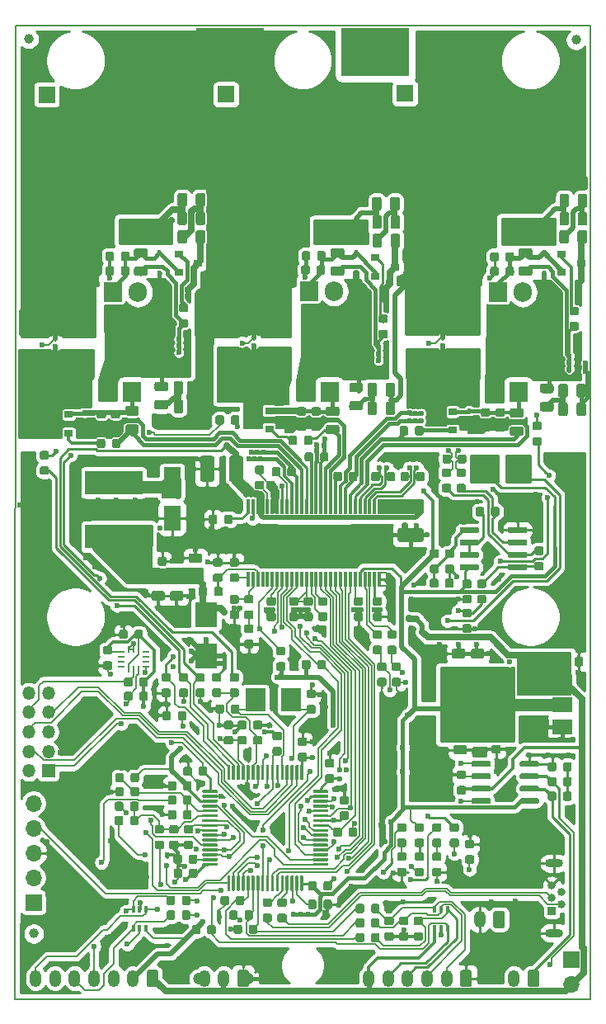
<source format=gbr>
G04 #@! TF.GenerationSoftware,KiCad,Pcbnew,(5.1.5)-3*
G04 #@! TF.CreationDate,2020-08-20T12:00:54-05:00*
G04 #@! TF.ProjectId,Cheap FOCer 2 60mm,43686561-7020-4464-9f43-657220322036,0.9*
G04 #@! TF.SameCoordinates,PX6979f40PYa1135a0*
G04 #@! TF.FileFunction,Copper,L1,Top*
G04 #@! TF.FilePolarity,Positive*
%FSLAX46Y46*%
G04 Gerber Fmt 4.6, Leading zero omitted, Abs format (unit mm)*
G04 Created by KiCad (PCBNEW (5.1.5)-3) date 2020-08-20 12:00:54*
%MOMM*%
%LPD*%
G04 APERTURE LIST*
%ADD10C,0.150000*%
%ADD11C,1.200000*%
%ADD12O,1.200000X1.750000*%
%ADD13C,1.800000*%
%ADD14R,1.800000X1.800000*%
%ADD15R,0.450000X0.600000*%
%ADD16R,0.900000X0.800000*%
%ADD17R,1.905000X2.000000*%
%ADD18O,1.905000X2.000000*%
%ADD19R,2.300000X2.500000*%
%ADD20R,1.800000X2.500000*%
%ADD21R,0.675000X0.250000*%
%ADD22R,0.250000X0.675000*%
%ADD23O,1.700000X1.700000*%
%ADD24R,1.700000X1.700000*%
%ADD25O,1.350000X1.350000*%
%ADD26R,1.350000X1.350000*%
%ADD27R,7.000000X5.000000*%
%ADD28R,6.000000X6.500000*%
%ADD29R,2.000000X1.500000*%
%ADD30R,2.000000X3.800000*%
%ADD31C,0.500000*%
%ADD32R,0.300000X1.550000*%
%ADD33R,6.350000X3.610000*%
%ADD34C,1.000000*%
%ADD35R,5.900000X2.450000*%
%ADD36O,1.850000X0.850000*%
%ADD37C,0.840000*%
%ADD38R,0.840000X0.840000*%
%ADD39R,2.000000X2.400000*%
%ADD40R,0.400000X0.650000*%
%ADD41C,0.600000*%
%ADD42C,0.800000*%
%ADD43C,0.508000*%
%ADD44C,0.304800*%
%ADD45C,0.635000*%
%ADD46C,0.177800*%
%ADD47C,1.016000*%
%ADD48C,0.254000*%
%ADD49C,0.406400*%
%ADD50C,1.270000*%
%ADD51C,0.889000*%
%ADD52C,0.250000*%
G04 APERTURE END LIST*
D10*
X59100000Y99900000D02*
X25000Y99900000D01*
X0Y0D02*
X59100000Y0D01*
X25000Y99900000D02*
X0Y0D01*
X59100000Y0D02*
X59100000Y99900000D01*
G36*
X24250000Y67800000D02*
G01*
X24250000Y68800000D01*
X24750000Y68800000D01*
X24750000Y67800000D01*
X24250000Y67800000D01*
G37*
G36*
X24750000Y67000000D02*
G01*
X24750000Y66000000D01*
X24250000Y66000000D01*
X24250000Y67000000D01*
X24750000Y67000000D01*
G37*
G36*
X3850000Y67700000D02*
G01*
X3850000Y68700000D01*
X4350000Y68700000D01*
X4350000Y67700000D01*
X3850000Y67700000D01*
G37*
G36*
X44150000Y67000000D02*
G01*
X44150000Y66000000D01*
X43650000Y66000000D01*
X43650000Y67000000D01*
X44150000Y67000000D01*
G37*
G36*
X4350000Y66900000D02*
G01*
X4350000Y65900000D01*
X3850000Y65900000D01*
X3850000Y66900000D01*
X4350000Y66900000D01*
G37*
G36*
X43650000Y67800000D02*
G01*
X43650000Y68800000D01*
X44150000Y68800000D01*
X44150000Y67800000D01*
X43650000Y67800000D01*
G37*
D11*
X23940000Y2100000D03*
X18860000Y2100000D03*
G04 #@! TA.AperFunction,ComponentPad*
D10*
G36*
X23774505Y2973796D02*
G01*
X23798773Y2970196D01*
X23822572Y2964235D01*
X23845671Y2955970D01*
X23867850Y2945480D01*
X23888893Y2932868D01*
X23908599Y2918253D01*
X23926777Y2901777D01*
X23943253Y2883599D01*
X23957868Y2863893D01*
X23970480Y2842850D01*
X23980970Y2820671D01*
X23989235Y2797572D01*
X23995196Y2773773D01*
X23998796Y2749505D01*
X24000000Y2725001D01*
X24000000Y1474999D01*
X23998796Y1450495D01*
X23995196Y1426227D01*
X23989235Y1402428D01*
X23980970Y1379329D01*
X23970480Y1357150D01*
X23957868Y1336107D01*
X23943253Y1316401D01*
X23926777Y1298223D01*
X23908599Y1281747D01*
X23888893Y1267132D01*
X23867850Y1254520D01*
X23845671Y1244030D01*
X23822572Y1235765D01*
X23798773Y1229804D01*
X23774505Y1226204D01*
X23750001Y1225000D01*
X23049999Y1225000D01*
X23025495Y1226204D01*
X23001227Y1229804D01*
X22977428Y1235765D01*
X22954329Y1244030D01*
X22932150Y1254520D01*
X22911107Y1267132D01*
X22891401Y1281747D01*
X22873223Y1298223D01*
X22856747Y1316401D01*
X22842132Y1336107D01*
X22829520Y1357150D01*
X22819030Y1379329D01*
X22810765Y1402428D01*
X22804804Y1426227D01*
X22801204Y1450495D01*
X22800000Y1474999D01*
X22800000Y2725001D01*
X22801204Y2749505D01*
X22804804Y2773773D01*
X22810765Y2797572D01*
X22819030Y2820671D01*
X22829520Y2842850D01*
X22842132Y2863893D01*
X22856747Y2883599D01*
X22873223Y2901777D01*
X22891401Y2918253D01*
X22911107Y2932868D01*
X22932150Y2945480D01*
X22954329Y2955970D01*
X22977428Y2964235D01*
X23001227Y2970196D01*
X23025495Y2973796D01*
X23049999Y2975000D01*
X23750001Y2975000D01*
X23774505Y2973796D01*
G37*
G04 #@! TD.AperFunction*
D12*
X21400000Y2100000D03*
X19400000Y2100000D03*
D13*
X45036600Y92900000D03*
D14*
X40036600Y92900000D03*
D13*
X26636600Y92812700D03*
D14*
X21636600Y92812700D03*
D13*
X8236600Y92800000D03*
D14*
X3236600Y92800000D03*
D15*
X7100000Y58050000D03*
X7100000Y60150000D03*
D16*
X18800000Y75500000D03*
X16800000Y74550000D03*
X16800000Y76450000D03*
D17*
X10075000Y72500000D03*
D18*
X12615000Y72500000D03*
X15155000Y72500000D03*
D19*
X19600000Y35150000D03*
X19600000Y39450000D03*
G04 #@! TA.AperFunction,SMDPad,CuDef*
D10*
G36*
X37227691Y6773947D02*
G01*
X37248926Y6770797D01*
X37269750Y6765581D01*
X37289962Y6758349D01*
X37309368Y6749170D01*
X37327781Y6738134D01*
X37345024Y6725346D01*
X37360930Y6710930D01*
X37375346Y6695024D01*
X37388134Y6677781D01*
X37399170Y6659368D01*
X37408349Y6639962D01*
X37415581Y6619750D01*
X37420797Y6598926D01*
X37423947Y6577691D01*
X37425000Y6556250D01*
X37425000Y6043750D01*
X37423947Y6022309D01*
X37420797Y6001074D01*
X37415581Y5980250D01*
X37408349Y5960038D01*
X37399170Y5940632D01*
X37388134Y5922219D01*
X37375346Y5904976D01*
X37360930Y5889070D01*
X37345024Y5874654D01*
X37327781Y5861866D01*
X37309368Y5850830D01*
X37289962Y5841651D01*
X37269750Y5834419D01*
X37248926Y5829203D01*
X37227691Y5826053D01*
X37206250Y5825000D01*
X36768750Y5825000D01*
X36747309Y5826053D01*
X36726074Y5829203D01*
X36705250Y5834419D01*
X36685038Y5841651D01*
X36665632Y5850830D01*
X36647219Y5861866D01*
X36629976Y5874654D01*
X36614070Y5889070D01*
X36599654Y5904976D01*
X36586866Y5922219D01*
X36575830Y5940632D01*
X36566651Y5960038D01*
X36559419Y5980250D01*
X36554203Y6001074D01*
X36551053Y6022309D01*
X36550000Y6043750D01*
X36550000Y6556250D01*
X36551053Y6577691D01*
X36554203Y6598926D01*
X36559419Y6619750D01*
X36566651Y6639962D01*
X36575830Y6659368D01*
X36586866Y6677781D01*
X36599654Y6695024D01*
X36614070Y6710930D01*
X36629976Y6725346D01*
X36647219Y6738134D01*
X36665632Y6749170D01*
X36685038Y6758349D01*
X36705250Y6765581D01*
X36726074Y6770797D01*
X36747309Y6773947D01*
X36768750Y6775000D01*
X37206250Y6775000D01*
X37227691Y6773947D01*
G37*
G04 #@! TD.AperFunction*
G04 #@! TA.AperFunction,SMDPad,CuDef*
G36*
X35652691Y6773947D02*
G01*
X35673926Y6770797D01*
X35694750Y6765581D01*
X35714962Y6758349D01*
X35734368Y6749170D01*
X35752781Y6738134D01*
X35770024Y6725346D01*
X35785930Y6710930D01*
X35800346Y6695024D01*
X35813134Y6677781D01*
X35824170Y6659368D01*
X35833349Y6639962D01*
X35840581Y6619750D01*
X35845797Y6598926D01*
X35848947Y6577691D01*
X35850000Y6556250D01*
X35850000Y6043750D01*
X35848947Y6022309D01*
X35845797Y6001074D01*
X35840581Y5980250D01*
X35833349Y5960038D01*
X35824170Y5940632D01*
X35813134Y5922219D01*
X35800346Y5904976D01*
X35785930Y5889070D01*
X35770024Y5874654D01*
X35752781Y5861866D01*
X35734368Y5850830D01*
X35714962Y5841651D01*
X35694750Y5834419D01*
X35673926Y5829203D01*
X35652691Y5826053D01*
X35631250Y5825000D01*
X35193750Y5825000D01*
X35172309Y5826053D01*
X35151074Y5829203D01*
X35130250Y5834419D01*
X35110038Y5841651D01*
X35090632Y5850830D01*
X35072219Y5861866D01*
X35054976Y5874654D01*
X35039070Y5889070D01*
X35024654Y5904976D01*
X35011866Y5922219D01*
X35000830Y5940632D01*
X34991651Y5960038D01*
X34984419Y5980250D01*
X34979203Y6001074D01*
X34976053Y6022309D01*
X34975000Y6043750D01*
X34975000Y6556250D01*
X34976053Y6577691D01*
X34979203Y6598926D01*
X34984419Y6619750D01*
X34991651Y6639962D01*
X35000830Y6659368D01*
X35011866Y6677781D01*
X35024654Y6695024D01*
X35039070Y6710930D01*
X35054976Y6725346D01*
X35072219Y6738134D01*
X35090632Y6749170D01*
X35110038Y6758349D01*
X35130250Y6765581D01*
X35151074Y6770797D01*
X35172309Y6773947D01*
X35193750Y6775000D01*
X35631250Y6775000D01*
X35652691Y6773947D01*
G37*
G04 #@! TD.AperFunction*
G04 #@! TA.AperFunction,SMDPad,CuDef*
G36*
X37227691Y8273947D02*
G01*
X37248926Y8270797D01*
X37269750Y8265581D01*
X37289962Y8258349D01*
X37309368Y8249170D01*
X37327781Y8238134D01*
X37345024Y8225346D01*
X37360930Y8210930D01*
X37375346Y8195024D01*
X37388134Y8177781D01*
X37399170Y8159368D01*
X37408349Y8139962D01*
X37415581Y8119750D01*
X37420797Y8098926D01*
X37423947Y8077691D01*
X37425000Y8056250D01*
X37425000Y7543750D01*
X37423947Y7522309D01*
X37420797Y7501074D01*
X37415581Y7480250D01*
X37408349Y7460038D01*
X37399170Y7440632D01*
X37388134Y7422219D01*
X37375346Y7404976D01*
X37360930Y7389070D01*
X37345024Y7374654D01*
X37327781Y7361866D01*
X37309368Y7350830D01*
X37289962Y7341651D01*
X37269750Y7334419D01*
X37248926Y7329203D01*
X37227691Y7326053D01*
X37206250Y7325000D01*
X36768750Y7325000D01*
X36747309Y7326053D01*
X36726074Y7329203D01*
X36705250Y7334419D01*
X36685038Y7341651D01*
X36665632Y7350830D01*
X36647219Y7361866D01*
X36629976Y7374654D01*
X36614070Y7389070D01*
X36599654Y7404976D01*
X36586866Y7422219D01*
X36575830Y7440632D01*
X36566651Y7460038D01*
X36559419Y7480250D01*
X36554203Y7501074D01*
X36551053Y7522309D01*
X36550000Y7543750D01*
X36550000Y8056250D01*
X36551053Y8077691D01*
X36554203Y8098926D01*
X36559419Y8119750D01*
X36566651Y8139962D01*
X36575830Y8159368D01*
X36586866Y8177781D01*
X36599654Y8195024D01*
X36614070Y8210930D01*
X36629976Y8225346D01*
X36647219Y8238134D01*
X36665632Y8249170D01*
X36685038Y8258349D01*
X36705250Y8265581D01*
X36726074Y8270797D01*
X36747309Y8273947D01*
X36768750Y8275000D01*
X37206250Y8275000D01*
X37227691Y8273947D01*
G37*
G04 #@! TD.AperFunction*
G04 #@! TA.AperFunction,SMDPad,CuDef*
G36*
X35652691Y8273947D02*
G01*
X35673926Y8270797D01*
X35694750Y8265581D01*
X35714962Y8258349D01*
X35734368Y8249170D01*
X35752781Y8238134D01*
X35770024Y8225346D01*
X35785930Y8210930D01*
X35800346Y8195024D01*
X35813134Y8177781D01*
X35824170Y8159368D01*
X35833349Y8139962D01*
X35840581Y8119750D01*
X35845797Y8098926D01*
X35848947Y8077691D01*
X35850000Y8056250D01*
X35850000Y7543750D01*
X35848947Y7522309D01*
X35845797Y7501074D01*
X35840581Y7480250D01*
X35833349Y7460038D01*
X35824170Y7440632D01*
X35813134Y7422219D01*
X35800346Y7404976D01*
X35785930Y7389070D01*
X35770024Y7374654D01*
X35752781Y7361866D01*
X35734368Y7350830D01*
X35714962Y7341651D01*
X35694750Y7334419D01*
X35673926Y7329203D01*
X35652691Y7326053D01*
X35631250Y7325000D01*
X35193750Y7325000D01*
X35172309Y7326053D01*
X35151074Y7329203D01*
X35130250Y7334419D01*
X35110038Y7341651D01*
X35090632Y7350830D01*
X35072219Y7361866D01*
X35054976Y7374654D01*
X35039070Y7389070D01*
X35024654Y7404976D01*
X35011866Y7422219D01*
X35000830Y7440632D01*
X34991651Y7460038D01*
X34984419Y7480250D01*
X34979203Y7501074D01*
X34976053Y7522309D01*
X34975000Y7543750D01*
X34975000Y8056250D01*
X34976053Y8077691D01*
X34979203Y8098926D01*
X34984419Y8119750D01*
X34991651Y8139962D01*
X35000830Y8159368D01*
X35011866Y8177781D01*
X35024654Y8195024D01*
X35039070Y8210930D01*
X35054976Y8225346D01*
X35072219Y8238134D01*
X35090632Y8249170D01*
X35110038Y8258349D01*
X35130250Y8265581D01*
X35151074Y8270797D01*
X35172309Y8273947D01*
X35193750Y8275000D01*
X35631250Y8275000D01*
X35652691Y8273947D01*
G37*
G04 #@! TD.AperFunction*
G04 #@! TA.AperFunction,SMDPad,CuDef*
G36*
X37227691Y9748947D02*
G01*
X37248926Y9745797D01*
X37269750Y9740581D01*
X37289962Y9733349D01*
X37309368Y9724170D01*
X37327781Y9713134D01*
X37345024Y9700346D01*
X37360930Y9685930D01*
X37375346Y9670024D01*
X37388134Y9652781D01*
X37399170Y9634368D01*
X37408349Y9614962D01*
X37415581Y9594750D01*
X37420797Y9573926D01*
X37423947Y9552691D01*
X37425000Y9531250D01*
X37425000Y9018750D01*
X37423947Y8997309D01*
X37420797Y8976074D01*
X37415581Y8955250D01*
X37408349Y8935038D01*
X37399170Y8915632D01*
X37388134Y8897219D01*
X37375346Y8879976D01*
X37360930Y8864070D01*
X37345024Y8849654D01*
X37327781Y8836866D01*
X37309368Y8825830D01*
X37289962Y8816651D01*
X37269750Y8809419D01*
X37248926Y8804203D01*
X37227691Y8801053D01*
X37206250Y8800000D01*
X36768750Y8800000D01*
X36747309Y8801053D01*
X36726074Y8804203D01*
X36705250Y8809419D01*
X36685038Y8816651D01*
X36665632Y8825830D01*
X36647219Y8836866D01*
X36629976Y8849654D01*
X36614070Y8864070D01*
X36599654Y8879976D01*
X36586866Y8897219D01*
X36575830Y8915632D01*
X36566651Y8935038D01*
X36559419Y8955250D01*
X36554203Y8976074D01*
X36551053Y8997309D01*
X36550000Y9018750D01*
X36550000Y9531250D01*
X36551053Y9552691D01*
X36554203Y9573926D01*
X36559419Y9594750D01*
X36566651Y9614962D01*
X36575830Y9634368D01*
X36586866Y9652781D01*
X36599654Y9670024D01*
X36614070Y9685930D01*
X36629976Y9700346D01*
X36647219Y9713134D01*
X36665632Y9724170D01*
X36685038Y9733349D01*
X36705250Y9740581D01*
X36726074Y9745797D01*
X36747309Y9748947D01*
X36768750Y9750000D01*
X37206250Y9750000D01*
X37227691Y9748947D01*
G37*
G04 #@! TD.AperFunction*
G04 #@! TA.AperFunction,SMDPad,CuDef*
G36*
X35652691Y9748947D02*
G01*
X35673926Y9745797D01*
X35694750Y9740581D01*
X35714962Y9733349D01*
X35734368Y9724170D01*
X35752781Y9713134D01*
X35770024Y9700346D01*
X35785930Y9685930D01*
X35800346Y9670024D01*
X35813134Y9652781D01*
X35824170Y9634368D01*
X35833349Y9614962D01*
X35840581Y9594750D01*
X35845797Y9573926D01*
X35848947Y9552691D01*
X35850000Y9531250D01*
X35850000Y9018750D01*
X35848947Y8997309D01*
X35845797Y8976074D01*
X35840581Y8955250D01*
X35833349Y8935038D01*
X35824170Y8915632D01*
X35813134Y8897219D01*
X35800346Y8879976D01*
X35785930Y8864070D01*
X35770024Y8849654D01*
X35752781Y8836866D01*
X35734368Y8825830D01*
X35714962Y8816651D01*
X35694750Y8809419D01*
X35673926Y8804203D01*
X35652691Y8801053D01*
X35631250Y8800000D01*
X35193750Y8800000D01*
X35172309Y8801053D01*
X35151074Y8804203D01*
X35130250Y8809419D01*
X35110038Y8816651D01*
X35090632Y8825830D01*
X35072219Y8836866D01*
X35054976Y8849654D01*
X35039070Y8864070D01*
X35024654Y8879976D01*
X35011866Y8897219D01*
X35000830Y8915632D01*
X34991651Y8935038D01*
X34984419Y8955250D01*
X34979203Y8976074D01*
X34976053Y8997309D01*
X34975000Y9018750D01*
X34975000Y9531250D01*
X34976053Y9552691D01*
X34979203Y9573926D01*
X34984419Y9594750D01*
X34991651Y9614962D01*
X35000830Y9634368D01*
X35011866Y9652781D01*
X35024654Y9670024D01*
X35039070Y9685930D01*
X35054976Y9700346D01*
X35072219Y9713134D01*
X35090632Y9724170D01*
X35110038Y9733349D01*
X35130250Y9740581D01*
X35151074Y9745797D01*
X35172309Y9748947D01*
X35193750Y9750000D01*
X35631250Y9750000D01*
X35652691Y9748947D01*
G37*
G04 #@! TD.AperFunction*
G04 #@! TA.AperFunction,SMDPad,CuDef*
G36*
X23340191Y10573947D02*
G01*
X23361426Y10570797D01*
X23382250Y10565581D01*
X23402462Y10558349D01*
X23421868Y10549170D01*
X23440281Y10538134D01*
X23457524Y10525346D01*
X23473430Y10510930D01*
X23487846Y10495024D01*
X23500634Y10477781D01*
X23511670Y10459368D01*
X23520849Y10439962D01*
X23528081Y10419750D01*
X23533297Y10398926D01*
X23536447Y10377691D01*
X23537500Y10356250D01*
X23537500Y9843750D01*
X23536447Y9822309D01*
X23533297Y9801074D01*
X23528081Y9780250D01*
X23520849Y9760038D01*
X23511670Y9740632D01*
X23500634Y9722219D01*
X23487846Y9704976D01*
X23473430Y9689070D01*
X23457524Y9674654D01*
X23440281Y9661866D01*
X23421868Y9650830D01*
X23402462Y9641651D01*
X23382250Y9634419D01*
X23361426Y9629203D01*
X23340191Y9626053D01*
X23318750Y9625000D01*
X22881250Y9625000D01*
X22859809Y9626053D01*
X22838574Y9629203D01*
X22817750Y9634419D01*
X22797538Y9641651D01*
X22778132Y9650830D01*
X22759719Y9661866D01*
X22742476Y9674654D01*
X22726570Y9689070D01*
X22712154Y9704976D01*
X22699366Y9722219D01*
X22688330Y9740632D01*
X22679151Y9760038D01*
X22671919Y9780250D01*
X22666703Y9801074D01*
X22663553Y9822309D01*
X22662500Y9843750D01*
X22662500Y10356250D01*
X22663553Y10377691D01*
X22666703Y10398926D01*
X22671919Y10419750D01*
X22679151Y10439962D01*
X22688330Y10459368D01*
X22699366Y10477781D01*
X22712154Y10495024D01*
X22726570Y10510930D01*
X22742476Y10525346D01*
X22759719Y10538134D01*
X22778132Y10549170D01*
X22797538Y10558349D01*
X22817750Y10565581D01*
X22838574Y10570797D01*
X22859809Y10573947D01*
X22881250Y10575000D01*
X23318750Y10575000D01*
X23340191Y10573947D01*
G37*
G04 #@! TD.AperFunction*
G04 #@! TA.AperFunction,SMDPad,CuDef*
G36*
X21765191Y10573947D02*
G01*
X21786426Y10570797D01*
X21807250Y10565581D01*
X21827462Y10558349D01*
X21846868Y10549170D01*
X21865281Y10538134D01*
X21882524Y10525346D01*
X21898430Y10510930D01*
X21912846Y10495024D01*
X21925634Y10477781D01*
X21936670Y10459368D01*
X21945849Y10439962D01*
X21953081Y10419750D01*
X21958297Y10398926D01*
X21961447Y10377691D01*
X21962500Y10356250D01*
X21962500Y9843750D01*
X21961447Y9822309D01*
X21958297Y9801074D01*
X21953081Y9780250D01*
X21945849Y9760038D01*
X21936670Y9740632D01*
X21925634Y9722219D01*
X21912846Y9704976D01*
X21898430Y9689070D01*
X21882524Y9674654D01*
X21865281Y9661866D01*
X21846868Y9650830D01*
X21827462Y9641651D01*
X21807250Y9634419D01*
X21786426Y9629203D01*
X21765191Y9626053D01*
X21743750Y9625000D01*
X21306250Y9625000D01*
X21284809Y9626053D01*
X21263574Y9629203D01*
X21242750Y9634419D01*
X21222538Y9641651D01*
X21203132Y9650830D01*
X21184719Y9661866D01*
X21167476Y9674654D01*
X21151570Y9689070D01*
X21137154Y9704976D01*
X21124366Y9722219D01*
X21113330Y9740632D01*
X21104151Y9760038D01*
X21096919Y9780250D01*
X21091703Y9801074D01*
X21088553Y9822309D01*
X21087500Y9843750D01*
X21087500Y10356250D01*
X21088553Y10377691D01*
X21091703Y10398926D01*
X21096919Y10419750D01*
X21104151Y10439962D01*
X21113330Y10459368D01*
X21124366Y10477781D01*
X21137154Y10495024D01*
X21151570Y10510930D01*
X21167476Y10525346D01*
X21184719Y10538134D01*
X21203132Y10549170D01*
X21222538Y10558349D01*
X21242750Y10565581D01*
X21263574Y10570797D01*
X21284809Y10573947D01*
X21306250Y10575000D01*
X21743750Y10575000D01*
X21765191Y10573947D01*
G37*
G04 #@! TD.AperFunction*
G04 #@! TA.AperFunction,SMDPad,CuDef*
G36*
X24227691Y9073947D02*
G01*
X24248926Y9070797D01*
X24269750Y9065581D01*
X24289962Y9058349D01*
X24309368Y9049170D01*
X24327781Y9038134D01*
X24345024Y9025346D01*
X24360930Y9010930D01*
X24375346Y8995024D01*
X24388134Y8977781D01*
X24399170Y8959368D01*
X24408349Y8939962D01*
X24415581Y8919750D01*
X24420797Y8898926D01*
X24423947Y8877691D01*
X24425000Y8856250D01*
X24425000Y8343750D01*
X24423947Y8322309D01*
X24420797Y8301074D01*
X24415581Y8280250D01*
X24408349Y8260038D01*
X24399170Y8240632D01*
X24388134Y8222219D01*
X24375346Y8204976D01*
X24360930Y8189070D01*
X24345024Y8174654D01*
X24327781Y8161866D01*
X24309368Y8150830D01*
X24289962Y8141651D01*
X24269750Y8134419D01*
X24248926Y8129203D01*
X24227691Y8126053D01*
X24206250Y8125000D01*
X23768750Y8125000D01*
X23747309Y8126053D01*
X23726074Y8129203D01*
X23705250Y8134419D01*
X23685038Y8141651D01*
X23665632Y8150830D01*
X23647219Y8161866D01*
X23629976Y8174654D01*
X23614070Y8189070D01*
X23599654Y8204976D01*
X23586866Y8222219D01*
X23575830Y8240632D01*
X23566651Y8260038D01*
X23559419Y8280250D01*
X23554203Y8301074D01*
X23551053Y8322309D01*
X23550000Y8343750D01*
X23550000Y8856250D01*
X23551053Y8877691D01*
X23554203Y8898926D01*
X23559419Y8919750D01*
X23566651Y8939962D01*
X23575830Y8959368D01*
X23586866Y8977781D01*
X23599654Y8995024D01*
X23614070Y9010930D01*
X23629976Y9025346D01*
X23647219Y9038134D01*
X23665632Y9049170D01*
X23685038Y9058349D01*
X23705250Y9065581D01*
X23726074Y9070797D01*
X23747309Y9073947D01*
X23768750Y9075000D01*
X24206250Y9075000D01*
X24227691Y9073947D01*
G37*
G04 #@! TD.AperFunction*
G04 #@! TA.AperFunction,SMDPad,CuDef*
G36*
X22652691Y9073947D02*
G01*
X22673926Y9070797D01*
X22694750Y9065581D01*
X22714962Y9058349D01*
X22734368Y9049170D01*
X22752781Y9038134D01*
X22770024Y9025346D01*
X22785930Y9010930D01*
X22800346Y8995024D01*
X22813134Y8977781D01*
X22824170Y8959368D01*
X22833349Y8939962D01*
X22840581Y8919750D01*
X22845797Y8898926D01*
X22848947Y8877691D01*
X22850000Y8856250D01*
X22850000Y8343750D01*
X22848947Y8322309D01*
X22845797Y8301074D01*
X22840581Y8280250D01*
X22833349Y8260038D01*
X22824170Y8240632D01*
X22813134Y8222219D01*
X22800346Y8204976D01*
X22785930Y8189070D01*
X22770024Y8174654D01*
X22752781Y8161866D01*
X22734368Y8150830D01*
X22714962Y8141651D01*
X22694750Y8134419D01*
X22673926Y8129203D01*
X22652691Y8126053D01*
X22631250Y8125000D01*
X22193750Y8125000D01*
X22172309Y8126053D01*
X22151074Y8129203D01*
X22130250Y8134419D01*
X22110038Y8141651D01*
X22090632Y8150830D01*
X22072219Y8161866D01*
X22054976Y8174654D01*
X22039070Y8189070D01*
X22024654Y8204976D01*
X22011866Y8222219D01*
X22000830Y8240632D01*
X21991651Y8260038D01*
X21984419Y8280250D01*
X21979203Y8301074D01*
X21976053Y8322309D01*
X21975000Y8343750D01*
X21975000Y8856250D01*
X21976053Y8877691D01*
X21979203Y8898926D01*
X21984419Y8919750D01*
X21991651Y8939962D01*
X22000830Y8959368D01*
X22011866Y8977781D01*
X22024654Y8995024D01*
X22039070Y9010930D01*
X22054976Y9025346D01*
X22072219Y9038134D01*
X22090632Y9049170D01*
X22110038Y9058349D01*
X22130250Y9065581D01*
X22151074Y9070797D01*
X22172309Y9073947D01*
X22193750Y9075000D01*
X22631250Y9075000D01*
X22652691Y9073947D01*
G37*
G04 #@! TD.AperFunction*
G04 #@! TA.AperFunction,SMDPad,CuDef*
G36*
X24677691Y7623947D02*
G01*
X24698926Y7620797D01*
X24719750Y7615581D01*
X24739962Y7608349D01*
X24759368Y7599170D01*
X24777781Y7588134D01*
X24795024Y7575346D01*
X24810930Y7560930D01*
X24825346Y7545024D01*
X24838134Y7527781D01*
X24849170Y7509368D01*
X24858349Y7489962D01*
X24865581Y7469750D01*
X24870797Y7448926D01*
X24873947Y7427691D01*
X24875000Y7406250D01*
X24875000Y6893750D01*
X24873947Y6872309D01*
X24870797Y6851074D01*
X24865581Y6830250D01*
X24858349Y6810038D01*
X24849170Y6790632D01*
X24838134Y6772219D01*
X24825346Y6754976D01*
X24810930Y6739070D01*
X24795024Y6724654D01*
X24777781Y6711866D01*
X24759368Y6700830D01*
X24739962Y6691651D01*
X24719750Y6684419D01*
X24698926Y6679203D01*
X24677691Y6676053D01*
X24656250Y6675000D01*
X24218750Y6675000D01*
X24197309Y6676053D01*
X24176074Y6679203D01*
X24155250Y6684419D01*
X24135038Y6691651D01*
X24115632Y6700830D01*
X24097219Y6711866D01*
X24079976Y6724654D01*
X24064070Y6739070D01*
X24049654Y6754976D01*
X24036866Y6772219D01*
X24025830Y6790632D01*
X24016651Y6810038D01*
X24009419Y6830250D01*
X24004203Y6851074D01*
X24001053Y6872309D01*
X24000000Y6893750D01*
X24000000Y7406250D01*
X24001053Y7427691D01*
X24004203Y7448926D01*
X24009419Y7469750D01*
X24016651Y7489962D01*
X24025830Y7509368D01*
X24036866Y7527781D01*
X24049654Y7545024D01*
X24064070Y7560930D01*
X24079976Y7575346D01*
X24097219Y7588134D01*
X24115632Y7599170D01*
X24135038Y7608349D01*
X24155250Y7615581D01*
X24176074Y7620797D01*
X24197309Y7623947D01*
X24218750Y7625000D01*
X24656250Y7625000D01*
X24677691Y7623947D01*
G37*
G04 #@! TD.AperFunction*
G04 #@! TA.AperFunction,SMDPad,CuDef*
G36*
X23102691Y7623947D02*
G01*
X23123926Y7620797D01*
X23144750Y7615581D01*
X23164962Y7608349D01*
X23184368Y7599170D01*
X23202781Y7588134D01*
X23220024Y7575346D01*
X23235930Y7560930D01*
X23250346Y7545024D01*
X23263134Y7527781D01*
X23274170Y7509368D01*
X23283349Y7489962D01*
X23290581Y7469750D01*
X23295797Y7448926D01*
X23298947Y7427691D01*
X23300000Y7406250D01*
X23300000Y6893750D01*
X23298947Y6872309D01*
X23295797Y6851074D01*
X23290581Y6830250D01*
X23283349Y6810038D01*
X23274170Y6790632D01*
X23263134Y6772219D01*
X23250346Y6754976D01*
X23235930Y6739070D01*
X23220024Y6724654D01*
X23202781Y6711866D01*
X23184368Y6700830D01*
X23164962Y6691651D01*
X23144750Y6684419D01*
X23123926Y6679203D01*
X23102691Y6676053D01*
X23081250Y6675000D01*
X22643750Y6675000D01*
X22622309Y6676053D01*
X22601074Y6679203D01*
X22580250Y6684419D01*
X22560038Y6691651D01*
X22540632Y6700830D01*
X22522219Y6711866D01*
X22504976Y6724654D01*
X22489070Y6739070D01*
X22474654Y6754976D01*
X22461866Y6772219D01*
X22450830Y6790632D01*
X22441651Y6810038D01*
X22434419Y6830250D01*
X22429203Y6851074D01*
X22426053Y6872309D01*
X22425000Y6893750D01*
X22425000Y7406250D01*
X22426053Y7427691D01*
X22429203Y7448926D01*
X22434419Y7469750D01*
X22441651Y7489962D01*
X22450830Y7509368D01*
X22461866Y7527781D01*
X22474654Y7545024D01*
X22489070Y7560930D01*
X22504976Y7575346D01*
X22522219Y7588134D01*
X22540632Y7599170D01*
X22560038Y7608349D01*
X22580250Y7615581D01*
X22601074Y7620797D01*
X22622309Y7623947D01*
X22643750Y7625000D01*
X23081250Y7625000D01*
X23102691Y7623947D01*
G37*
G04 #@! TD.AperFunction*
G04 #@! TA.AperFunction,SMDPad,CuDef*
G36*
X46952691Y14748947D02*
G01*
X46973926Y14745797D01*
X46994750Y14740581D01*
X47014962Y14733349D01*
X47034368Y14724170D01*
X47052781Y14713134D01*
X47070024Y14700346D01*
X47085930Y14685930D01*
X47100346Y14670024D01*
X47113134Y14652781D01*
X47124170Y14634368D01*
X47133349Y14614962D01*
X47140581Y14594750D01*
X47145797Y14573926D01*
X47148947Y14552691D01*
X47150000Y14531250D01*
X47150000Y14093750D01*
X47148947Y14072309D01*
X47145797Y14051074D01*
X47140581Y14030250D01*
X47133349Y14010038D01*
X47124170Y13990632D01*
X47113134Y13972219D01*
X47100346Y13954976D01*
X47085930Y13939070D01*
X47070024Y13924654D01*
X47052781Y13911866D01*
X47034368Y13900830D01*
X47014962Y13891651D01*
X46994750Y13884419D01*
X46973926Y13879203D01*
X46952691Y13876053D01*
X46931250Y13875000D01*
X46418750Y13875000D01*
X46397309Y13876053D01*
X46376074Y13879203D01*
X46355250Y13884419D01*
X46335038Y13891651D01*
X46315632Y13900830D01*
X46297219Y13911866D01*
X46279976Y13924654D01*
X46264070Y13939070D01*
X46249654Y13954976D01*
X46236866Y13972219D01*
X46225830Y13990632D01*
X46216651Y14010038D01*
X46209419Y14030250D01*
X46204203Y14051074D01*
X46201053Y14072309D01*
X46200000Y14093750D01*
X46200000Y14531250D01*
X46201053Y14552691D01*
X46204203Y14573926D01*
X46209419Y14594750D01*
X46216651Y14614962D01*
X46225830Y14634368D01*
X46236866Y14652781D01*
X46249654Y14670024D01*
X46264070Y14685930D01*
X46279976Y14700346D01*
X46297219Y14713134D01*
X46315632Y14724170D01*
X46335038Y14733349D01*
X46355250Y14740581D01*
X46376074Y14745797D01*
X46397309Y14748947D01*
X46418750Y14750000D01*
X46931250Y14750000D01*
X46952691Y14748947D01*
G37*
G04 #@! TD.AperFunction*
G04 #@! TA.AperFunction,SMDPad,CuDef*
G36*
X46952691Y16323947D02*
G01*
X46973926Y16320797D01*
X46994750Y16315581D01*
X47014962Y16308349D01*
X47034368Y16299170D01*
X47052781Y16288134D01*
X47070024Y16275346D01*
X47085930Y16260930D01*
X47100346Y16245024D01*
X47113134Y16227781D01*
X47124170Y16209368D01*
X47133349Y16189962D01*
X47140581Y16169750D01*
X47145797Y16148926D01*
X47148947Y16127691D01*
X47150000Y16106250D01*
X47150000Y15668750D01*
X47148947Y15647309D01*
X47145797Y15626074D01*
X47140581Y15605250D01*
X47133349Y15585038D01*
X47124170Y15565632D01*
X47113134Y15547219D01*
X47100346Y15529976D01*
X47085930Y15514070D01*
X47070024Y15499654D01*
X47052781Y15486866D01*
X47034368Y15475830D01*
X47014962Y15466651D01*
X46994750Y15459419D01*
X46973926Y15454203D01*
X46952691Y15451053D01*
X46931250Y15450000D01*
X46418750Y15450000D01*
X46397309Y15451053D01*
X46376074Y15454203D01*
X46355250Y15459419D01*
X46335038Y15466651D01*
X46315632Y15475830D01*
X46297219Y15486866D01*
X46279976Y15499654D01*
X46264070Y15514070D01*
X46249654Y15529976D01*
X46236866Y15547219D01*
X46225830Y15565632D01*
X46216651Y15585038D01*
X46209419Y15605250D01*
X46204203Y15626074D01*
X46201053Y15647309D01*
X46200000Y15668750D01*
X46200000Y16106250D01*
X46201053Y16127691D01*
X46204203Y16148926D01*
X46209419Y16169750D01*
X46216651Y16189962D01*
X46225830Y16209368D01*
X46236866Y16227781D01*
X46249654Y16245024D01*
X46264070Y16260930D01*
X46279976Y16275346D01*
X46297219Y16288134D01*
X46315632Y16299170D01*
X46335038Y16308349D01*
X46355250Y16315581D01*
X46376074Y16320797D01*
X46397309Y16323947D01*
X46418750Y16325000D01*
X46931250Y16325000D01*
X46952691Y16323947D01*
G37*
G04 #@! TD.AperFunction*
G04 #@! TA.AperFunction,SMDPad,CuDef*
G36*
X58525142Y80748826D02*
G01*
X58548803Y80745316D01*
X58572007Y80739504D01*
X58594529Y80731446D01*
X58616153Y80721218D01*
X58636670Y80708921D01*
X58655883Y80694671D01*
X58673607Y80678607D01*
X58689671Y80660883D01*
X58703921Y80641670D01*
X58716218Y80621153D01*
X58726446Y80599529D01*
X58734504Y80577007D01*
X58740316Y80553803D01*
X58743826Y80530142D01*
X58745000Y80506250D01*
X58745000Y79593750D01*
X58743826Y79569858D01*
X58740316Y79546197D01*
X58734504Y79522993D01*
X58726446Y79500471D01*
X58716218Y79478847D01*
X58703921Y79458330D01*
X58689671Y79439117D01*
X58673607Y79421393D01*
X58655883Y79405329D01*
X58636670Y79391079D01*
X58616153Y79378782D01*
X58594529Y79368554D01*
X58572007Y79360496D01*
X58548803Y79354684D01*
X58525142Y79351174D01*
X58501250Y79350000D01*
X58013750Y79350000D01*
X57989858Y79351174D01*
X57966197Y79354684D01*
X57942993Y79360496D01*
X57920471Y79368554D01*
X57898847Y79378782D01*
X57878330Y79391079D01*
X57859117Y79405329D01*
X57841393Y79421393D01*
X57825329Y79439117D01*
X57811079Y79458330D01*
X57798782Y79478847D01*
X57788554Y79500471D01*
X57780496Y79522993D01*
X57774684Y79546197D01*
X57771174Y79569858D01*
X57770000Y79593750D01*
X57770000Y80506250D01*
X57771174Y80530142D01*
X57774684Y80553803D01*
X57780496Y80577007D01*
X57788554Y80599529D01*
X57798782Y80621153D01*
X57811079Y80641670D01*
X57825329Y80660883D01*
X57841393Y80678607D01*
X57859117Y80694671D01*
X57878330Y80708921D01*
X57898847Y80721218D01*
X57920471Y80731446D01*
X57942993Y80739504D01*
X57966197Y80745316D01*
X57989858Y80748826D01*
X58013750Y80750000D01*
X58501250Y80750000D01*
X58525142Y80748826D01*
G37*
G04 #@! TD.AperFunction*
G04 #@! TA.AperFunction,SMDPad,CuDef*
G36*
X56650142Y80748826D02*
G01*
X56673803Y80745316D01*
X56697007Y80739504D01*
X56719529Y80731446D01*
X56741153Y80721218D01*
X56761670Y80708921D01*
X56780883Y80694671D01*
X56798607Y80678607D01*
X56814671Y80660883D01*
X56828921Y80641670D01*
X56841218Y80621153D01*
X56851446Y80599529D01*
X56859504Y80577007D01*
X56865316Y80553803D01*
X56868826Y80530142D01*
X56870000Y80506250D01*
X56870000Y79593750D01*
X56868826Y79569858D01*
X56865316Y79546197D01*
X56859504Y79522993D01*
X56851446Y79500471D01*
X56841218Y79478847D01*
X56828921Y79458330D01*
X56814671Y79439117D01*
X56798607Y79421393D01*
X56780883Y79405329D01*
X56761670Y79391079D01*
X56741153Y79378782D01*
X56719529Y79368554D01*
X56697007Y79360496D01*
X56673803Y79354684D01*
X56650142Y79351174D01*
X56626250Y79350000D01*
X56138750Y79350000D01*
X56114858Y79351174D01*
X56091197Y79354684D01*
X56067993Y79360496D01*
X56045471Y79368554D01*
X56023847Y79378782D01*
X56003330Y79391079D01*
X55984117Y79405329D01*
X55966393Y79421393D01*
X55950329Y79439117D01*
X55936079Y79458330D01*
X55923782Y79478847D01*
X55913554Y79500471D01*
X55905496Y79522993D01*
X55899684Y79546197D01*
X55896174Y79569858D01*
X55895000Y79593750D01*
X55895000Y80506250D01*
X55896174Y80530142D01*
X55899684Y80553803D01*
X55905496Y80577007D01*
X55913554Y80599529D01*
X55923782Y80621153D01*
X55936079Y80641670D01*
X55950329Y80660883D01*
X55966393Y80678607D01*
X55984117Y80694671D01*
X56003330Y80708921D01*
X56023847Y80721218D01*
X56045471Y80731446D01*
X56067993Y80739504D01*
X56091197Y80745316D01*
X56114858Y80748826D01*
X56138750Y80750000D01*
X56626250Y80750000D01*
X56650142Y80748826D01*
G37*
G04 #@! TD.AperFunction*
G04 #@! TA.AperFunction,SMDPad,CuDef*
G36*
X58525142Y82598826D02*
G01*
X58548803Y82595316D01*
X58572007Y82589504D01*
X58594529Y82581446D01*
X58616153Y82571218D01*
X58636670Y82558921D01*
X58655883Y82544671D01*
X58673607Y82528607D01*
X58689671Y82510883D01*
X58703921Y82491670D01*
X58716218Y82471153D01*
X58726446Y82449529D01*
X58734504Y82427007D01*
X58740316Y82403803D01*
X58743826Y82380142D01*
X58745000Y82356250D01*
X58745000Y81443750D01*
X58743826Y81419858D01*
X58740316Y81396197D01*
X58734504Y81372993D01*
X58726446Y81350471D01*
X58716218Y81328847D01*
X58703921Y81308330D01*
X58689671Y81289117D01*
X58673607Y81271393D01*
X58655883Y81255329D01*
X58636670Y81241079D01*
X58616153Y81228782D01*
X58594529Y81218554D01*
X58572007Y81210496D01*
X58548803Y81204684D01*
X58525142Y81201174D01*
X58501250Y81200000D01*
X58013750Y81200000D01*
X57989858Y81201174D01*
X57966197Y81204684D01*
X57942993Y81210496D01*
X57920471Y81218554D01*
X57898847Y81228782D01*
X57878330Y81241079D01*
X57859117Y81255329D01*
X57841393Y81271393D01*
X57825329Y81289117D01*
X57811079Y81308330D01*
X57798782Y81328847D01*
X57788554Y81350471D01*
X57780496Y81372993D01*
X57774684Y81396197D01*
X57771174Y81419858D01*
X57770000Y81443750D01*
X57770000Y82356250D01*
X57771174Y82380142D01*
X57774684Y82403803D01*
X57780496Y82427007D01*
X57788554Y82449529D01*
X57798782Y82471153D01*
X57811079Y82491670D01*
X57825329Y82510883D01*
X57841393Y82528607D01*
X57859117Y82544671D01*
X57878330Y82558921D01*
X57898847Y82571218D01*
X57920471Y82581446D01*
X57942993Y82589504D01*
X57966197Y82595316D01*
X57989858Y82598826D01*
X58013750Y82600000D01*
X58501250Y82600000D01*
X58525142Y82598826D01*
G37*
G04 #@! TD.AperFunction*
G04 #@! TA.AperFunction,SMDPad,CuDef*
G36*
X56650142Y82598826D02*
G01*
X56673803Y82595316D01*
X56697007Y82589504D01*
X56719529Y82581446D01*
X56741153Y82571218D01*
X56761670Y82558921D01*
X56780883Y82544671D01*
X56798607Y82528607D01*
X56814671Y82510883D01*
X56828921Y82491670D01*
X56841218Y82471153D01*
X56851446Y82449529D01*
X56859504Y82427007D01*
X56865316Y82403803D01*
X56868826Y82380142D01*
X56870000Y82356250D01*
X56870000Y81443750D01*
X56868826Y81419858D01*
X56865316Y81396197D01*
X56859504Y81372993D01*
X56851446Y81350471D01*
X56841218Y81328847D01*
X56828921Y81308330D01*
X56814671Y81289117D01*
X56798607Y81271393D01*
X56780883Y81255329D01*
X56761670Y81241079D01*
X56741153Y81228782D01*
X56719529Y81218554D01*
X56697007Y81210496D01*
X56673803Y81204684D01*
X56650142Y81201174D01*
X56626250Y81200000D01*
X56138750Y81200000D01*
X56114858Y81201174D01*
X56091197Y81204684D01*
X56067993Y81210496D01*
X56045471Y81218554D01*
X56023847Y81228782D01*
X56003330Y81241079D01*
X55984117Y81255329D01*
X55966393Y81271393D01*
X55950329Y81289117D01*
X55936079Y81308330D01*
X55923782Y81328847D01*
X55913554Y81350471D01*
X55905496Y81372993D01*
X55899684Y81396197D01*
X55896174Y81419858D01*
X55895000Y81443750D01*
X55895000Y82356250D01*
X55896174Y82380142D01*
X55899684Y82403803D01*
X55905496Y82427007D01*
X55913554Y82449529D01*
X55923782Y82471153D01*
X55936079Y82491670D01*
X55950329Y82510883D01*
X55966393Y82528607D01*
X55984117Y82544671D01*
X56003330Y82558921D01*
X56023847Y82571218D01*
X56045471Y82581446D01*
X56067993Y82589504D01*
X56091197Y82595316D01*
X56114858Y82598826D01*
X56138750Y82600000D01*
X56626250Y82600000D01*
X56650142Y82598826D01*
G37*
G04 #@! TD.AperFunction*
G04 #@! TA.AperFunction,SMDPad,CuDef*
G36*
X39267642Y82298826D02*
G01*
X39291303Y82295316D01*
X39314507Y82289504D01*
X39337029Y82281446D01*
X39358653Y82271218D01*
X39379170Y82258921D01*
X39398383Y82244671D01*
X39416107Y82228607D01*
X39432171Y82210883D01*
X39446421Y82191670D01*
X39458718Y82171153D01*
X39468946Y82149529D01*
X39477004Y82127007D01*
X39482816Y82103803D01*
X39486326Y82080142D01*
X39487500Y82056250D01*
X39487500Y81143750D01*
X39486326Y81119858D01*
X39482816Y81096197D01*
X39477004Y81072993D01*
X39468946Y81050471D01*
X39458718Y81028847D01*
X39446421Y81008330D01*
X39432171Y80989117D01*
X39416107Y80971393D01*
X39398383Y80955329D01*
X39379170Y80941079D01*
X39358653Y80928782D01*
X39337029Y80918554D01*
X39314507Y80910496D01*
X39291303Y80904684D01*
X39267642Y80901174D01*
X39243750Y80900000D01*
X38756250Y80900000D01*
X38732358Y80901174D01*
X38708697Y80904684D01*
X38685493Y80910496D01*
X38662971Y80918554D01*
X38641347Y80928782D01*
X38620830Y80941079D01*
X38601617Y80955329D01*
X38583893Y80971393D01*
X38567829Y80989117D01*
X38553579Y81008330D01*
X38541282Y81028847D01*
X38531054Y81050471D01*
X38522996Y81072993D01*
X38517184Y81096197D01*
X38513674Y81119858D01*
X38512500Y81143750D01*
X38512500Y82056250D01*
X38513674Y82080142D01*
X38517184Y82103803D01*
X38522996Y82127007D01*
X38531054Y82149529D01*
X38541282Y82171153D01*
X38553579Y82191670D01*
X38567829Y82210883D01*
X38583893Y82228607D01*
X38601617Y82244671D01*
X38620830Y82258921D01*
X38641347Y82271218D01*
X38662971Y82281446D01*
X38685493Y82289504D01*
X38708697Y82295316D01*
X38732358Y82298826D01*
X38756250Y82300000D01*
X39243750Y82300000D01*
X39267642Y82298826D01*
G37*
G04 #@! TD.AperFunction*
G04 #@! TA.AperFunction,SMDPad,CuDef*
G36*
X37392642Y82298826D02*
G01*
X37416303Y82295316D01*
X37439507Y82289504D01*
X37462029Y82281446D01*
X37483653Y82271218D01*
X37504170Y82258921D01*
X37523383Y82244671D01*
X37541107Y82228607D01*
X37557171Y82210883D01*
X37571421Y82191670D01*
X37583718Y82171153D01*
X37593946Y82149529D01*
X37602004Y82127007D01*
X37607816Y82103803D01*
X37611326Y82080142D01*
X37612500Y82056250D01*
X37612500Y81143750D01*
X37611326Y81119858D01*
X37607816Y81096197D01*
X37602004Y81072993D01*
X37593946Y81050471D01*
X37583718Y81028847D01*
X37571421Y81008330D01*
X37557171Y80989117D01*
X37541107Y80971393D01*
X37523383Y80955329D01*
X37504170Y80941079D01*
X37483653Y80928782D01*
X37462029Y80918554D01*
X37439507Y80910496D01*
X37416303Y80904684D01*
X37392642Y80901174D01*
X37368750Y80900000D01*
X36881250Y80900000D01*
X36857358Y80901174D01*
X36833697Y80904684D01*
X36810493Y80910496D01*
X36787971Y80918554D01*
X36766347Y80928782D01*
X36745830Y80941079D01*
X36726617Y80955329D01*
X36708893Y80971393D01*
X36692829Y80989117D01*
X36678579Y81008330D01*
X36666282Y81028847D01*
X36656054Y81050471D01*
X36647996Y81072993D01*
X36642184Y81096197D01*
X36638674Y81119858D01*
X36637500Y81143750D01*
X36637500Y82056250D01*
X36638674Y82080142D01*
X36642184Y82103803D01*
X36647996Y82127007D01*
X36656054Y82149529D01*
X36666282Y82171153D01*
X36678579Y82191670D01*
X36692829Y82210883D01*
X36708893Y82228607D01*
X36726617Y82244671D01*
X36745830Y82258921D01*
X36766347Y82271218D01*
X36787971Y82281446D01*
X36810493Y82289504D01*
X36833697Y82295316D01*
X36857358Y82298826D01*
X36881250Y82300000D01*
X37368750Y82300000D01*
X37392642Y82298826D01*
G37*
G04 #@! TD.AperFunction*
G04 #@! TA.AperFunction,SMDPad,CuDef*
G36*
X39305142Y80398826D02*
G01*
X39328803Y80395316D01*
X39352007Y80389504D01*
X39374529Y80381446D01*
X39396153Y80371218D01*
X39416670Y80358921D01*
X39435883Y80344671D01*
X39453607Y80328607D01*
X39469671Y80310883D01*
X39483921Y80291670D01*
X39496218Y80271153D01*
X39506446Y80249529D01*
X39514504Y80227007D01*
X39520316Y80203803D01*
X39523826Y80180142D01*
X39525000Y80156250D01*
X39525000Y79243750D01*
X39523826Y79219858D01*
X39520316Y79196197D01*
X39514504Y79172993D01*
X39506446Y79150471D01*
X39496218Y79128847D01*
X39483921Y79108330D01*
X39469671Y79089117D01*
X39453607Y79071393D01*
X39435883Y79055329D01*
X39416670Y79041079D01*
X39396153Y79028782D01*
X39374529Y79018554D01*
X39352007Y79010496D01*
X39328803Y79004684D01*
X39305142Y79001174D01*
X39281250Y79000000D01*
X38793750Y79000000D01*
X38769858Y79001174D01*
X38746197Y79004684D01*
X38722993Y79010496D01*
X38700471Y79018554D01*
X38678847Y79028782D01*
X38658330Y79041079D01*
X38639117Y79055329D01*
X38621393Y79071393D01*
X38605329Y79089117D01*
X38591079Y79108330D01*
X38578782Y79128847D01*
X38568554Y79150471D01*
X38560496Y79172993D01*
X38554684Y79196197D01*
X38551174Y79219858D01*
X38550000Y79243750D01*
X38550000Y80156250D01*
X38551174Y80180142D01*
X38554684Y80203803D01*
X38560496Y80227007D01*
X38568554Y80249529D01*
X38578782Y80271153D01*
X38591079Y80291670D01*
X38605329Y80310883D01*
X38621393Y80328607D01*
X38639117Y80344671D01*
X38658330Y80358921D01*
X38678847Y80371218D01*
X38700471Y80381446D01*
X38722993Y80389504D01*
X38746197Y80395316D01*
X38769858Y80398826D01*
X38793750Y80400000D01*
X39281250Y80400000D01*
X39305142Y80398826D01*
G37*
G04 #@! TD.AperFunction*
G04 #@! TA.AperFunction,SMDPad,CuDef*
G36*
X37430142Y80398826D02*
G01*
X37453803Y80395316D01*
X37477007Y80389504D01*
X37499529Y80381446D01*
X37521153Y80371218D01*
X37541670Y80358921D01*
X37560883Y80344671D01*
X37578607Y80328607D01*
X37594671Y80310883D01*
X37608921Y80291670D01*
X37621218Y80271153D01*
X37631446Y80249529D01*
X37639504Y80227007D01*
X37645316Y80203803D01*
X37648826Y80180142D01*
X37650000Y80156250D01*
X37650000Y79243750D01*
X37648826Y79219858D01*
X37645316Y79196197D01*
X37639504Y79172993D01*
X37631446Y79150471D01*
X37621218Y79128847D01*
X37608921Y79108330D01*
X37594671Y79089117D01*
X37578607Y79071393D01*
X37560883Y79055329D01*
X37541670Y79041079D01*
X37521153Y79028782D01*
X37499529Y79018554D01*
X37477007Y79010496D01*
X37453803Y79004684D01*
X37430142Y79001174D01*
X37406250Y79000000D01*
X36918750Y79000000D01*
X36894858Y79001174D01*
X36871197Y79004684D01*
X36847993Y79010496D01*
X36825471Y79018554D01*
X36803847Y79028782D01*
X36783330Y79041079D01*
X36764117Y79055329D01*
X36746393Y79071393D01*
X36730329Y79089117D01*
X36716079Y79108330D01*
X36703782Y79128847D01*
X36693554Y79150471D01*
X36685496Y79172993D01*
X36679684Y79196197D01*
X36676174Y79219858D01*
X36675000Y79243750D01*
X36675000Y80156250D01*
X36676174Y80180142D01*
X36679684Y80203803D01*
X36685496Y80227007D01*
X36693554Y80249529D01*
X36703782Y80271153D01*
X36716079Y80291670D01*
X36730329Y80310883D01*
X36746393Y80328607D01*
X36764117Y80344671D01*
X36783330Y80358921D01*
X36803847Y80371218D01*
X36825471Y80381446D01*
X36847993Y80389504D01*
X36871197Y80395316D01*
X36894858Y80398826D01*
X36918750Y80400000D01*
X37406250Y80400000D01*
X37430142Y80398826D01*
G37*
G04 #@! TD.AperFunction*
G04 #@! TA.AperFunction,SMDPad,CuDef*
G36*
X56630142Y78898826D02*
G01*
X56653803Y78895316D01*
X56677007Y78889504D01*
X56699529Y78881446D01*
X56721153Y78871218D01*
X56741670Y78858921D01*
X56760883Y78844671D01*
X56778607Y78828607D01*
X56794671Y78810883D01*
X56808921Y78791670D01*
X56821218Y78771153D01*
X56831446Y78749529D01*
X56839504Y78727007D01*
X56845316Y78703803D01*
X56848826Y78680142D01*
X56850000Y78656250D01*
X56850000Y77743750D01*
X56848826Y77719858D01*
X56845316Y77696197D01*
X56839504Y77672993D01*
X56831446Y77650471D01*
X56821218Y77628847D01*
X56808921Y77608330D01*
X56794671Y77589117D01*
X56778607Y77571393D01*
X56760883Y77555329D01*
X56741670Y77541079D01*
X56721153Y77528782D01*
X56699529Y77518554D01*
X56677007Y77510496D01*
X56653803Y77504684D01*
X56630142Y77501174D01*
X56606250Y77500000D01*
X56118750Y77500000D01*
X56094858Y77501174D01*
X56071197Y77504684D01*
X56047993Y77510496D01*
X56025471Y77518554D01*
X56003847Y77528782D01*
X55983330Y77541079D01*
X55964117Y77555329D01*
X55946393Y77571393D01*
X55930329Y77589117D01*
X55916079Y77608330D01*
X55903782Y77628847D01*
X55893554Y77650471D01*
X55885496Y77672993D01*
X55879684Y77696197D01*
X55876174Y77719858D01*
X55875000Y77743750D01*
X55875000Y78656250D01*
X55876174Y78680142D01*
X55879684Y78703803D01*
X55885496Y78727007D01*
X55893554Y78749529D01*
X55903782Y78771153D01*
X55916079Y78791670D01*
X55930329Y78810883D01*
X55946393Y78828607D01*
X55964117Y78844671D01*
X55983330Y78858921D01*
X56003847Y78871218D01*
X56025471Y78881446D01*
X56047993Y78889504D01*
X56071197Y78895316D01*
X56094858Y78898826D01*
X56118750Y78900000D01*
X56606250Y78900000D01*
X56630142Y78898826D01*
G37*
G04 #@! TD.AperFunction*
G04 #@! TA.AperFunction,SMDPad,CuDef*
G36*
X58505142Y78898826D02*
G01*
X58528803Y78895316D01*
X58552007Y78889504D01*
X58574529Y78881446D01*
X58596153Y78871218D01*
X58616670Y78858921D01*
X58635883Y78844671D01*
X58653607Y78828607D01*
X58669671Y78810883D01*
X58683921Y78791670D01*
X58696218Y78771153D01*
X58706446Y78749529D01*
X58714504Y78727007D01*
X58720316Y78703803D01*
X58723826Y78680142D01*
X58725000Y78656250D01*
X58725000Y77743750D01*
X58723826Y77719858D01*
X58720316Y77696197D01*
X58714504Y77672993D01*
X58706446Y77650471D01*
X58696218Y77628847D01*
X58683921Y77608330D01*
X58669671Y77589117D01*
X58653607Y77571393D01*
X58635883Y77555329D01*
X58616670Y77541079D01*
X58596153Y77528782D01*
X58574529Y77518554D01*
X58552007Y77510496D01*
X58528803Y77504684D01*
X58505142Y77501174D01*
X58481250Y77500000D01*
X57993750Y77500000D01*
X57969858Y77501174D01*
X57946197Y77504684D01*
X57922993Y77510496D01*
X57900471Y77518554D01*
X57878847Y77528782D01*
X57858330Y77541079D01*
X57839117Y77555329D01*
X57821393Y77571393D01*
X57805329Y77589117D01*
X57791079Y77608330D01*
X57778782Y77628847D01*
X57768554Y77650471D01*
X57760496Y77672993D01*
X57754684Y77696197D01*
X57751174Y77719858D01*
X57750000Y77743750D01*
X57750000Y78656250D01*
X57751174Y78680142D01*
X57754684Y78703803D01*
X57760496Y78727007D01*
X57768554Y78749529D01*
X57778782Y78771153D01*
X57791079Y78791670D01*
X57805329Y78810883D01*
X57821393Y78828607D01*
X57839117Y78844671D01*
X57858330Y78858921D01*
X57878847Y78871218D01*
X57900471Y78881446D01*
X57922993Y78889504D01*
X57946197Y78895316D01*
X57969858Y78898826D01*
X57993750Y78900000D01*
X58481250Y78900000D01*
X58505142Y78898826D01*
G37*
G04 #@! TD.AperFunction*
G04 #@! TA.AperFunction,SMDPad,CuDef*
G36*
X37430142Y78498826D02*
G01*
X37453803Y78495316D01*
X37477007Y78489504D01*
X37499529Y78481446D01*
X37521153Y78471218D01*
X37541670Y78458921D01*
X37560883Y78444671D01*
X37578607Y78428607D01*
X37594671Y78410883D01*
X37608921Y78391670D01*
X37621218Y78371153D01*
X37631446Y78349529D01*
X37639504Y78327007D01*
X37645316Y78303803D01*
X37648826Y78280142D01*
X37650000Y78256250D01*
X37650000Y77343750D01*
X37648826Y77319858D01*
X37645316Y77296197D01*
X37639504Y77272993D01*
X37631446Y77250471D01*
X37621218Y77228847D01*
X37608921Y77208330D01*
X37594671Y77189117D01*
X37578607Y77171393D01*
X37560883Y77155329D01*
X37541670Y77141079D01*
X37521153Y77128782D01*
X37499529Y77118554D01*
X37477007Y77110496D01*
X37453803Y77104684D01*
X37430142Y77101174D01*
X37406250Y77100000D01*
X36918750Y77100000D01*
X36894858Y77101174D01*
X36871197Y77104684D01*
X36847993Y77110496D01*
X36825471Y77118554D01*
X36803847Y77128782D01*
X36783330Y77141079D01*
X36764117Y77155329D01*
X36746393Y77171393D01*
X36730329Y77189117D01*
X36716079Y77208330D01*
X36703782Y77228847D01*
X36693554Y77250471D01*
X36685496Y77272993D01*
X36679684Y77296197D01*
X36676174Y77319858D01*
X36675000Y77343750D01*
X36675000Y78256250D01*
X36676174Y78280142D01*
X36679684Y78303803D01*
X36685496Y78327007D01*
X36693554Y78349529D01*
X36703782Y78371153D01*
X36716079Y78391670D01*
X36730329Y78410883D01*
X36746393Y78428607D01*
X36764117Y78444671D01*
X36783330Y78458921D01*
X36803847Y78471218D01*
X36825471Y78481446D01*
X36847993Y78489504D01*
X36871197Y78495316D01*
X36894858Y78498826D01*
X36918750Y78500000D01*
X37406250Y78500000D01*
X37430142Y78498826D01*
G37*
G04 #@! TD.AperFunction*
G04 #@! TA.AperFunction,SMDPad,CuDef*
G36*
X39305142Y78498826D02*
G01*
X39328803Y78495316D01*
X39352007Y78489504D01*
X39374529Y78481446D01*
X39396153Y78471218D01*
X39416670Y78458921D01*
X39435883Y78444671D01*
X39453607Y78428607D01*
X39469671Y78410883D01*
X39483921Y78391670D01*
X39496218Y78371153D01*
X39506446Y78349529D01*
X39514504Y78327007D01*
X39520316Y78303803D01*
X39523826Y78280142D01*
X39525000Y78256250D01*
X39525000Y77343750D01*
X39523826Y77319858D01*
X39520316Y77296197D01*
X39514504Y77272993D01*
X39506446Y77250471D01*
X39496218Y77228847D01*
X39483921Y77208330D01*
X39469671Y77189117D01*
X39453607Y77171393D01*
X39435883Y77155329D01*
X39416670Y77141079D01*
X39396153Y77128782D01*
X39374529Y77118554D01*
X39352007Y77110496D01*
X39328803Y77104684D01*
X39305142Y77101174D01*
X39281250Y77100000D01*
X38793750Y77100000D01*
X38769858Y77101174D01*
X38746197Y77104684D01*
X38722993Y77110496D01*
X38700471Y77118554D01*
X38678847Y77128782D01*
X38658330Y77141079D01*
X38639117Y77155329D01*
X38621393Y77171393D01*
X38605329Y77189117D01*
X38591079Y77208330D01*
X38578782Y77228847D01*
X38568554Y77250471D01*
X38560496Y77272993D01*
X38554684Y77296197D01*
X38551174Y77319858D01*
X38550000Y77343750D01*
X38550000Y78256250D01*
X38551174Y78280142D01*
X38554684Y78303803D01*
X38560496Y78327007D01*
X38568554Y78349529D01*
X38578782Y78371153D01*
X38591079Y78391670D01*
X38605329Y78410883D01*
X38621393Y78428607D01*
X38639117Y78444671D01*
X38658330Y78458921D01*
X38678847Y78471218D01*
X38700471Y78481446D01*
X38722993Y78489504D01*
X38746197Y78495316D01*
X38769858Y78498826D01*
X38793750Y78500000D01*
X39281250Y78500000D01*
X39305142Y78498826D01*
G37*
G04 #@! TD.AperFunction*
G04 #@! TA.AperFunction,SMDPad,CuDef*
G36*
X40152691Y58773947D02*
G01*
X40173926Y58770797D01*
X40194750Y58765581D01*
X40214962Y58758349D01*
X40234368Y58749170D01*
X40252781Y58738134D01*
X40270024Y58725346D01*
X40285930Y58710930D01*
X40300346Y58695024D01*
X40313134Y58677781D01*
X40324170Y58659368D01*
X40333349Y58639962D01*
X40340581Y58619750D01*
X40345797Y58598926D01*
X40348947Y58577691D01*
X40350000Y58556250D01*
X40350000Y58043750D01*
X40348947Y58022309D01*
X40345797Y58001074D01*
X40340581Y57980250D01*
X40333349Y57960038D01*
X40324170Y57940632D01*
X40313134Y57922219D01*
X40300346Y57904976D01*
X40285930Y57889070D01*
X40270024Y57874654D01*
X40252781Y57861866D01*
X40234368Y57850830D01*
X40214962Y57841651D01*
X40194750Y57834419D01*
X40173926Y57829203D01*
X40152691Y57826053D01*
X40131250Y57825000D01*
X39693750Y57825000D01*
X39672309Y57826053D01*
X39651074Y57829203D01*
X39630250Y57834419D01*
X39610038Y57841651D01*
X39590632Y57850830D01*
X39572219Y57861866D01*
X39554976Y57874654D01*
X39539070Y57889070D01*
X39524654Y57904976D01*
X39511866Y57922219D01*
X39500830Y57940632D01*
X39491651Y57960038D01*
X39484419Y57980250D01*
X39479203Y58001074D01*
X39476053Y58022309D01*
X39475000Y58043750D01*
X39475000Y58556250D01*
X39476053Y58577691D01*
X39479203Y58598926D01*
X39484419Y58619750D01*
X39491651Y58639962D01*
X39500830Y58659368D01*
X39511866Y58677781D01*
X39524654Y58695024D01*
X39539070Y58710930D01*
X39554976Y58725346D01*
X39572219Y58738134D01*
X39590632Y58749170D01*
X39610038Y58758349D01*
X39630250Y58765581D01*
X39651074Y58770797D01*
X39672309Y58773947D01*
X39693750Y58775000D01*
X40131250Y58775000D01*
X40152691Y58773947D01*
G37*
G04 #@! TD.AperFunction*
G04 #@! TA.AperFunction,SMDPad,CuDef*
G36*
X41727691Y58773947D02*
G01*
X41748926Y58770797D01*
X41769750Y58765581D01*
X41789962Y58758349D01*
X41809368Y58749170D01*
X41827781Y58738134D01*
X41845024Y58725346D01*
X41860930Y58710930D01*
X41875346Y58695024D01*
X41888134Y58677781D01*
X41899170Y58659368D01*
X41908349Y58639962D01*
X41915581Y58619750D01*
X41920797Y58598926D01*
X41923947Y58577691D01*
X41925000Y58556250D01*
X41925000Y58043750D01*
X41923947Y58022309D01*
X41920797Y58001074D01*
X41915581Y57980250D01*
X41908349Y57960038D01*
X41899170Y57940632D01*
X41888134Y57922219D01*
X41875346Y57904976D01*
X41860930Y57889070D01*
X41845024Y57874654D01*
X41827781Y57861866D01*
X41809368Y57850830D01*
X41789962Y57841651D01*
X41769750Y57834419D01*
X41748926Y57829203D01*
X41727691Y57826053D01*
X41706250Y57825000D01*
X41268750Y57825000D01*
X41247309Y57826053D01*
X41226074Y57829203D01*
X41205250Y57834419D01*
X41185038Y57841651D01*
X41165632Y57850830D01*
X41147219Y57861866D01*
X41129976Y57874654D01*
X41114070Y57889070D01*
X41099654Y57904976D01*
X41086866Y57922219D01*
X41075830Y57940632D01*
X41066651Y57960038D01*
X41059419Y57980250D01*
X41054203Y58001074D01*
X41051053Y58022309D01*
X41050000Y58043750D01*
X41050000Y58556250D01*
X41051053Y58577691D01*
X41054203Y58598926D01*
X41059419Y58619750D01*
X41066651Y58639962D01*
X41075830Y58659368D01*
X41086866Y58677781D01*
X41099654Y58695024D01*
X41114070Y58710930D01*
X41129976Y58725346D01*
X41147219Y58738134D01*
X41165632Y58749170D01*
X41185038Y58758349D01*
X41205250Y58765581D01*
X41226074Y58770797D01*
X41247309Y58773947D01*
X41268750Y58775000D01*
X41706250Y58775000D01*
X41727691Y58773947D01*
G37*
G04 #@! TD.AperFunction*
G04 #@! TA.AperFunction,SMDPad,CuDef*
G36*
X57677691Y69448947D02*
G01*
X57698926Y69445797D01*
X57719750Y69440581D01*
X57739962Y69433349D01*
X57759368Y69424170D01*
X57777781Y69413134D01*
X57795024Y69400346D01*
X57810930Y69385930D01*
X57825346Y69370024D01*
X57838134Y69352781D01*
X57849170Y69334368D01*
X57858349Y69314962D01*
X57865581Y69294750D01*
X57870797Y69273926D01*
X57873947Y69252691D01*
X57875000Y69231250D01*
X57875000Y68793750D01*
X57873947Y68772309D01*
X57870797Y68751074D01*
X57865581Y68730250D01*
X57858349Y68710038D01*
X57849170Y68690632D01*
X57838134Y68672219D01*
X57825346Y68654976D01*
X57810930Y68639070D01*
X57795024Y68624654D01*
X57777781Y68611866D01*
X57759368Y68600830D01*
X57739962Y68591651D01*
X57719750Y68584419D01*
X57698926Y68579203D01*
X57677691Y68576053D01*
X57656250Y68575000D01*
X57143750Y68575000D01*
X57122309Y68576053D01*
X57101074Y68579203D01*
X57080250Y68584419D01*
X57060038Y68591651D01*
X57040632Y68600830D01*
X57022219Y68611866D01*
X57004976Y68624654D01*
X56989070Y68639070D01*
X56974654Y68654976D01*
X56961866Y68672219D01*
X56950830Y68690632D01*
X56941651Y68710038D01*
X56934419Y68730250D01*
X56929203Y68751074D01*
X56926053Y68772309D01*
X56925000Y68793750D01*
X56925000Y69231250D01*
X56926053Y69252691D01*
X56929203Y69273926D01*
X56934419Y69294750D01*
X56941651Y69314962D01*
X56950830Y69334368D01*
X56961866Y69352781D01*
X56974654Y69370024D01*
X56989070Y69385930D01*
X57004976Y69400346D01*
X57022219Y69413134D01*
X57040632Y69424170D01*
X57060038Y69433349D01*
X57080250Y69440581D01*
X57101074Y69445797D01*
X57122309Y69448947D01*
X57143750Y69450000D01*
X57656250Y69450000D01*
X57677691Y69448947D01*
G37*
G04 #@! TD.AperFunction*
G04 #@! TA.AperFunction,SMDPad,CuDef*
G36*
X57677691Y71023947D02*
G01*
X57698926Y71020797D01*
X57719750Y71015581D01*
X57739962Y71008349D01*
X57759368Y70999170D01*
X57777781Y70988134D01*
X57795024Y70975346D01*
X57810930Y70960930D01*
X57825346Y70945024D01*
X57838134Y70927781D01*
X57849170Y70909368D01*
X57858349Y70889962D01*
X57865581Y70869750D01*
X57870797Y70848926D01*
X57873947Y70827691D01*
X57875000Y70806250D01*
X57875000Y70368750D01*
X57873947Y70347309D01*
X57870797Y70326074D01*
X57865581Y70305250D01*
X57858349Y70285038D01*
X57849170Y70265632D01*
X57838134Y70247219D01*
X57825346Y70229976D01*
X57810930Y70214070D01*
X57795024Y70199654D01*
X57777781Y70186866D01*
X57759368Y70175830D01*
X57739962Y70166651D01*
X57719750Y70159419D01*
X57698926Y70154203D01*
X57677691Y70151053D01*
X57656250Y70150000D01*
X57143750Y70150000D01*
X57122309Y70151053D01*
X57101074Y70154203D01*
X57080250Y70159419D01*
X57060038Y70166651D01*
X57040632Y70175830D01*
X57022219Y70186866D01*
X57004976Y70199654D01*
X56989070Y70214070D01*
X56974654Y70229976D01*
X56961866Y70247219D01*
X56950830Y70265632D01*
X56941651Y70285038D01*
X56934419Y70305250D01*
X56929203Y70326074D01*
X56926053Y70347309D01*
X56925000Y70368750D01*
X56925000Y70806250D01*
X56926053Y70827691D01*
X56929203Y70848926D01*
X56934419Y70869750D01*
X56941651Y70889962D01*
X56950830Y70909368D01*
X56961866Y70927781D01*
X56974654Y70945024D01*
X56989070Y70960930D01*
X57004976Y70975346D01*
X57022219Y70988134D01*
X57040632Y70999170D01*
X57060038Y71008349D01*
X57080250Y71015581D01*
X57101074Y71020797D01*
X57122309Y71023947D01*
X57143750Y71025000D01*
X57656250Y71025000D01*
X57677691Y71023947D01*
G37*
G04 #@! TD.AperFunction*
G04 #@! TA.AperFunction,SMDPad,CuDef*
G36*
X38077691Y68648947D02*
G01*
X38098926Y68645797D01*
X38119750Y68640581D01*
X38139962Y68633349D01*
X38159368Y68624170D01*
X38177781Y68613134D01*
X38195024Y68600346D01*
X38210930Y68585930D01*
X38225346Y68570024D01*
X38238134Y68552781D01*
X38249170Y68534368D01*
X38258349Y68514962D01*
X38265581Y68494750D01*
X38270797Y68473926D01*
X38273947Y68452691D01*
X38275000Y68431250D01*
X38275000Y67993750D01*
X38273947Y67972309D01*
X38270797Y67951074D01*
X38265581Y67930250D01*
X38258349Y67910038D01*
X38249170Y67890632D01*
X38238134Y67872219D01*
X38225346Y67854976D01*
X38210930Y67839070D01*
X38195024Y67824654D01*
X38177781Y67811866D01*
X38159368Y67800830D01*
X38139962Y67791651D01*
X38119750Y67784419D01*
X38098926Y67779203D01*
X38077691Y67776053D01*
X38056250Y67775000D01*
X37543750Y67775000D01*
X37522309Y67776053D01*
X37501074Y67779203D01*
X37480250Y67784419D01*
X37460038Y67791651D01*
X37440632Y67800830D01*
X37422219Y67811866D01*
X37404976Y67824654D01*
X37389070Y67839070D01*
X37374654Y67854976D01*
X37361866Y67872219D01*
X37350830Y67890632D01*
X37341651Y67910038D01*
X37334419Y67930250D01*
X37329203Y67951074D01*
X37326053Y67972309D01*
X37325000Y67993750D01*
X37325000Y68431250D01*
X37326053Y68452691D01*
X37329203Y68473926D01*
X37334419Y68494750D01*
X37341651Y68514962D01*
X37350830Y68534368D01*
X37361866Y68552781D01*
X37374654Y68570024D01*
X37389070Y68585930D01*
X37404976Y68600346D01*
X37422219Y68613134D01*
X37440632Y68624170D01*
X37460038Y68633349D01*
X37480250Y68640581D01*
X37501074Y68645797D01*
X37522309Y68648947D01*
X37543750Y68650000D01*
X38056250Y68650000D01*
X38077691Y68648947D01*
G37*
G04 #@! TD.AperFunction*
G04 #@! TA.AperFunction,SMDPad,CuDef*
G36*
X38077691Y70223947D02*
G01*
X38098926Y70220797D01*
X38119750Y70215581D01*
X38139962Y70208349D01*
X38159368Y70199170D01*
X38177781Y70188134D01*
X38195024Y70175346D01*
X38210930Y70160930D01*
X38225346Y70145024D01*
X38238134Y70127781D01*
X38249170Y70109368D01*
X38258349Y70089962D01*
X38265581Y70069750D01*
X38270797Y70048926D01*
X38273947Y70027691D01*
X38275000Y70006250D01*
X38275000Y69568750D01*
X38273947Y69547309D01*
X38270797Y69526074D01*
X38265581Y69505250D01*
X38258349Y69485038D01*
X38249170Y69465632D01*
X38238134Y69447219D01*
X38225346Y69429976D01*
X38210930Y69414070D01*
X38195024Y69399654D01*
X38177781Y69386866D01*
X38159368Y69375830D01*
X38139962Y69366651D01*
X38119750Y69359419D01*
X38098926Y69354203D01*
X38077691Y69351053D01*
X38056250Y69350000D01*
X37543750Y69350000D01*
X37522309Y69351053D01*
X37501074Y69354203D01*
X37480250Y69359419D01*
X37460038Y69366651D01*
X37440632Y69375830D01*
X37422219Y69386866D01*
X37404976Y69399654D01*
X37389070Y69414070D01*
X37374654Y69429976D01*
X37361866Y69447219D01*
X37350830Y69465632D01*
X37341651Y69485038D01*
X37334419Y69505250D01*
X37329203Y69526074D01*
X37326053Y69547309D01*
X37325000Y69568750D01*
X37325000Y70006250D01*
X37326053Y70027691D01*
X37329203Y70048926D01*
X37334419Y70069750D01*
X37341651Y70089962D01*
X37350830Y70109368D01*
X37361866Y70127781D01*
X37374654Y70145024D01*
X37389070Y70160930D01*
X37404976Y70175346D01*
X37422219Y70188134D01*
X37440632Y70199170D01*
X37460038Y70208349D01*
X37480250Y70215581D01*
X37501074Y70220797D01*
X37522309Y70223947D01*
X37543750Y70225000D01*
X38056250Y70225000D01*
X38077691Y70223947D01*
G37*
G04 #@! TD.AperFunction*
D16*
X42900000Y59300000D03*
X44900000Y60250000D03*
X44900000Y58350000D03*
X58100000Y75500000D03*
X56100000Y74550000D03*
X56100000Y76450000D03*
X39000000Y75100000D03*
X37000000Y74150000D03*
X37000000Y76050000D03*
D15*
X46600000Y58250000D03*
X46600000Y60350000D03*
X54300000Y74450000D03*
X54300000Y76550000D03*
X35000000Y74450000D03*
X35000000Y76550000D03*
G04 #@! TA.AperFunction,SMDPad,CuDef*
D10*
G36*
X41699504Y51298796D02*
G01*
X41723773Y51295196D01*
X41747571Y51289235D01*
X41770671Y51280970D01*
X41792849Y51270480D01*
X41813893Y51257867D01*
X41833598Y51243253D01*
X41851777Y51226777D01*
X41868253Y51208598D01*
X41882867Y51188893D01*
X41895480Y51167849D01*
X41905970Y51145671D01*
X41914235Y51122571D01*
X41920196Y51098773D01*
X41923796Y51074504D01*
X41925000Y51050000D01*
X41925000Y50125000D01*
X41923796Y50100496D01*
X41920196Y50076227D01*
X41914235Y50052429D01*
X41905970Y50029329D01*
X41895480Y50007151D01*
X41882867Y49986107D01*
X41868253Y49966402D01*
X41851777Y49948223D01*
X41833598Y49931747D01*
X41813893Y49917133D01*
X41792849Y49904520D01*
X41770671Y49894030D01*
X41747571Y49885765D01*
X41723773Y49879804D01*
X41699504Y49876204D01*
X41675000Y49875000D01*
X39525000Y49875000D01*
X39500496Y49876204D01*
X39476227Y49879804D01*
X39452429Y49885765D01*
X39429329Y49894030D01*
X39407151Y49904520D01*
X39386107Y49917133D01*
X39366402Y49931747D01*
X39348223Y49948223D01*
X39331747Y49966402D01*
X39317133Y49986107D01*
X39304520Y50007151D01*
X39294030Y50029329D01*
X39285765Y50052429D01*
X39279804Y50076227D01*
X39276204Y50100496D01*
X39275000Y50125000D01*
X39275000Y51050000D01*
X39276204Y51074504D01*
X39279804Y51098773D01*
X39285765Y51122571D01*
X39294030Y51145671D01*
X39304520Y51167849D01*
X39317133Y51188893D01*
X39331747Y51208598D01*
X39348223Y51226777D01*
X39366402Y51243253D01*
X39386107Y51257867D01*
X39407151Y51270480D01*
X39429329Y51280970D01*
X39452429Y51289235D01*
X39476227Y51295196D01*
X39500496Y51298796D01*
X39525000Y51300000D01*
X41675000Y51300000D01*
X41699504Y51298796D01*
G37*
G04 #@! TD.AperFunction*
G04 #@! TA.AperFunction,SMDPad,CuDef*
G36*
X41699504Y48323796D02*
G01*
X41723773Y48320196D01*
X41747571Y48314235D01*
X41770671Y48305970D01*
X41792849Y48295480D01*
X41813893Y48282867D01*
X41833598Y48268253D01*
X41851777Y48251777D01*
X41868253Y48233598D01*
X41882867Y48213893D01*
X41895480Y48192849D01*
X41905970Y48170671D01*
X41914235Y48147571D01*
X41920196Y48123773D01*
X41923796Y48099504D01*
X41925000Y48075000D01*
X41925000Y47150000D01*
X41923796Y47125496D01*
X41920196Y47101227D01*
X41914235Y47077429D01*
X41905970Y47054329D01*
X41895480Y47032151D01*
X41882867Y47011107D01*
X41868253Y46991402D01*
X41851777Y46973223D01*
X41833598Y46956747D01*
X41813893Y46942133D01*
X41792849Y46929520D01*
X41770671Y46919030D01*
X41747571Y46910765D01*
X41723773Y46904804D01*
X41699504Y46901204D01*
X41675000Y46900000D01*
X39525000Y46900000D01*
X39500496Y46901204D01*
X39476227Y46904804D01*
X39452429Y46910765D01*
X39429329Y46919030D01*
X39407151Y46929520D01*
X39386107Y46942133D01*
X39366402Y46956747D01*
X39348223Y46973223D01*
X39331747Y46991402D01*
X39317133Y47011107D01*
X39304520Y47032151D01*
X39294030Y47054329D01*
X39285765Y47077429D01*
X39279804Y47101227D01*
X39276204Y47125496D01*
X39275000Y47150000D01*
X39275000Y48075000D01*
X39276204Y48099504D01*
X39279804Y48123773D01*
X39285765Y48147571D01*
X39294030Y48170671D01*
X39304520Y48192849D01*
X39317133Y48213893D01*
X39331747Y48233598D01*
X39348223Y48251777D01*
X39366402Y48268253D01*
X39386107Y48282867D01*
X39407151Y48295480D01*
X39429329Y48305970D01*
X39452429Y48314235D01*
X39476227Y48320196D01*
X39500496Y48323796D01*
X39525000Y48325000D01*
X41675000Y48325000D01*
X41699504Y48323796D01*
G37*
G04 #@! TD.AperFunction*
G04 #@! TA.AperFunction,SMDPad,CuDef*
G36*
X23174504Y55723796D02*
G01*
X23198773Y55720196D01*
X23222571Y55714235D01*
X23245671Y55705970D01*
X23267849Y55695480D01*
X23288893Y55682867D01*
X23308598Y55668253D01*
X23326777Y55651777D01*
X23343253Y55633598D01*
X23357867Y55613893D01*
X23370480Y55592849D01*
X23380970Y55570671D01*
X23389235Y55547571D01*
X23395196Y55523773D01*
X23398796Y55499504D01*
X23400000Y55475000D01*
X23400000Y53325000D01*
X23398796Y53300496D01*
X23395196Y53276227D01*
X23389235Y53252429D01*
X23380970Y53229329D01*
X23370480Y53207151D01*
X23357867Y53186107D01*
X23343253Y53166402D01*
X23326777Y53148223D01*
X23308598Y53131747D01*
X23288893Y53117133D01*
X23267849Y53104520D01*
X23245671Y53094030D01*
X23222571Y53085765D01*
X23198773Y53079804D01*
X23174504Y53076204D01*
X23150000Y53075000D01*
X22225000Y53075000D01*
X22200496Y53076204D01*
X22176227Y53079804D01*
X22152429Y53085765D01*
X22129329Y53094030D01*
X22107151Y53104520D01*
X22086107Y53117133D01*
X22066402Y53131747D01*
X22048223Y53148223D01*
X22031747Y53166402D01*
X22017133Y53186107D01*
X22004520Y53207151D01*
X21994030Y53229329D01*
X21985765Y53252429D01*
X21979804Y53276227D01*
X21976204Y53300496D01*
X21975000Y53325000D01*
X21975000Y55475000D01*
X21976204Y55499504D01*
X21979804Y55523773D01*
X21985765Y55547571D01*
X21994030Y55570671D01*
X22004520Y55592849D01*
X22017133Y55613893D01*
X22031747Y55633598D01*
X22048223Y55651777D01*
X22066402Y55668253D01*
X22086107Y55682867D01*
X22107151Y55695480D01*
X22129329Y55705970D01*
X22152429Y55714235D01*
X22176227Y55720196D01*
X22200496Y55723796D01*
X22225000Y55725000D01*
X23150000Y55725000D01*
X23174504Y55723796D01*
G37*
G04 #@! TD.AperFunction*
G04 #@! TA.AperFunction,SMDPad,CuDef*
G36*
X20199504Y55723796D02*
G01*
X20223773Y55720196D01*
X20247571Y55714235D01*
X20270671Y55705970D01*
X20292849Y55695480D01*
X20313893Y55682867D01*
X20333598Y55668253D01*
X20351777Y55651777D01*
X20368253Y55633598D01*
X20382867Y55613893D01*
X20395480Y55592849D01*
X20405970Y55570671D01*
X20414235Y55547571D01*
X20420196Y55523773D01*
X20423796Y55499504D01*
X20425000Y55475000D01*
X20425000Y53325000D01*
X20423796Y53300496D01*
X20420196Y53276227D01*
X20414235Y53252429D01*
X20405970Y53229329D01*
X20395480Y53207151D01*
X20382867Y53186107D01*
X20368253Y53166402D01*
X20351777Y53148223D01*
X20333598Y53131747D01*
X20313893Y53117133D01*
X20292849Y53104520D01*
X20270671Y53094030D01*
X20247571Y53085765D01*
X20223773Y53079804D01*
X20199504Y53076204D01*
X20175000Y53075000D01*
X19250000Y53075000D01*
X19225496Y53076204D01*
X19201227Y53079804D01*
X19177429Y53085765D01*
X19154329Y53094030D01*
X19132151Y53104520D01*
X19111107Y53117133D01*
X19091402Y53131747D01*
X19073223Y53148223D01*
X19056747Y53166402D01*
X19042133Y53186107D01*
X19029520Y53207151D01*
X19019030Y53229329D01*
X19010765Y53252429D01*
X19004804Y53276227D01*
X19001204Y53300496D01*
X19000000Y53325000D01*
X19000000Y55475000D01*
X19001204Y55499504D01*
X19004804Y55523773D01*
X19010765Y55547571D01*
X19019030Y55570671D01*
X19029520Y55592849D01*
X19042133Y55613893D01*
X19056747Y55633598D01*
X19073223Y55651777D01*
X19091402Y55668253D01*
X19111107Y55682867D01*
X19132151Y55695480D01*
X19154329Y55705970D01*
X19177429Y55714235D01*
X19201227Y55720196D01*
X19225496Y55723796D01*
X19250000Y55725000D01*
X20175000Y55725000D01*
X20199504Y55723796D01*
G37*
G04 #@! TD.AperFunction*
G04 #@! TA.AperFunction,SMDPad,CuDef*
G36*
X30327691Y57773947D02*
G01*
X30348926Y57770797D01*
X30369750Y57765581D01*
X30389962Y57758349D01*
X30409368Y57749170D01*
X30427781Y57738134D01*
X30445024Y57725346D01*
X30460930Y57710930D01*
X30475346Y57695024D01*
X30488134Y57677781D01*
X30499170Y57659368D01*
X30508349Y57639962D01*
X30515581Y57619750D01*
X30520797Y57598926D01*
X30523947Y57577691D01*
X30525000Y57556250D01*
X30525000Y57043750D01*
X30523947Y57022309D01*
X30520797Y57001074D01*
X30515581Y56980250D01*
X30508349Y56960038D01*
X30499170Y56940632D01*
X30488134Y56922219D01*
X30475346Y56904976D01*
X30460930Y56889070D01*
X30445024Y56874654D01*
X30427781Y56861866D01*
X30409368Y56850830D01*
X30389962Y56841651D01*
X30369750Y56834419D01*
X30348926Y56829203D01*
X30327691Y56826053D01*
X30306250Y56825000D01*
X29868750Y56825000D01*
X29847309Y56826053D01*
X29826074Y56829203D01*
X29805250Y56834419D01*
X29785038Y56841651D01*
X29765632Y56850830D01*
X29747219Y56861866D01*
X29729976Y56874654D01*
X29714070Y56889070D01*
X29699654Y56904976D01*
X29686866Y56922219D01*
X29675830Y56940632D01*
X29666651Y56960038D01*
X29659419Y56980250D01*
X29654203Y57001074D01*
X29651053Y57022309D01*
X29650000Y57043750D01*
X29650000Y57556250D01*
X29651053Y57577691D01*
X29654203Y57598926D01*
X29659419Y57619750D01*
X29666651Y57639962D01*
X29675830Y57659368D01*
X29686866Y57677781D01*
X29699654Y57695024D01*
X29714070Y57710930D01*
X29729976Y57725346D01*
X29747219Y57738134D01*
X29765632Y57749170D01*
X29785038Y57758349D01*
X29805250Y57765581D01*
X29826074Y57770797D01*
X29847309Y57773947D01*
X29868750Y57775000D01*
X30306250Y57775000D01*
X30327691Y57773947D01*
G37*
G04 #@! TD.AperFunction*
G04 #@! TA.AperFunction,SMDPad,CuDef*
G36*
X28752691Y57773947D02*
G01*
X28773926Y57770797D01*
X28794750Y57765581D01*
X28814962Y57758349D01*
X28834368Y57749170D01*
X28852781Y57738134D01*
X28870024Y57725346D01*
X28885930Y57710930D01*
X28900346Y57695024D01*
X28913134Y57677781D01*
X28924170Y57659368D01*
X28933349Y57639962D01*
X28940581Y57619750D01*
X28945797Y57598926D01*
X28948947Y57577691D01*
X28950000Y57556250D01*
X28950000Y57043750D01*
X28948947Y57022309D01*
X28945797Y57001074D01*
X28940581Y56980250D01*
X28933349Y56960038D01*
X28924170Y56940632D01*
X28913134Y56922219D01*
X28900346Y56904976D01*
X28885930Y56889070D01*
X28870024Y56874654D01*
X28852781Y56861866D01*
X28834368Y56850830D01*
X28814962Y56841651D01*
X28794750Y56834419D01*
X28773926Y56829203D01*
X28752691Y56826053D01*
X28731250Y56825000D01*
X28293750Y56825000D01*
X28272309Y56826053D01*
X28251074Y56829203D01*
X28230250Y56834419D01*
X28210038Y56841651D01*
X28190632Y56850830D01*
X28172219Y56861866D01*
X28154976Y56874654D01*
X28139070Y56889070D01*
X28124654Y56904976D01*
X28111866Y56922219D01*
X28100830Y56940632D01*
X28091651Y56960038D01*
X28084419Y56980250D01*
X28079203Y57001074D01*
X28076053Y57022309D01*
X28075000Y57043750D01*
X28075000Y57556250D01*
X28076053Y57577691D01*
X28079203Y57598926D01*
X28084419Y57619750D01*
X28091651Y57639962D01*
X28100830Y57659368D01*
X28111866Y57677781D01*
X28124654Y57695024D01*
X28139070Y57710930D01*
X28154976Y57725346D01*
X28172219Y57738134D01*
X28190632Y57749170D01*
X28210038Y57758349D01*
X28230250Y57765581D01*
X28251074Y57770797D01*
X28272309Y57773947D01*
X28293750Y57775000D01*
X28731250Y57775000D01*
X28752691Y57773947D01*
G37*
G04 #@! TD.AperFunction*
D16*
X24100000Y59400000D03*
X26100000Y60350000D03*
X26100000Y58450000D03*
D15*
X27800000Y58300000D03*
X27800000Y60400000D03*
G04 #@! TA.AperFunction,SMDPad,CuDef*
D10*
G36*
X17577691Y69748947D02*
G01*
X17598926Y69745797D01*
X17619750Y69740581D01*
X17639962Y69733349D01*
X17659368Y69724170D01*
X17677781Y69713134D01*
X17695024Y69700346D01*
X17710930Y69685930D01*
X17725346Y69670024D01*
X17738134Y69652781D01*
X17749170Y69634368D01*
X17758349Y69614962D01*
X17765581Y69594750D01*
X17770797Y69573926D01*
X17773947Y69552691D01*
X17775000Y69531250D01*
X17775000Y69093750D01*
X17773947Y69072309D01*
X17770797Y69051074D01*
X17765581Y69030250D01*
X17758349Y69010038D01*
X17749170Y68990632D01*
X17738134Y68972219D01*
X17725346Y68954976D01*
X17710930Y68939070D01*
X17695024Y68924654D01*
X17677781Y68911866D01*
X17659368Y68900830D01*
X17639962Y68891651D01*
X17619750Y68884419D01*
X17598926Y68879203D01*
X17577691Y68876053D01*
X17556250Y68875000D01*
X17043750Y68875000D01*
X17022309Y68876053D01*
X17001074Y68879203D01*
X16980250Y68884419D01*
X16960038Y68891651D01*
X16940632Y68900830D01*
X16922219Y68911866D01*
X16904976Y68924654D01*
X16889070Y68939070D01*
X16874654Y68954976D01*
X16861866Y68972219D01*
X16850830Y68990632D01*
X16841651Y69010038D01*
X16834419Y69030250D01*
X16829203Y69051074D01*
X16826053Y69072309D01*
X16825000Y69093750D01*
X16825000Y69531250D01*
X16826053Y69552691D01*
X16829203Y69573926D01*
X16834419Y69594750D01*
X16841651Y69614962D01*
X16850830Y69634368D01*
X16861866Y69652781D01*
X16874654Y69670024D01*
X16889070Y69685930D01*
X16904976Y69700346D01*
X16922219Y69713134D01*
X16940632Y69724170D01*
X16960038Y69733349D01*
X16980250Y69740581D01*
X17001074Y69745797D01*
X17022309Y69748947D01*
X17043750Y69750000D01*
X17556250Y69750000D01*
X17577691Y69748947D01*
G37*
G04 #@! TD.AperFunction*
G04 #@! TA.AperFunction,SMDPad,CuDef*
G36*
X17577691Y71323947D02*
G01*
X17598926Y71320797D01*
X17619750Y71315581D01*
X17639962Y71308349D01*
X17659368Y71299170D01*
X17677781Y71288134D01*
X17695024Y71275346D01*
X17710930Y71260930D01*
X17725346Y71245024D01*
X17738134Y71227781D01*
X17749170Y71209368D01*
X17758349Y71189962D01*
X17765581Y71169750D01*
X17770797Y71148926D01*
X17773947Y71127691D01*
X17775000Y71106250D01*
X17775000Y70668750D01*
X17773947Y70647309D01*
X17770797Y70626074D01*
X17765581Y70605250D01*
X17758349Y70585038D01*
X17749170Y70565632D01*
X17738134Y70547219D01*
X17725346Y70529976D01*
X17710930Y70514070D01*
X17695024Y70499654D01*
X17677781Y70486866D01*
X17659368Y70475830D01*
X17639962Y70466651D01*
X17619750Y70459419D01*
X17598926Y70454203D01*
X17577691Y70451053D01*
X17556250Y70450000D01*
X17043750Y70450000D01*
X17022309Y70451053D01*
X17001074Y70454203D01*
X16980250Y70459419D01*
X16960038Y70466651D01*
X16940632Y70475830D01*
X16922219Y70486866D01*
X16904976Y70499654D01*
X16889070Y70514070D01*
X16874654Y70529976D01*
X16861866Y70547219D01*
X16850830Y70565632D01*
X16841651Y70585038D01*
X16834419Y70605250D01*
X16829203Y70626074D01*
X16826053Y70647309D01*
X16825000Y70668750D01*
X16825000Y71106250D01*
X16826053Y71127691D01*
X16829203Y71148926D01*
X16834419Y71169750D01*
X16841651Y71189962D01*
X16850830Y71209368D01*
X16861866Y71227781D01*
X16874654Y71245024D01*
X16889070Y71260930D01*
X16904976Y71275346D01*
X16922219Y71288134D01*
X16940632Y71299170D01*
X16960038Y71308349D01*
X16980250Y71315581D01*
X17001074Y71320797D01*
X17022309Y71323947D01*
X17043750Y71325000D01*
X17556250Y71325000D01*
X17577691Y71323947D01*
G37*
G04 #@! TD.AperFunction*
G04 #@! TA.AperFunction,SMDPad,CuDef*
G36*
X19305142Y82698826D02*
G01*
X19328803Y82695316D01*
X19352007Y82689504D01*
X19374529Y82681446D01*
X19396153Y82671218D01*
X19416670Y82658921D01*
X19435883Y82644671D01*
X19453607Y82628607D01*
X19469671Y82610883D01*
X19483921Y82591670D01*
X19496218Y82571153D01*
X19506446Y82549529D01*
X19514504Y82527007D01*
X19520316Y82503803D01*
X19523826Y82480142D01*
X19525000Y82456250D01*
X19525000Y81543750D01*
X19523826Y81519858D01*
X19520316Y81496197D01*
X19514504Y81472993D01*
X19506446Y81450471D01*
X19496218Y81428847D01*
X19483921Y81408330D01*
X19469671Y81389117D01*
X19453607Y81371393D01*
X19435883Y81355329D01*
X19416670Y81341079D01*
X19396153Y81328782D01*
X19374529Y81318554D01*
X19352007Y81310496D01*
X19328803Y81304684D01*
X19305142Y81301174D01*
X19281250Y81300000D01*
X18793750Y81300000D01*
X18769858Y81301174D01*
X18746197Y81304684D01*
X18722993Y81310496D01*
X18700471Y81318554D01*
X18678847Y81328782D01*
X18658330Y81341079D01*
X18639117Y81355329D01*
X18621393Y81371393D01*
X18605329Y81389117D01*
X18591079Y81408330D01*
X18578782Y81428847D01*
X18568554Y81450471D01*
X18560496Y81472993D01*
X18554684Y81496197D01*
X18551174Y81519858D01*
X18550000Y81543750D01*
X18550000Y82456250D01*
X18551174Y82480142D01*
X18554684Y82503803D01*
X18560496Y82527007D01*
X18568554Y82549529D01*
X18578782Y82571153D01*
X18591079Y82591670D01*
X18605329Y82610883D01*
X18621393Y82628607D01*
X18639117Y82644671D01*
X18658330Y82658921D01*
X18678847Y82671218D01*
X18700471Y82681446D01*
X18722993Y82689504D01*
X18746197Y82695316D01*
X18769858Y82698826D01*
X18793750Y82700000D01*
X19281250Y82700000D01*
X19305142Y82698826D01*
G37*
G04 #@! TD.AperFunction*
G04 #@! TA.AperFunction,SMDPad,CuDef*
G36*
X17430142Y82698826D02*
G01*
X17453803Y82695316D01*
X17477007Y82689504D01*
X17499529Y82681446D01*
X17521153Y82671218D01*
X17541670Y82658921D01*
X17560883Y82644671D01*
X17578607Y82628607D01*
X17594671Y82610883D01*
X17608921Y82591670D01*
X17621218Y82571153D01*
X17631446Y82549529D01*
X17639504Y82527007D01*
X17645316Y82503803D01*
X17648826Y82480142D01*
X17650000Y82456250D01*
X17650000Y81543750D01*
X17648826Y81519858D01*
X17645316Y81496197D01*
X17639504Y81472993D01*
X17631446Y81450471D01*
X17621218Y81428847D01*
X17608921Y81408330D01*
X17594671Y81389117D01*
X17578607Y81371393D01*
X17560883Y81355329D01*
X17541670Y81341079D01*
X17521153Y81328782D01*
X17499529Y81318554D01*
X17477007Y81310496D01*
X17453803Y81304684D01*
X17430142Y81301174D01*
X17406250Y81300000D01*
X16918750Y81300000D01*
X16894858Y81301174D01*
X16871197Y81304684D01*
X16847993Y81310496D01*
X16825471Y81318554D01*
X16803847Y81328782D01*
X16783330Y81341079D01*
X16764117Y81355329D01*
X16746393Y81371393D01*
X16730329Y81389117D01*
X16716079Y81408330D01*
X16703782Y81428847D01*
X16693554Y81450471D01*
X16685496Y81472993D01*
X16679684Y81496197D01*
X16676174Y81519858D01*
X16675000Y81543750D01*
X16675000Y82456250D01*
X16676174Y82480142D01*
X16679684Y82503803D01*
X16685496Y82527007D01*
X16693554Y82549529D01*
X16703782Y82571153D01*
X16716079Y82591670D01*
X16730329Y82610883D01*
X16746393Y82628607D01*
X16764117Y82644671D01*
X16783330Y82658921D01*
X16803847Y82671218D01*
X16825471Y82681446D01*
X16847993Y82689504D01*
X16871197Y82695316D01*
X16894858Y82698826D01*
X16918750Y82700000D01*
X17406250Y82700000D01*
X17430142Y82698826D01*
G37*
G04 #@! TD.AperFunction*
G04 #@! TA.AperFunction,SMDPad,CuDef*
G36*
X9127691Y58848947D02*
G01*
X9148926Y58845797D01*
X9169750Y58840581D01*
X9189962Y58833349D01*
X9209368Y58824170D01*
X9227781Y58813134D01*
X9245024Y58800346D01*
X9260930Y58785930D01*
X9275346Y58770024D01*
X9288134Y58752781D01*
X9299170Y58734368D01*
X9308349Y58714962D01*
X9315581Y58694750D01*
X9320797Y58673926D01*
X9323947Y58652691D01*
X9325000Y58631250D01*
X9325000Y58193750D01*
X9323947Y58172309D01*
X9320797Y58151074D01*
X9315581Y58130250D01*
X9308349Y58110038D01*
X9299170Y58090632D01*
X9288134Y58072219D01*
X9275346Y58054976D01*
X9260930Y58039070D01*
X9245024Y58024654D01*
X9227781Y58011866D01*
X9209368Y58000830D01*
X9189962Y57991651D01*
X9169750Y57984419D01*
X9148926Y57979203D01*
X9127691Y57976053D01*
X9106250Y57975000D01*
X8593750Y57975000D01*
X8572309Y57976053D01*
X8551074Y57979203D01*
X8530250Y57984419D01*
X8510038Y57991651D01*
X8490632Y58000830D01*
X8472219Y58011866D01*
X8454976Y58024654D01*
X8439070Y58039070D01*
X8424654Y58054976D01*
X8411866Y58072219D01*
X8400830Y58090632D01*
X8391651Y58110038D01*
X8384419Y58130250D01*
X8379203Y58151074D01*
X8376053Y58172309D01*
X8375000Y58193750D01*
X8375000Y58631250D01*
X8376053Y58652691D01*
X8379203Y58673926D01*
X8384419Y58694750D01*
X8391651Y58714962D01*
X8400830Y58734368D01*
X8411866Y58752781D01*
X8424654Y58770024D01*
X8439070Y58785930D01*
X8454976Y58800346D01*
X8472219Y58813134D01*
X8490632Y58824170D01*
X8510038Y58833349D01*
X8530250Y58840581D01*
X8551074Y58845797D01*
X8572309Y58848947D01*
X8593750Y58850000D01*
X9106250Y58850000D01*
X9127691Y58848947D01*
G37*
G04 #@! TD.AperFunction*
G04 #@! TA.AperFunction,SMDPad,CuDef*
G36*
X9127691Y60423947D02*
G01*
X9148926Y60420797D01*
X9169750Y60415581D01*
X9189962Y60408349D01*
X9209368Y60399170D01*
X9227781Y60388134D01*
X9245024Y60375346D01*
X9260930Y60360930D01*
X9275346Y60345024D01*
X9288134Y60327781D01*
X9299170Y60309368D01*
X9308349Y60289962D01*
X9315581Y60269750D01*
X9320797Y60248926D01*
X9323947Y60227691D01*
X9325000Y60206250D01*
X9325000Y59768750D01*
X9323947Y59747309D01*
X9320797Y59726074D01*
X9315581Y59705250D01*
X9308349Y59685038D01*
X9299170Y59665632D01*
X9288134Y59647219D01*
X9275346Y59629976D01*
X9260930Y59614070D01*
X9245024Y59599654D01*
X9227781Y59586866D01*
X9209368Y59575830D01*
X9189962Y59566651D01*
X9169750Y59559419D01*
X9148926Y59554203D01*
X9127691Y59551053D01*
X9106250Y59550000D01*
X8593750Y59550000D01*
X8572309Y59551053D01*
X8551074Y59554203D01*
X8530250Y59559419D01*
X8510038Y59566651D01*
X8490632Y59575830D01*
X8472219Y59586866D01*
X8454976Y59599654D01*
X8439070Y59614070D01*
X8424654Y59629976D01*
X8411866Y59647219D01*
X8400830Y59665632D01*
X8391651Y59685038D01*
X8384419Y59705250D01*
X8379203Y59726074D01*
X8376053Y59747309D01*
X8375000Y59768750D01*
X8375000Y60206250D01*
X8376053Y60227691D01*
X8379203Y60248926D01*
X8384419Y60269750D01*
X8391651Y60289962D01*
X8400830Y60309368D01*
X8411866Y60327781D01*
X8424654Y60345024D01*
X8439070Y60360930D01*
X8454976Y60375346D01*
X8472219Y60388134D01*
X8490632Y60399170D01*
X8510038Y60408349D01*
X8530250Y60415581D01*
X8551074Y60420797D01*
X8572309Y60423947D01*
X8593750Y60425000D01*
X9106250Y60425000D01*
X9127691Y60423947D01*
G37*
G04 #@! TD.AperFunction*
G04 #@! TA.AperFunction,SMDPad,CuDef*
G36*
X10627691Y57473947D02*
G01*
X10648926Y57470797D01*
X10669750Y57465581D01*
X10689962Y57458349D01*
X10709368Y57449170D01*
X10727781Y57438134D01*
X10745024Y57425346D01*
X10760930Y57410930D01*
X10775346Y57395024D01*
X10788134Y57377781D01*
X10799170Y57359368D01*
X10808349Y57339962D01*
X10815581Y57319750D01*
X10820797Y57298926D01*
X10823947Y57277691D01*
X10825000Y57256250D01*
X10825000Y56743750D01*
X10823947Y56722309D01*
X10820797Y56701074D01*
X10815581Y56680250D01*
X10808349Y56660038D01*
X10799170Y56640632D01*
X10788134Y56622219D01*
X10775346Y56604976D01*
X10760930Y56589070D01*
X10745024Y56574654D01*
X10727781Y56561866D01*
X10709368Y56550830D01*
X10689962Y56541651D01*
X10669750Y56534419D01*
X10648926Y56529203D01*
X10627691Y56526053D01*
X10606250Y56525000D01*
X10168750Y56525000D01*
X10147309Y56526053D01*
X10126074Y56529203D01*
X10105250Y56534419D01*
X10085038Y56541651D01*
X10065632Y56550830D01*
X10047219Y56561866D01*
X10029976Y56574654D01*
X10014070Y56589070D01*
X9999654Y56604976D01*
X9986866Y56622219D01*
X9975830Y56640632D01*
X9966651Y56660038D01*
X9959419Y56680250D01*
X9954203Y56701074D01*
X9951053Y56722309D01*
X9950000Y56743750D01*
X9950000Y57256250D01*
X9951053Y57277691D01*
X9954203Y57298926D01*
X9959419Y57319750D01*
X9966651Y57339962D01*
X9975830Y57359368D01*
X9986866Y57377781D01*
X9999654Y57395024D01*
X10014070Y57410930D01*
X10029976Y57425346D01*
X10047219Y57438134D01*
X10065632Y57449170D01*
X10085038Y57458349D01*
X10105250Y57465581D01*
X10126074Y57470797D01*
X10147309Y57473947D01*
X10168750Y57475000D01*
X10606250Y57475000D01*
X10627691Y57473947D01*
G37*
G04 #@! TD.AperFunction*
G04 #@! TA.AperFunction,SMDPad,CuDef*
G36*
X9052691Y57473947D02*
G01*
X9073926Y57470797D01*
X9094750Y57465581D01*
X9114962Y57458349D01*
X9134368Y57449170D01*
X9152781Y57438134D01*
X9170024Y57425346D01*
X9185930Y57410930D01*
X9200346Y57395024D01*
X9213134Y57377781D01*
X9224170Y57359368D01*
X9233349Y57339962D01*
X9240581Y57319750D01*
X9245797Y57298926D01*
X9248947Y57277691D01*
X9250000Y57256250D01*
X9250000Y56743750D01*
X9248947Y56722309D01*
X9245797Y56701074D01*
X9240581Y56680250D01*
X9233349Y56660038D01*
X9224170Y56640632D01*
X9213134Y56622219D01*
X9200346Y56604976D01*
X9185930Y56589070D01*
X9170024Y56574654D01*
X9152781Y56561866D01*
X9134368Y56550830D01*
X9114962Y56541651D01*
X9094750Y56534419D01*
X9073926Y56529203D01*
X9052691Y56526053D01*
X9031250Y56525000D01*
X8593750Y56525000D01*
X8572309Y56526053D01*
X8551074Y56529203D01*
X8530250Y56534419D01*
X8510038Y56541651D01*
X8490632Y56550830D01*
X8472219Y56561866D01*
X8454976Y56574654D01*
X8439070Y56589070D01*
X8424654Y56604976D01*
X8411866Y56622219D01*
X8400830Y56640632D01*
X8391651Y56660038D01*
X8384419Y56680250D01*
X8379203Y56701074D01*
X8376053Y56722309D01*
X8375000Y56743750D01*
X8375000Y57256250D01*
X8376053Y57277691D01*
X8379203Y57298926D01*
X8384419Y57319750D01*
X8391651Y57339962D01*
X8400830Y57359368D01*
X8411866Y57377781D01*
X8424654Y57395024D01*
X8439070Y57410930D01*
X8454976Y57425346D01*
X8472219Y57438134D01*
X8490632Y57449170D01*
X8510038Y57458349D01*
X8530250Y57465581D01*
X8551074Y57470797D01*
X8572309Y57473947D01*
X8593750Y57475000D01*
X9031250Y57475000D01*
X9052691Y57473947D01*
G37*
G04 #@! TD.AperFunction*
G04 #@! TA.AperFunction,SMDPad,CuDef*
G36*
X10577691Y60436447D02*
G01*
X10598926Y60433297D01*
X10619750Y60428081D01*
X10639962Y60420849D01*
X10659368Y60411670D01*
X10677781Y60400634D01*
X10695024Y60387846D01*
X10710930Y60373430D01*
X10725346Y60357524D01*
X10738134Y60340281D01*
X10749170Y60321868D01*
X10758349Y60302462D01*
X10765581Y60282250D01*
X10770797Y60261426D01*
X10773947Y60240191D01*
X10775000Y60218750D01*
X10775000Y59781250D01*
X10773947Y59759809D01*
X10770797Y59738574D01*
X10765581Y59717750D01*
X10758349Y59697538D01*
X10749170Y59678132D01*
X10738134Y59659719D01*
X10725346Y59642476D01*
X10710930Y59626570D01*
X10695024Y59612154D01*
X10677781Y59599366D01*
X10659368Y59588330D01*
X10639962Y59579151D01*
X10619750Y59571919D01*
X10598926Y59566703D01*
X10577691Y59563553D01*
X10556250Y59562500D01*
X10043750Y59562500D01*
X10022309Y59563553D01*
X10001074Y59566703D01*
X9980250Y59571919D01*
X9960038Y59579151D01*
X9940632Y59588330D01*
X9922219Y59599366D01*
X9904976Y59612154D01*
X9889070Y59626570D01*
X9874654Y59642476D01*
X9861866Y59659719D01*
X9850830Y59678132D01*
X9841651Y59697538D01*
X9834419Y59717750D01*
X9829203Y59738574D01*
X9826053Y59759809D01*
X9825000Y59781250D01*
X9825000Y60218750D01*
X9826053Y60240191D01*
X9829203Y60261426D01*
X9834419Y60282250D01*
X9841651Y60302462D01*
X9850830Y60321868D01*
X9861866Y60340281D01*
X9874654Y60357524D01*
X9889070Y60373430D01*
X9904976Y60387846D01*
X9922219Y60400634D01*
X9940632Y60411670D01*
X9960038Y60420849D01*
X9980250Y60428081D01*
X10001074Y60433297D01*
X10022309Y60436447D01*
X10043750Y60437500D01*
X10556250Y60437500D01*
X10577691Y60436447D01*
G37*
G04 #@! TD.AperFunction*
G04 #@! TA.AperFunction,SMDPad,CuDef*
G36*
X10577691Y58861447D02*
G01*
X10598926Y58858297D01*
X10619750Y58853081D01*
X10639962Y58845849D01*
X10659368Y58836670D01*
X10677781Y58825634D01*
X10695024Y58812846D01*
X10710930Y58798430D01*
X10725346Y58782524D01*
X10738134Y58765281D01*
X10749170Y58746868D01*
X10758349Y58727462D01*
X10765581Y58707250D01*
X10770797Y58686426D01*
X10773947Y58665191D01*
X10775000Y58643750D01*
X10775000Y58206250D01*
X10773947Y58184809D01*
X10770797Y58163574D01*
X10765581Y58142750D01*
X10758349Y58122538D01*
X10749170Y58103132D01*
X10738134Y58084719D01*
X10725346Y58067476D01*
X10710930Y58051570D01*
X10695024Y58037154D01*
X10677781Y58024366D01*
X10659368Y58013330D01*
X10639962Y58004151D01*
X10619750Y57996919D01*
X10598926Y57991703D01*
X10577691Y57988553D01*
X10556250Y57987500D01*
X10043750Y57987500D01*
X10022309Y57988553D01*
X10001074Y57991703D01*
X9980250Y57996919D01*
X9960038Y58004151D01*
X9940632Y58013330D01*
X9922219Y58024366D01*
X9904976Y58037154D01*
X9889070Y58051570D01*
X9874654Y58067476D01*
X9861866Y58084719D01*
X9850830Y58103132D01*
X9841651Y58122538D01*
X9834419Y58142750D01*
X9829203Y58163574D01*
X9826053Y58184809D01*
X9825000Y58206250D01*
X9825000Y58643750D01*
X9826053Y58665191D01*
X9829203Y58686426D01*
X9834419Y58707250D01*
X9841651Y58727462D01*
X9850830Y58746868D01*
X9861866Y58765281D01*
X9874654Y58782524D01*
X9889070Y58798430D01*
X9904976Y58812846D01*
X9922219Y58825634D01*
X9940632Y58836670D01*
X9960038Y58845849D01*
X9980250Y58853081D01*
X10001074Y58858297D01*
X10022309Y58861447D01*
X10043750Y58862500D01*
X10556250Y58862500D01*
X10577691Y58861447D01*
G37*
G04 #@! TD.AperFunction*
G04 #@! TA.AperFunction,SMDPad,CuDef*
G36*
X19305142Y80798826D02*
G01*
X19328803Y80795316D01*
X19352007Y80789504D01*
X19374529Y80781446D01*
X19396153Y80771218D01*
X19416670Y80758921D01*
X19435883Y80744671D01*
X19453607Y80728607D01*
X19469671Y80710883D01*
X19483921Y80691670D01*
X19496218Y80671153D01*
X19506446Y80649529D01*
X19514504Y80627007D01*
X19520316Y80603803D01*
X19523826Y80580142D01*
X19525000Y80556250D01*
X19525000Y79643750D01*
X19523826Y79619858D01*
X19520316Y79596197D01*
X19514504Y79572993D01*
X19506446Y79550471D01*
X19496218Y79528847D01*
X19483921Y79508330D01*
X19469671Y79489117D01*
X19453607Y79471393D01*
X19435883Y79455329D01*
X19416670Y79441079D01*
X19396153Y79428782D01*
X19374529Y79418554D01*
X19352007Y79410496D01*
X19328803Y79404684D01*
X19305142Y79401174D01*
X19281250Y79400000D01*
X18793750Y79400000D01*
X18769858Y79401174D01*
X18746197Y79404684D01*
X18722993Y79410496D01*
X18700471Y79418554D01*
X18678847Y79428782D01*
X18658330Y79441079D01*
X18639117Y79455329D01*
X18621393Y79471393D01*
X18605329Y79489117D01*
X18591079Y79508330D01*
X18578782Y79528847D01*
X18568554Y79550471D01*
X18560496Y79572993D01*
X18554684Y79596197D01*
X18551174Y79619858D01*
X18550000Y79643750D01*
X18550000Y80556250D01*
X18551174Y80580142D01*
X18554684Y80603803D01*
X18560496Y80627007D01*
X18568554Y80649529D01*
X18578782Y80671153D01*
X18591079Y80691670D01*
X18605329Y80710883D01*
X18621393Y80728607D01*
X18639117Y80744671D01*
X18658330Y80758921D01*
X18678847Y80771218D01*
X18700471Y80781446D01*
X18722993Y80789504D01*
X18746197Y80795316D01*
X18769858Y80798826D01*
X18793750Y80800000D01*
X19281250Y80800000D01*
X19305142Y80798826D01*
G37*
G04 #@! TD.AperFunction*
G04 #@! TA.AperFunction,SMDPad,CuDef*
G36*
X17430142Y80798826D02*
G01*
X17453803Y80795316D01*
X17477007Y80789504D01*
X17499529Y80781446D01*
X17521153Y80771218D01*
X17541670Y80758921D01*
X17560883Y80744671D01*
X17578607Y80728607D01*
X17594671Y80710883D01*
X17608921Y80691670D01*
X17621218Y80671153D01*
X17631446Y80649529D01*
X17639504Y80627007D01*
X17645316Y80603803D01*
X17648826Y80580142D01*
X17650000Y80556250D01*
X17650000Y79643750D01*
X17648826Y79619858D01*
X17645316Y79596197D01*
X17639504Y79572993D01*
X17631446Y79550471D01*
X17621218Y79528847D01*
X17608921Y79508330D01*
X17594671Y79489117D01*
X17578607Y79471393D01*
X17560883Y79455329D01*
X17541670Y79441079D01*
X17521153Y79428782D01*
X17499529Y79418554D01*
X17477007Y79410496D01*
X17453803Y79404684D01*
X17430142Y79401174D01*
X17406250Y79400000D01*
X16918750Y79400000D01*
X16894858Y79401174D01*
X16871197Y79404684D01*
X16847993Y79410496D01*
X16825471Y79418554D01*
X16803847Y79428782D01*
X16783330Y79441079D01*
X16764117Y79455329D01*
X16746393Y79471393D01*
X16730329Y79489117D01*
X16716079Y79508330D01*
X16703782Y79528847D01*
X16693554Y79550471D01*
X16685496Y79572993D01*
X16679684Y79596197D01*
X16676174Y79619858D01*
X16675000Y79643750D01*
X16675000Y80556250D01*
X16676174Y80580142D01*
X16679684Y80603803D01*
X16685496Y80627007D01*
X16693554Y80649529D01*
X16703782Y80671153D01*
X16716079Y80691670D01*
X16730329Y80710883D01*
X16746393Y80728607D01*
X16764117Y80744671D01*
X16783330Y80758921D01*
X16803847Y80771218D01*
X16825471Y80781446D01*
X16847993Y80789504D01*
X16871197Y80795316D01*
X16894858Y80798826D01*
X16918750Y80800000D01*
X17406250Y80800000D01*
X17430142Y80798826D01*
G37*
G04 #@! TD.AperFunction*
G04 #@! TA.AperFunction,SMDPad,CuDef*
G36*
X12480142Y58948826D02*
G01*
X12503803Y58945316D01*
X12527007Y58939504D01*
X12549529Y58931446D01*
X12571153Y58921218D01*
X12591670Y58908921D01*
X12610883Y58894671D01*
X12628607Y58878607D01*
X12644671Y58860883D01*
X12658921Y58841670D01*
X12671218Y58821153D01*
X12681446Y58799529D01*
X12689504Y58777007D01*
X12695316Y58753803D01*
X12698826Y58730142D01*
X12700000Y58706250D01*
X12700000Y58218750D01*
X12698826Y58194858D01*
X12695316Y58171197D01*
X12689504Y58147993D01*
X12681446Y58125471D01*
X12671218Y58103847D01*
X12658921Y58083330D01*
X12644671Y58064117D01*
X12628607Y58046393D01*
X12610883Y58030329D01*
X12591670Y58016079D01*
X12571153Y58003782D01*
X12549529Y57993554D01*
X12527007Y57985496D01*
X12503803Y57979684D01*
X12480142Y57976174D01*
X12456250Y57975000D01*
X11543750Y57975000D01*
X11519858Y57976174D01*
X11496197Y57979684D01*
X11472993Y57985496D01*
X11450471Y57993554D01*
X11428847Y58003782D01*
X11408330Y58016079D01*
X11389117Y58030329D01*
X11371393Y58046393D01*
X11355329Y58064117D01*
X11341079Y58083330D01*
X11328782Y58103847D01*
X11318554Y58125471D01*
X11310496Y58147993D01*
X11304684Y58171197D01*
X11301174Y58194858D01*
X11300000Y58218750D01*
X11300000Y58706250D01*
X11301174Y58730142D01*
X11304684Y58753803D01*
X11310496Y58777007D01*
X11318554Y58799529D01*
X11328782Y58821153D01*
X11341079Y58841670D01*
X11355329Y58860883D01*
X11371393Y58878607D01*
X11389117Y58894671D01*
X11408330Y58908921D01*
X11428847Y58921218D01*
X11450471Y58931446D01*
X11472993Y58939504D01*
X11496197Y58945316D01*
X11519858Y58948826D01*
X11543750Y58950000D01*
X12456250Y58950000D01*
X12480142Y58948826D01*
G37*
G04 #@! TD.AperFunction*
G04 #@! TA.AperFunction,SMDPad,CuDef*
G36*
X12480142Y60823826D02*
G01*
X12503803Y60820316D01*
X12527007Y60814504D01*
X12549529Y60806446D01*
X12571153Y60796218D01*
X12591670Y60783921D01*
X12610883Y60769671D01*
X12628607Y60753607D01*
X12644671Y60735883D01*
X12658921Y60716670D01*
X12671218Y60696153D01*
X12681446Y60674529D01*
X12689504Y60652007D01*
X12695316Y60628803D01*
X12698826Y60605142D01*
X12700000Y60581250D01*
X12700000Y60093750D01*
X12698826Y60069858D01*
X12695316Y60046197D01*
X12689504Y60022993D01*
X12681446Y60000471D01*
X12671218Y59978847D01*
X12658921Y59958330D01*
X12644671Y59939117D01*
X12628607Y59921393D01*
X12610883Y59905329D01*
X12591670Y59891079D01*
X12571153Y59878782D01*
X12549529Y59868554D01*
X12527007Y59860496D01*
X12503803Y59854684D01*
X12480142Y59851174D01*
X12456250Y59850000D01*
X11543750Y59850000D01*
X11519858Y59851174D01*
X11496197Y59854684D01*
X11472993Y59860496D01*
X11450471Y59868554D01*
X11428847Y59878782D01*
X11408330Y59891079D01*
X11389117Y59905329D01*
X11371393Y59921393D01*
X11355329Y59939117D01*
X11341079Y59958330D01*
X11328782Y59978847D01*
X11318554Y60000471D01*
X11310496Y60022993D01*
X11304684Y60046197D01*
X11301174Y60069858D01*
X11300000Y60093750D01*
X11300000Y60581250D01*
X11301174Y60605142D01*
X11304684Y60628803D01*
X11310496Y60652007D01*
X11318554Y60674529D01*
X11328782Y60696153D01*
X11341079Y60716670D01*
X11355329Y60735883D01*
X11371393Y60753607D01*
X11389117Y60769671D01*
X11408330Y60783921D01*
X11428847Y60796218D01*
X11450471Y60806446D01*
X11472993Y60814504D01*
X11496197Y60820316D01*
X11519858Y60823826D01*
X11543750Y60825000D01*
X12456250Y60825000D01*
X12480142Y60823826D01*
G37*
G04 #@! TD.AperFunction*
D16*
X3500000Y59000000D03*
X5500000Y59950000D03*
X5500000Y58050000D03*
D15*
X14800000Y74450000D03*
X14800000Y76550000D03*
G04 #@! TA.AperFunction,SMDPad,CuDef*
D10*
G36*
X17430142Y78898826D02*
G01*
X17453803Y78895316D01*
X17477007Y78889504D01*
X17499529Y78881446D01*
X17521153Y78871218D01*
X17541670Y78858921D01*
X17560883Y78844671D01*
X17578607Y78828607D01*
X17594671Y78810883D01*
X17608921Y78791670D01*
X17621218Y78771153D01*
X17631446Y78749529D01*
X17639504Y78727007D01*
X17645316Y78703803D01*
X17648826Y78680142D01*
X17650000Y78656250D01*
X17650000Y77743750D01*
X17648826Y77719858D01*
X17645316Y77696197D01*
X17639504Y77672993D01*
X17631446Y77650471D01*
X17621218Y77628847D01*
X17608921Y77608330D01*
X17594671Y77589117D01*
X17578607Y77571393D01*
X17560883Y77555329D01*
X17541670Y77541079D01*
X17521153Y77528782D01*
X17499529Y77518554D01*
X17477007Y77510496D01*
X17453803Y77504684D01*
X17430142Y77501174D01*
X17406250Y77500000D01*
X16918750Y77500000D01*
X16894858Y77501174D01*
X16871197Y77504684D01*
X16847993Y77510496D01*
X16825471Y77518554D01*
X16803847Y77528782D01*
X16783330Y77541079D01*
X16764117Y77555329D01*
X16746393Y77571393D01*
X16730329Y77589117D01*
X16716079Y77608330D01*
X16703782Y77628847D01*
X16693554Y77650471D01*
X16685496Y77672993D01*
X16679684Y77696197D01*
X16676174Y77719858D01*
X16675000Y77743750D01*
X16675000Y78656250D01*
X16676174Y78680142D01*
X16679684Y78703803D01*
X16685496Y78727007D01*
X16693554Y78749529D01*
X16703782Y78771153D01*
X16716079Y78791670D01*
X16730329Y78810883D01*
X16746393Y78828607D01*
X16764117Y78844671D01*
X16783330Y78858921D01*
X16803847Y78871218D01*
X16825471Y78881446D01*
X16847993Y78889504D01*
X16871197Y78895316D01*
X16894858Y78898826D01*
X16918750Y78900000D01*
X17406250Y78900000D01*
X17430142Y78898826D01*
G37*
G04 #@! TD.AperFunction*
G04 #@! TA.AperFunction,SMDPad,CuDef*
G36*
X19305142Y78898826D02*
G01*
X19328803Y78895316D01*
X19352007Y78889504D01*
X19374529Y78881446D01*
X19396153Y78871218D01*
X19416670Y78858921D01*
X19435883Y78844671D01*
X19453607Y78828607D01*
X19469671Y78810883D01*
X19483921Y78791670D01*
X19496218Y78771153D01*
X19506446Y78749529D01*
X19514504Y78727007D01*
X19520316Y78703803D01*
X19523826Y78680142D01*
X19525000Y78656250D01*
X19525000Y77743750D01*
X19523826Y77719858D01*
X19520316Y77696197D01*
X19514504Y77672993D01*
X19506446Y77650471D01*
X19496218Y77628847D01*
X19483921Y77608330D01*
X19469671Y77589117D01*
X19453607Y77571393D01*
X19435883Y77555329D01*
X19416670Y77541079D01*
X19396153Y77528782D01*
X19374529Y77518554D01*
X19352007Y77510496D01*
X19328803Y77504684D01*
X19305142Y77501174D01*
X19281250Y77500000D01*
X18793750Y77500000D01*
X18769858Y77501174D01*
X18746197Y77504684D01*
X18722993Y77510496D01*
X18700471Y77518554D01*
X18678847Y77528782D01*
X18658330Y77541079D01*
X18639117Y77555329D01*
X18621393Y77571393D01*
X18605329Y77589117D01*
X18591079Y77608330D01*
X18578782Y77628847D01*
X18568554Y77650471D01*
X18560496Y77672993D01*
X18554684Y77696197D01*
X18551174Y77719858D01*
X18550000Y77743750D01*
X18550000Y78656250D01*
X18551174Y78680142D01*
X18554684Y78703803D01*
X18560496Y78727007D01*
X18568554Y78749529D01*
X18578782Y78771153D01*
X18591079Y78791670D01*
X18605329Y78810883D01*
X18621393Y78828607D01*
X18639117Y78844671D01*
X18658330Y78858921D01*
X18678847Y78871218D01*
X18700471Y78881446D01*
X18722993Y78889504D01*
X18746197Y78895316D01*
X18769858Y78898826D01*
X18793750Y78900000D01*
X19281250Y78900000D01*
X19305142Y78898826D01*
G37*
G04 #@! TD.AperFunction*
D20*
X16100000Y49300000D03*
X16100000Y53300000D03*
G04 #@! TA.AperFunction,SMDPad,CuDef*
D10*
G36*
X10952691Y23173947D02*
G01*
X10973926Y23170797D01*
X10994750Y23165581D01*
X11014962Y23158349D01*
X11034368Y23149170D01*
X11052781Y23138134D01*
X11070024Y23125346D01*
X11085930Y23110930D01*
X11100346Y23095024D01*
X11113134Y23077781D01*
X11124170Y23059368D01*
X11133349Y23039962D01*
X11140581Y23019750D01*
X11145797Y22998926D01*
X11148947Y22977691D01*
X11150000Y22956250D01*
X11150000Y22443750D01*
X11148947Y22422309D01*
X11145797Y22401074D01*
X11140581Y22380250D01*
X11133349Y22360038D01*
X11124170Y22340632D01*
X11113134Y22322219D01*
X11100346Y22304976D01*
X11085930Y22289070D01*
X11070024Y22274654D01*
X11052781Y22261866D01*
X11034368Y22250830D01*
X11014962Y22241651D01*
X10994750Y22234419D01*
X10973926Y22229203D01*
X10952691Y22226053D01*
X10931250Y22225000D01*
X10493750Y22225000D01*
X10472309Y22226053D01*
X10451074Y22229203D01*
X10430250Y22234419D01*
X10410038Y22241651D01*
X10390632Y22250830D01*
X10372219Y22261866D01*
X10354976Y22274654D01*
X10339070Y22289070D01*
X10324654Y22304976D01*
X10311866Y22322219D01*
X10300830Y22340632D01*
X10291651Y22360038D01*
X10284419Y22380250D01*
X10279203Y22401074D01*
X10276053Y22422309D01*
X10275000Y22443750D01*
X10275000Y22956250D01*
X10276053Y22977691D01*
X10279203Y22998926D01*
X10284419Y23019750D01*
X10291651Y23039962D01*
X10300830Y23059368D01*
X10311866Y23077781D01*
X10324654Y23095024D01*
X10339070Y23110930D01*
X10354976Y23125346D01*
X10372219Y23138134D01*
X10390632Y23149170D01*
X10410038Y23158349D01*
X10430250Y23165581D01*
X10451074Y23170797D01*
X10472309Y23173947D01*
X10493750Y23175000D01*
X10931250Y23175000D01*
X10952691Y23173947D01*
G37*
G04 #@! TD.AperFunction*
G04 #@! TA.AperFunction,SMDPad,CuDef*
G36*
X12527691Y23173947D02*
G01*
X12548926Y23170797D01*
X12569750Y23165581D01*
X12589962Y23158349D01*
X12609368Y23149170D01*
X12627781Y23138134D01*
X12645024Y23125346D01*
X12660930Y23110930D01*
X12675346Y23095024D01*
X12688134Y23077781D01*
X12699170Y23059368D01*
X12708349Y23039962D01*
X12715581Y23019750D01*
X12720797Y22998926D01*
X12723947Y22977691D01*
X12725000Y22956250D01*
X12725000Y22443750D01*
X12723947Y22422309D01*
X12720797Y22401074D01*
X12715581Y22380250D01*
X12708349Y22360038D01*
X12699170Y22340632D01*
X12688134Y22322219D01*
X12675346Y22304976D01*
X12660930Y22289070D01*
X12645024Y22274654D01*
X12627781Y22261866D01*
X12609368Y22250830D01*
X12589962Y22241651D01*
X12569750Y22234419D01*
X12548926Y22229203D01*
X12527691Y22226053D01*
X12506250Y22225000D01*
X12068750Y22225000D01*
X12047309Y22226053D01*
X12026074Y22229203D01*
X12005250Y22234419D01*
X11985038Y22241651D01*
X11965632Y22250830D01*
X11947219Y22261866D01*
X11929976Y22274654D01*
X11914070Y22289070D01*
X11899654Y22304976D01*
X11886866Y22322219D01*
X11875830Y22340632D01*
X11866651Y22360038D01*
X11859419Y22380250D01*
X11854203Y22401074D01*
X11851053Y22422309D01*
X11850000Y22443750D01*
X11850000Y22956250D01*
X11851053Y22977691D01*
X11854203Y22998926D01*
X11859419Y23019750D01*
X11866651Y23039962D01*
X11875830Y23059368D01*
X11886866Y23077781D01*
X11899654Y23095024D01*
X11914070Y23110930D01*
X11929976Y23125346D01*
X11947219Y23138134D01*
X11965632Y23149170D01*
X11985038Y23158349D01*
X12005250Y23165581D01*
X12026074Y23170797D01*
X12047309Y23173947D01*
X12068750Y23175000D01*
X12506250Y23175000D01*
X12527691Y23173947D01*
G37*
G04 #@! TD.AperFunction*
G04 #@! TA.AperFunction,SMDPad,CuDef*
G36*
X12531423Y21740215D02*
G01*
X12552658Y21737065D01*
X12573482Y21731849D01*
X12593694Y21724617D01*
X12613100Y21715438D01*
X12631513Y21704402D01*
X12648756Y21691614D01*
X12664662Y21677198D01*
X12679078Y21661292D01*
X12691866Y21644049D01*
X12702902Y21625636D01*
X12712081Y21606230D01*
X12719313Y21586018D01*
X12724529Y21565194D01*
X12727679Y21543959D01*
X12728732Y21522518D01*
X12728732Y21010018D01*
X12727679Y20988577D01*
X12724529Y20967342D01*
X12719313Y20946518D01*
X12712081Y20926306D01*
X12702902Y20906900D01*
X12691866Y20888487D01*
X12679078Y20871244D01*
X12664662Y20855338D01*
X12648756Y20840922D01*
X12631513Y20828134D01*
X12613100Y20817098D01*
X12593694Y20807919D01*
X12573482Y20800687D01*
X12552658Y20795471D01*
X12531423Y20792321D01*
X12509982Y20791268D01*
X12072482Y20791268D01*
X12051041Y20792321D01*
X12029806Y20795471D01*
X12008982Y20800687D01*
X11988770Y20807919D01*
X11969364Y20817098D01*
X11950951Y20828134D01*
X11933708Y20840922D01*
X11917802Y20855338D01*
X11903386Y20871244D01*
X11890598Y20888487D01*
X11879562Y20906900D01*
X11870383Y20926306D01*
X11863151Y20946518D01*
X11857935Y20967342D01*
X11854785Y20988577D01*
X11853732Y21010018D01*
X11853732Y21522518D01*
X11854785Y21543959D01*
X11857935Y21565194D01*
X11863151Y21586018D01*
X11870383Y21606230D01*
X11879562Y21625636D01*
X11890598Y21644049D01*
X11903386Y21661292D01*
X11917802Y21677198D01*
X11933708Y21691614D01*
X11950951Y21704402D01*
X11969364Y21715438D01*
X11988770Y21724617D01*
X12008982Y21731849D01*
X12029806Y21737065D01*
X12051041Y21740215D01*
X12072482Y21741268D01*
X12509982Y21741268D01*
X12531423Y21740215D01*
G37*
G04 #@! TD.AperFunction*
G04 #@! TA.AperFunction,SMDPad,CuDef*
G36*
X10956423Y21740215D02*
G01*
X10977658Y21737065D01*
X10998482Y21731849D01*
X11018694Y21724617D01*
X11038100Y21715438D01*
X11056513Y21704402D01*
X11073756Y21691614D01*
X11089662Y21677198D01*
X11104078Y21661292D01*
X11116866Y21644049D01*
X11127902Y21625636D01*
X11137081Y21606230D01*
X11144313Y21586018D01*
X11149529Y21565194D01*
X11152679Y21543959D01*
X11153732Y21522518D01*
X11153732Y21010018D01*
X11152679Y20988577D01*
X11149529Y20967342D01*
X11144313Y20946518D01*
X11137081Y20926306D01*
X11127902Y20906900D01*
X11116866Y20888487D01*
X11104078Y20871244D01*
X11089662Y20855338D01*
X11073756Y20840922D01*
X11056513Y20828134D01*
X11038100Y20817098D01*
X11018694Y20807919D01*
X10998482Y20800687D01*
X10977658Y20795471D01*
X10956423Y20792321D01*
X10934982Y20791268D01*
X10497482Y20791268D01*
X10476041Y20792321D01*
X10454806Y20795471D01*
X10433982Y20800687D01*
X10413770Y20807919D01*
X10394364Y20817098D01*
X10375951Y20828134D01*
X10358708Y20840922D01*
X10342802Y20855338D01*
X10328386Y20871244D01*
X10315598Y20888487D01*
X10304562Y20906900D01*
X10295383Y20926306D01*
X10288151Y20946518D01*
X10282935Y20967342D01*
X10279785Y20988577D01*
X10278732Y21010018D01*
X10278732Y21522518D01*
X10279785Y21543959D01*
X10282935Y21565194D01*
X10288151Y21586018D01*
X10295383Y21606230D01*
X10304562Y21625636D01*
X10315598Y21644049D01*
X10328386Y21661292D01*
X10342802Y21677198D01*
X10358708Y21691614D01*
X10375951Y21704402D01*
X10394364Y21715438D01*
X10413770Y21724617D01*
X10433982Y21731849D01*
X10454806Y21737065D01*
X10476041Y21740215D01*
X10497482Y21741268D01*
X10934982Y21741268D01*
X10956423Y21740215D01*
G37*
G04 #@! TD.AperFunction*
G04 #@! TA.AperFunction,SMDPad,CuDef*
G36*
X12481423Y20240215D02*
G01*
X12502658Y20237065D01*
X12523482Y20231849D01*
X12543694Y20224617D01*
X12563100Y20215438D01*
X12581513Y20204402D01*
X12598756Y20191614D01*
X12614662Y20177198D01*
X12629078Y20161292D01*
X12641866Y20144049D01*
X12652902Y20125636D01*
X12662081Y20106230D01*
X12669313Y20086018D01*
X12674529Y20065194D01*
X12677679Y20043959D01*
X12678732Y20022518D01*
X12678732Y19510018D01*
X12677679Y19488577D01*
X12674529Y19467342D01*
X12669313Y19446518D01*
X12662081Y19426306D01*
X12652902Y19406900D01*
X12641866Y19388487D01*
X12629078Y19371244D01*
X12614662Y19355338D01*
X12598756Y19340922D01*
X12581513Y19328134D01*
X12563100Y19317098D01*
X12543694Y19307919D01*
X12523482Y19300687D01*
X12502658Y19295471D01*
X12481423Y19292321D01*
X12459982Y19291268D01*
X12022482Y19291268D01*
X12001041Y19292321D01*
X11979806Y19295471D01*
X11958982Y19300687D01*
X11938770Y19307919D01*
X11919364Y19317098D01*
X11900951Y19328134D01*
X11883708Y19340922D01*
X11867802Y19355338D01*
X11853386Y19371244D01*
X11840598Y19388487D01*
X11829562Y19406900D01*
X11820383Y19426306D01*
X11813151Y19446518D01*
X11807935Y19467342D01*
X11804785Y19488577D01*
X11803732Y19510018D01*
X11803732Y20022518D01*
X11804785Y20043959D01*
X11807935Y20065194D01*
X11813151Y20086018D01*
X11820383Y20106230D01*
X11829562Y20125636D01*
X11840598Y20144049D01*
X11853386Y20161292D01*
X11867802Y20177198D01*
X11883708Y20191614D01*
X11900951Y20204402D01*
X11919364Y20215438D01*
X11938770Y20224617D01*
X11958982Y20231849D01*
X11979806Y20237065D01*
X12001041Y20240215D01*
X12022482Y20241268D01*
X12459982Y20241268D01*
X12481423Y20240215D01*
G37*
G04 #@! TD.AperFunction*
G04 #@! TA.AperFunction,SMDPad,CuDef*
G36*
X10906423Y20240215D02*
G01*
X10927658Y20237065D01*
X10948482Y20231849D01*
X10968694Y20224617D01*
X10988100Y20215438D01*
X11006513Y20204402D01*
X11023756Y20191614D01*
X11039662Y20177198D01*
X11054078Y20161292D01*
X11066866Y20144049D01*
X11077902Y20125636D01*
X11087081Y20106230D01*
X11094313Y20086018D01*
X11099529Y20065194D01*
X11102679Y20043959D01*
X11103732Y20022518D01*
X11103732Y19510018D01*
X11102679Y19488577D01*
X11099529Y19467342D01*
X11094313Y19446518D01*
X11087081Y19426306D01*
X11077902Y19406900D01*
X11066866Y19388487D01*
X11054078Y19371244D01*
X11039662Y19355338D01*
X11023756Y19340922D01*
X11006513Y19328134D01*
X10988100Y19317098D01*
X10968694Y19307919D01*
X10948482Y19300687D01*
X10927658Y19295471D01*
X10906423Y19292321D01*
X10884982Y19291268D01*
X10447482Y19291268D01*
X10426041Y19292321D01*
X10404806Y19295471D01*
X10383982Y19300687D01*
X10363770Y19307919D01*
X10344364Y19317098D01*
X10325951Y19328134D01*
X10308708Y19340922D01*
X10292802Y19355338D01*
X10278386Y19371244D01*
X10265598Y19388487D01*
X10254562Y19406900D01*
X10245383Y19426306D01*
X10238151Y19446518D01*
X10232935Y19467342D01*
X10229785Y19488577D01*
X10228732Y19510018D01*
X10228732Y20022518D01*
X10229785Y20043959D01*
X10232935Y20065194D01*
X10238151Y20086018D01*
X10245383Y20106230D01*
X10254562Y20125636D01*
X10265598Y20144049D01*
X10278386Y20161292D01*
X10292802Y20177198D01*
X10308708Y20191614D01*
X10325951Y20204402D01*
X10344364Y20215438D01*
X10363770Y20224617D01*
X10383982Y20231849D01*
X10404806Y20237065D01*
X10426041Y20240215D01*
X10447482Y20241268D01*
X10884982Y20241268D01*
X10906423Y20240215D01*
G37*
G04 #@! TD.AperFunction*
G04 #@! TA.AperFunction,SMDPad,CuDef*
G36*
X12477691Y18773947D02*
G01*
X12498926Y18770797D01*
X12519750Y18765581D01*
X12539962Y18758349D01*
X12559368Y18749170D01*
X12577781Y18738134D01*
X12595024Y18725346D01*
X12610930Y18710930D01*
X12625346Y18695024D01*
X12638134Y18677781D01*
X12649170Y18659368D01*
X12658349Y18639962D01*
X12665581Y18619750D01*
X12670797Y18598926D01*
X12673947Y18577691D01*
X12675000Y18556250D01*
X12675000Y18043750D01*
X12673947Y18022309D01*
X12670797Y18001074D01*
X12665581Y17980250D01*
X12658349Y17960038D01*
X12649170Y17940632D01*
X12638134Y17922219D01*
X12625346Y17904976D01*
X12610930Y17889070D01*
X12595024Y17874654D01*
X12577781Y17861866D01*
X12559368Y17850830D01*
X12539962Y17841651D01*
X12519750Y17834419D01*
X12498926Y17829203D01*
X12477691Y17826053D01*
X12456250Y17825000D01*
X12018750Y17825000D01*
X11997309Y17826053D01*
X11976074Y17829203D01*
X11955250Y17834419D01*
X11935038Y17841651D01*
X11915632Y17850830D01*
X11897219Y17861866D01*
X11879976Y17874654D01*
X11864070Y17889070D01*
X11849654Y17904976D01*
X11836866Y17922219D01*
X11825830Y17940632D01*
X11816651Y17960038D01*
X11809419Y17980250D01*
X11804203Y18001074D01*
X11801053Y18022309D01*
X11800000Y18043750D01*
X11800000Y18556250D01*
X11801053Y18577691D01*
X11804203Y18598926D01*
X11809419Y18619750D01*
X11816651Y18639962D01*
X11825830Y18659368D01*
X11836866Y18677781D01*
X11849654Y18695024D01*
X11864070Y18710930D01*
X11879976Y18725346D01*
X11897219Y18738134D01*
X11915632Y18749170D01*
X11935038Y18758349D01*
X11955250Y18765581D01*
X11976074Y18770797D01*
X11997309Y18773947D01*
X12018750Y18775000D01*
X12456250Y18775000D01*
X12477691Y18773947D01*
G37*
G04 #@! TD.AperFunction*
G04 #@! TA.AperFunction,SMDPad,CuDef*
G36*
X10902691Y18773947D02*
G01*
X10923926Y18770797D01*
X10944750Y18765581D01*
X10964962Y18758349D01*
X10984368Y18749170D01*
X11002781Y18738134D01*
X11020024Y18725346D01*
X11035930Y18710930D01*
X11050346Y18695024D01*
X11063134Y18677781D01*
X11074170Y18659368D01*
X11083349Y18639962D01*
X11090581Y18619750D01*
X11095797Y18598926D01*
X11098947Y18577691D01*
X11100000Y18556250D01*
X11100000Y18043750D01*
X11098947Y18022309D01*
X11095797Y18001074D01*
X11090581Y17980250D01*
X11083349Y17960038D01*
X11074170Y17940632D01*
X11063134Y17922219D01*
X11050346Y17904976D01*
X11035930Y17889070D01*
X11020024Y17874654D01*
X11002781Y17861866D01*
X10984368Y17850830D01*
X10964962Y17841651D01*
X10944750Y17834419D01*
X10923926Y17829203D01*
X10902691Y17826053D01*
X10881250Y17825000D01*
X10443750Y17825000D01*
X10422309Y17826053D01*
X10401074Y17829203D01*
X10380250Y17834419D01*
X10360038Y17841651D01*
X10340632Y17850830D01*
X10322219Y17861866D01*
X10304976Y17874654D01*
X10289070Y17889070D01*
X10274654Y17904976D01*
X10261866Y17922219D01*
X10250830Y17940632D01*
X10241651Y17960038D01*
X10234419Y17980250D01*
X10229203Y18001074D01*
X10226053Y18022309D01*
X10225000Y18043750D01*
X10225000Y18556250D01*
X10226053Y18577691D01*
X10229203Y18598926D01*
X10234419Y18619750D01*
X10241651Y18639962D01*
X10250830Y18659368D01*
X10261866Y18677781D01*
X10274654Y18695024D01*
X10289070Y18710930D01*
X10304976Y18725346D01*
X10322219Y18738134D01*
X10340632Y18749170D01*
X10360038Y18758349D01*
X10380250Y18765581D01*
X10401074Y18770797D01*
X10422309Y18773947D01*
X10443750Y18775000D01*
X10881250Y18775000D01*
X10902691Y18773947D01*
G37*
G04 #@! TD.AperFunction*
G04 #@! TA.AperFunction,SMDPad,CuDef*
G36*
X48577691Y59048947D02*
G01*
X48598926Y59045797D01*
X48619750Y59040581D01*
X48639962Y59033349D01*
X48659368Y59024170D01*
X48677781Y59013134D01*
X48695024Y59000346D01*
X48710930Y58985930D01*
X48725346Y58970024D01*
X48738134Y58952781D01*
X48749170Y58934368D01*
X48758349Y58914962D01*
X48765581Y58894750D01*
X48770797Y58873926D01*
X48773947Y58852691D01*
X48775000Y58831250D01*
X48775000Y58393750D01*
X48773947Y58372309D01*
X48770797Y58351074D01*
X48765581Y58330250D01*
X48758349Y58310038D01*
X48749170Y58290632D01*
X48738134Y58272219D01*
X48725346Y58254976D01*
X48710930Y58239070D01*
X48695024Y58224654D01*
X48677781Y58211866D01*
X48659368Y58200830D01*
X48639962Y58191651D01*
X48619750Y58184419D01*
X48598926Y58179203D01*
X48577691Y58176053D01*
X48556250Y58175000D01*
X48043750Y58175000D01*
X48022309Y58176053D01*
X48001074Y58179203D01*
X47980250Y58184419D01*
X47960038Y58191651D01*
X47940632Y58200830D01*
X47922219Y58211866D01*
X47904976Y58224654D01*
X47889070Y58239070D01*
X47874654Y58254976D01*
X47861866Y58272219D01*
X47850830Y58290632D01*
X47841651Y58310038D01*
X47834419Y58330250D01*
X47829203Y58351074D01*
X47826053Y58372309D01*
X47825000Y58393750D01*
X47825000Y58831250D01*
X47826053Y58852691D01*
X47829203Y58873926D01*
X47834419Y58894750D01*
X47841651Y58914962D01*
X47850830Y58934368D01*
X47861866Y58952781D01*
X47874654Y58970024D01*
X47889070Y58985930D01*
X47904976Y59000346D01*
X47922219Y59013134D01*
X47940632Y59024170D01*
X47960038Y59033349D01*
X47980250Y59040581D01*
X48001074Y59045797D01*
X48022309Y59048947D01*
X48043750Y59050000D01*
X48556250Y59050000D01*
X48577691Y59048947D01*
G37*
G04 #@! TD.AperFunction*
G04 #@! TA.AperFunction,SMDPad,CuDef*
G36*
X48577691Y60623947D02*
G01*
X48598926Y60620797D01*
X48619750Y60615581D01*
X48639962Y60608349D01*
X48659368Y60599170D01*
X48677781Y60588134D01*
X48695024Y60575346D01*
X48710930Y60560930D01*
X48725346Y60545024D01*
X48738134Y60527781D01*
X48749170Y60509368D01*
X48758349Y60489962D01*
X48765581Y60469750D01*
X48770797Y60448926D01*
X48773947Y60427691D01*
X48775000Y60406250D01*
X48775000Y59968750D01*
X48773947Y59947309D01*
X48770797Y59926074D01*
X48765581Y59905250D01*
X48758349Y59885038D01*
X48749170Y59865632D01*
X48738134Y59847219D01*
X48725346Y59829976D01*
X48710930Y59814070D01*
X48695024Y59799654D01*
X48677781Y59786866D01*
X48659368Y59775830D01*
X48639962Y59766651D01*
X48619750Y59759419D01*
X48598926Y59754203D01*
X48577691Y59751053D01*
X48556250Y59750000D01*
X48043750Y59750000D01*
X48022309Y59751053D01*
X48001074Y59754203D01*
X47980250Y59759419D01*
X47960038Y59766651D01*
X47940632Y59775830D01*
X47922219Y59786866D01*
X47904976Y59799654D01*
X47889070Y59814070D01*
X47874654Y59829976D01*
X47861866Y59847219D01*
X47850830Y59865632D01*
X47841651Y59885038D01*
X47834419Y59905250D01*
X47829203Y59926074D01*
X47826053Y59947309D01*
X47825000Y59968750D01*
X47825000Y60406250D01*
X47826053Y60427691D01*
X47829203Y60448926D01*
X47834419Y60469750D01*
X47841651Y60489962D01*
X47850830Y60509368D01*
X47861866Y60527781D01*
X47874654Y60545024D01*
X47889070Y60560930D01*
X47904976Y60575346D01*
X47922219Y60588134D01*
X47940632Y60599170D01*
X47960038Y60608349D01*
X47980250Y60615581D01*
X48001074Y60620797D01*
X48022309Y60623947D01*
X48043750Y60625000D01*
X48556250Y60625000D01*
X48577691Y60623947D01*
G37*
G04 #@! TD.AperFunction*
G04 #@! TA.AperFunction,SMDPad,CuDef*
G36*
X49452691Y76623947D02*
G01*
X49473926Y76620797D01*
X49494750Y76615581D01*
X49514962Y76608349D01*
X49534368Y76599170D01*
X49552781Y76588134D01*
X49570024Y76575346D01*
X49585930Y76560930D01*
X49600346Y76545024D01*
X49613134Y76527781D01*
X49624170Y76509368D01*
X49633349Y76489962D01*
X49640581Y76469750D01*
X49645797Y76448926D01*
X49648947Y76427691D01*
X49650000Y76406250D01*
X49650000Y75893750D01*
X49648947Y75872309D01*
X49645797Y75851074D01*
X49640581Y75830250D01*
X49633349Y75810038D01*
X49624170Y75790632D01*
X49613134Y75772219D01*
X49600346Y75754976D01*
X49585930Y75739070D01*
X49570024Y75724654D01*
X49552781Y75711866D01*
X49534368Y75700830D01*
X49514962Y75691651D01*
X49494750Y75684419D01*
X49473926Y75679203D01*
X49452691Y75676053D01*
X49431250Y75675000D01*
X48993750Y75675000D01*
X48972309Y75676053D01*
X48951074Y75679203D01*
X48930250Y75684419D01*
X48910038Y75691651D01*
X48890632Y75700830D01*
X48872219Y75711866D01*
X48854976Y75724654D01*
X48839070Y75739070D01*
X48824654Y75754976D01*
X48811866Y75772219D01*
X48800830Y75790632D01*
X48791651Y75810038D01*
X48784419Y75830250D01*
X48779203Y75851074D01*
X48776053Y75872309D01*
X48775000Y75893750D01*
X48775000Y76406250D01*
X48776053Y76427691D01*
X48779203Y76448926D01*
X48784419Y76469750D01*
X48791651Y76489962D01*
X48800830Y76509368D01*
X48811866Y76527781D01*
X48824654Y76545024D01*
X48839070Y76560930D01*
X48854976Y76575346D01*
X48872219Y76588134D01*
X48890632Y76599170D01*
X48910038Y76608349D01*
X48930250Y76615581D01*
X48951074Y76620797D01*
X48972309Y76623947D01*
X48993750Y76625000D01*
X49431250Y76625000D01*
X49452691Y76623947D01*
G37*
G04 #@! TD.AperFunction*
G04 #@! TA.AperFunction,SMDPad,CuDef*
G36*
X51027691Y76623947D02*
G01*
X51048926Y76620797D01*
X51069750Y76615581D01*
X51089962Y76608349D01*
X51109368Y76599170D01*
X51127781Y76588134D01*
X51145024Y76575346D01*
X51160930Y76560930D01*
X51175346Y76545024D01*
X51188134Y76527781D01*
X51199170Y76509368D01*
X51208349Y76489962D01*
X51215581Y76469750D01*
X51220797Y76448926D01*
X51223947Y76427691D01*
X51225000Y76406250D01*
X51225000Y75893750D01*
X51223947Y75872309D01*
X51220797Y75851074D01*
X51215581Y75830250D01*
X51208349Y75810038D01*
X51199170Y75790632D01*
X51188134Y75772219D01*
X51175346Y75754976D01*
X51160930Y75739070D01*
X51145024Y75724654D01*
X51127781Y75711866D01*
X51109368Y75700830D01*
X51089962Y75691651D01*
X51069750Y75684419D01*
X51048926Y75679203D01*
X51027691Y75676053D01*
X51006250Y75675000D01*
X50568750Y75675000D01*
X50547309Y75676053D01*
X50526074Y75679203D01*
X50505250Y75684419D01*
X50485038Y75691651D01*
X50465632Y75700830D01*
X50447219Y75711866D01*
X50429976Y75724654D01*
X50414070Y75739070D01*
X50399654Y75754976D01*
X50386866Y75772219D01*
X50375830Y75790632D01*
X50366651Y75810038D01*
X50359419Y75830250D01*
X50354203Y75851074D01*
X50351053Y75872309D01*
X50350000Y75893750D01*
X50350000Y76406250D01*
X50351053Y76427691D01*
X50354203Y76448926D01*
X50359419Y76469750D01*
X50366651Y76489962D01*
X50375830Y76509368D01*
X50386866Y76527781D01*
X50399654Y76545024D01*
X50414070Y76560930D01*
X50429976Y76575346D01*
X50447219Y76588134D01*
X50465632Y76599170D01*
X50485038Y76608349D01*
X50505250Y76615581D01*
X50526074Y76620797D01*
X50547309Y76623947D01*
X50568750Y76625000D01*
X51006250Y76625000D01*
X51027691Y76623947D01*
G37*
G04 #@! TD.AperFunction*
G04 #@! TA.AperFunction,SMDPad,CuDef*
G36*
X29677691Y59148947D02*
G01*
X29698926Y59145797D01*
X29719750Y59140581D01*
X29739962Y59133349D01*
X29759368Y59124170D01*
X29777781Y59113134D01*
X29795024Y59100346D01*
X29810930Y59085930D01*
X29825346Y59070024D01*
X29838134Y59052781D01*
X29849170Y59034368D01*
X29858349Y59014962D01*
X29865581Y58994750D01*
X29870797Y58973926D01*
X29873947Y58952691D01*
X29875000Y58931250D01*
X29875000Y58493750D01*
X29873947Y58472309D01*
X29870797Y58451074D01*
X29865581Y58430250D01*
X29858349Y58410038D01*
X29849170Y58390632D01*
X29838134Y58372219D01*
X29825346Y58354976D01*
X29810930Y58339070D01*
X29795024Y58324654D01*
X29777781Y58311866D01*
X29759368Y58300830D01*
X29739962Y58291651D01*
X29719750Y58284419D01*
X29698926Y58279203D01*
X29677691Y58276053D01*
X29656250Y58275000D01*
X29143750Y58275000D01*
X29122309Y58276053D01*
X29101074Y58279203D01*
X29080250Y58284419D01*
X29060038Y58291651D01*
X29040632Y58300830D01*
X29022219Y58311866D01*
X29004976Y58324654D01*
X28989070Y58339070D01*
X28974654Y58354976D01*
X28961866Y58372219D01*
X28950830Y58390632D01*
X28941651Y58410038D01*
X28934419Y58430250D01*
X28929203Y58451074D01*
X28926053Y58472309D01*
X28925000Y58493750D01*
X28925000Y58931250D01*
X28926053Y58952691D01*
X28929203Y58973926D01*
X28934419Y58994750D01*
X28941651Y59014962D01*
X28950830Y59034368D01*
X28961866Y59052781D01*
X28974654Y59070024D01*
X28989070Y59085930D01*
X29004976Y59100346D01*
X29022219Y59113134D01*
X29040632Y59124170D01*
X29060038Y59133349D01*
X29080250Y59140581D01*
X29101074Y59145797D01*
X29122309Y59148947D01*
X29143750Y59150000D01*
X29656250Y59150000D01*
X29677691Y59148947D01*
G37*
G04 #@! TD.AperFunction*
G04 #@! TA.AperFunction,SMDPad,CuDef*
G36*
X29677691Y60723947D02*
G01*
X29698926Y60720797D01*
X29719750Y60715581D01*
X29739962Y60708349D01*
X29759368Y60699170D01*
X29777781Y60688134D01*
X29795024Y60675346D01*
X29810930Y60660930D01*
X29825346Y60645024D01*
X29838134Y60627781D01*
X29849170Y60609368D01*
X29858349Y60589962D01*
X29865581Y60569750D01*
X29870797Y60548926D01*
X29873947Y60527691D01*
X29875000Y60506250D01*
X29875000Y60068750D01*
X29873947Y60047309D01*
X29870797Y60026074D01*
X29865581Y60005250D01*
X29858349Y59985038D01*
X29849170Y59965632D01*
X29838134Y59947219D01*
X29825346Y59929976D01*
X29810930Y59914070D01*
X29795024Y59899654D01*
X29777781Y59886866D01*
X29759368Y59875830D01*
X29739962Y59866651D01*
X29719750Y59859419D01*
X29698926Y59854203D01*
X29677691Y59851053D01*
X29656250Y59850000D01*
X29143750Y59850000D01*
X29122309Y59851053D01*
X29101074Y59854203D01*
X29080250Y59859419D01*
X29060038Y59866651D01*
X29040632Y59875830D01*
X29022219Y59886866D01*
X29004976Y59899654D01*
X28989070Y59914070D01*
X28974654Y59929976D01*
X28961866Y59947219D01*
X28950830Y59965632D01*
X28941651Y59985038D01*
X28934419Y60005250D01*
X28929203Y60026074D01*
X28926053Y60047309D01*
X28925000Y60068750D01*
X28925000Y60506250D01*
X28926053Y60527691D01*
X28929203Y60548926D01*
X28934419Y60569750D01*
X28941651Y60589962D01*
X28950830Y60609368D01*
X28961866Y60627781D01*
X28974654Y60645024D01*
X28989070Y60660930D01*
X29004976Y60675346D01*
X29022219Y60688134D01*
X29040632Y60699170D01*
X29060038Y60708349D01*
X29080250Y60715581D01*
X29101074Y60720797D01*
X29122309Y60723947D01*
X29143750Y60725000D01*
X29656250Y60725000D01*
X29677691Y60723947D01*
G37*
G04 #@! TD.AperFunction*
G04 #@! TA.AperFunction,SMDPad,CuDef*
G36*
X30102691Y76723947D02*
G01*
X30123926Y76720797D01*
X30144750Y76715581D01*
X30164962Y76708349D01*
X30184368Y76699170D01*
X30202781Y76688134D01*
X30220024Y76675346D01*
X30235930Y76660930D01*
X30250346Y76645024D01*
X30263134Y76627781D01*
X30274170Y76609368D01*
X30283349Y76589962D01*
X30290581Y76569750D01*
X30295797Y76548926D01*
X30298947Y76527691D01*
X30300000Y76506250D01*
X30300000Y75993750D01*
X30298947Y75972309D01*
X30295797Y75951074D01*
X30290581Y75930250D01*
X30283349Y75910038D01*
X30274170Y75890632D01*
X30263134Y75872219D01*
X30250346Y75854976D01*
X30235930Y75839070D01*
X30220024Y75824654D01*
X30202781Y75811866D01*
X30184368Y75800830D01*
X30164962Y75791651D01*
X30144750Y75784419D01*
X30123926Y75779203D01*
X30102691Y75776053D01*
X30081250Y75775000D01*
X29643750Y75775000D01*
X29622309Y75776053D01*
X29601074Y75779203D01*
X29580250Y75784419D01*
X29560038Y75791651D01*
X29540632Y75800830D01*
X29522219Y75811866D01*
X29504976Y75824654D01*
X29489070Y75839070D01*
X29474654Y75854976D01*
X29461866Y75872219D01*
X29450830Y75890632D01*
X29441651Y75910038D01*
X29434419Y75930250D01*
X29429203Y75951074D01*
X29426053Y75972309D01*
X29425000Y75993750D01*
X29425000Y76506250D01*
X29426053Y76527691D01*
X29429203Y76548926D01*
X29434419Y76569750D01*
X29441651Y76589962D01*
X29450830Y76609368D01*
X29461866Y76627781D01*
X29474654Y76645024D01*
X29489070Y76660930D01*
X29504976Y76675346D01*
X29522219Y76688134D01*
X29540632Y76699170D01*
X29560038Y76708349D01*
X29580250Y76715581D01*
X29601074Y76720797D01*
X29622309Y76723947D01*
X29643750Y76725000D01*
X30081250Y76725000D01*
X30102691Y76723947D01*
G37*
G04 #@! TD.AperFunction*
G04 #@! TA.AperFunction,SMDPad,CuDef*
G36*
X31677691Y76723947D02*
G01*
X31698926Y76720797D01*
X31719750Y76715581D01*
X31739962Y76708349D01*
X31759368Y76699170D01*
X31777781Y76688134D01*
X31795024Y76675346D01*
X31810930Y76660930D01*
X31825346Y76645024D01*
X31838134Y76627781D01*
X31849170Y76609368D01*
X31858349Y76589962D01*
X31865581Y76569750D01*
X31870797Y76548926D01*
X31873947Y76527691D01*
X31875000Y76506250D01*
X31875000Y75993750D01*
X31873947Y75972309D01*
X31870797Y75951074D01*
X31865581Y75930250D01*
X31858349Y75910038D01*
X31849170Y75890632D01*
X31838134Y75872219D01*
X31825346Y75854976D01*
X31810930Y75839070D01*
X31795024Y75824654D01*
X31777781Y75811866D01*
X31759368Y75800830D01*
X31739962Y75791651D01*
X31719750Y75784419D01*
X31698926Y75779203D01*
X31677691Y75776053D01*
X31656250Y75775000D01*
X31218750Y75775000D01*
X31197309Y75776053D01*
X31176074Y75779203D01*
X31155250Y75784419D01*
X31135038Y75791651D01*
X31115632Y75800830D01*
X31097219Y75811866D01*
X31079976Y75824654D01*
X31064070Y75839070D01*
X31049654Y75854976D01*
X31036866Y75872219D01*
X31025830Y75890632D01*
X31016651Y75910038D01*
X31009419Y75930250D01*
X31004203Y75951074D01*
X31001053Y75972309D01*
X31000000Y75993750D01*
X31000000Y76506250D01*
X31001053Y76527691D01*
X31004203Y76548926D01*
X31009419Y76569750D01*
X31016651Y76589962D01*
X31025830Y76609368D01*
X31036866Y76627781D01*
X31049654Y76645024D01*
X31064070Y76660930D01*
X31079976Y76675346D01*
X31097219Y76688134D01*
X31115632Y76699170D01*
X31135038Y76708349D01*
X31155250Y76715581D01*
X31176074Y76720797D01*
X31197309Y76723947D01*
X31218750Y76725000D01*
X31656250Y76725000D01*
X31677691Y76723947D01*
G37*
G04 #@! TD.AperFunction*
G04 #@! TA.AperFunction,SMDPad,CuDef*
G36*
X9952691Y76673947D02*
G01*
X9973926Y76670797D01*
X9994750Y76665581D01*
X10014962Y76658349D01*
X10034368Y76649170D01*
X10052781Y76638134D01*
X10070024Y76625346D01*
X10085930Y76610930D01*
X10100346Y76595024D01*
X10113134Y76577781D01*
X10124170Y76559368D01*
X10133349Y76539962D01*
X10140581Y76519750D01*
X10145797Y76498926D01*
X10148947Y76477691D01*
X10150000Y76456250D01*
X10150000Y75943750D01*
X10148947Y75922309D01*
X10145797Y75901074D01*
X10140581Y75880250D01*
X10133349Y75860038D01*
X10124170Y75840632D01*
X10113134Y75822219D01*
X10100346Y75804976D01*
X10085930Y75789070D01*
X10070024Y75774654D01*
X10052781Y75761866D01*
X10034368Y75750830D01*
X10014962Y75741651D01*
X9994750Y75734419D01*
X9973926Y75729203D01*
X9952691Y75726053D01*
X9931250Y75725000D01*
X9493750Y75725000D01*
X9472309Y75726053D01*
X9451074Y75729203D01*
X9430250Y75734419D01*
X9410038Y75741651D01*
X9390632Y75750830D01*
X9372219Y75761866D01*
X9354976Y75774654D01*
X9339070Y75789070D01*
X9324654Y75804976D01*
X9311866Y75822219D01*
X9300830Y75840632D01*
X9291651Y75860038D01*
X9284419Y75880250D01*
X9279203Y75901074D01*
X9276053Y75922309D01*
X9275000Y75943750D01*
X9275000Y76456250D01*
X9276053Y76477691D01*
X9279203Y76498926D01*
X9284419Y76519750D01*
X9291651Y76539962D01*
X9300830Y76559368D01*
X9311866Y76577781D01*
X9324654Y76595024D01*
X9339070Y76610930D01*
X9354976Y76625346D01*
X9372219Y76638134D01*
X9390632Y76649170D01*
X9410038Y76658349D01*
X9430250Y76665581D01*
X9451074Y76670797D01*
X9472309Y76673947D01*
X9493750Y76675000D01*
X9931250Y76675000D01*
X9952691Y76673947D01*
G37*
G04 #@! TD.AperFunction*
G04 #@! TA.AperFunction,SMDPad,CuDef*
G36*
X11527691Y76673947D02*
G01*
X11548926Y76670797D01*
X11569750Y76665581D01*
X11589962Y76658349D01*
X11609368Y76649170D01*
X11627781Y76638134D01*
X11645024Y76625346D01*
X11660930Y76610930D01*
X11675346Y76595024D01*
X11688134Y76577781D01*
X11699170Y76559368D01*
X11708349Y76539962D01*
X11715581Y76519750D01*
X11720797Y76498926D01*
X11723947Y76477691D01*
X11725000Y76456250D01*
X11725000Y75943750D01*
X11723947Y75922309D01*
X11720797Y75901074D01*
X11715581Y75880250D01*
X11708349Y75860038D01*
X11699170Y75840632D01*
X11688134Y75822219D01*
X11675346Y75804976D01*
X11660930Y75789070D01*
X11645024Y75774654D01*
X11627781Y75761866D01*
X11609368Y75750830D01*
X11589962Y75741651D01*
X11569750Y75734419D01*
X11548926Y75729203D01*
X11527691Y75726053D01*
X11506250Y75725000D01*
X11068750Y75725000D01*
X11047309Y75726053D01*
X11026074Y75729203D01*
X11005250Y75734419D01*
X10985038Y75741651D01*
X10965632Y75750830D01*
X10947219Y75761866D01*
X10929976Y75774654D01*
X10914070Y75789070D01*
X10899654Y75804976D01*
X10886866Y75822219D01*
X10875830Y75840632D01*
X10866651Y75860038D01*
X10859419Y75880250D01*
X10854203Y75901074D01*
X10851053Y75922309D01*
X10850000Y75943750D01*
X10850000Y76456250D01*
X10851053Y76477691D01*
X10854203Y76498926D01*
X10859419Y76519750D01*
X10866651Y76539962D01*
X10875830Y76559368D01*
X10886866Y76577781D01*
X10899654Y76595024D01*
X10914070Y76610930D01*
X10929976Y76625346D01*
X10947219Y76638134D01*
X10965632Y76649170D01*
X10985038Y76658349D01*
X11005250Y76665581D01*
X11026074Y76670797D01*
X11047309Y76673947D01*
X11068750Y76675000D01*
X11506250Y76675000D01*
X11527691Y76673947D01*
G37*
G04 #@! TD.AperFunction*
D17*
X30195000Y72600000D03*
D18*
X32735000Y72600000D03*
X35275000Y72600000D03*
D21*
X10887500Y34110000D03*
X10887500Y34610000D03*
X10887500Y35110000D03*
X10887500Y35610000D03*
X13412500Y35610000D03*
X13412500Y35110000D03*
X13412500Y34610000D03*
X13412500Y34110000D03*
D22*
X11650000Y35872500D03*
X12150000Y35872500D03*
X12650000Y35872500D03*
X11650000Y33847500D03*
X12650000Y33847500D03*
X12150000Y33847500D03*
G04 #@! TA.AperFunction,SMDPad,CuDef*
D10*
G36*
X13427691Y31523947D02*
G01*
X13448926Y31520797D01*
X13469750Y31515581D01*
X13489962Y31508349D01*
X13509368Y31499170D01*
X13527781Y31488134D01*
X13545024Y31475346D01*
X13560930Y31460930D01*
X13575346Y31445024D01*
X13588134Y31427781D01*
X13599170Y31409368D01*
X13608349Y31389962D01*
X13615581Y31369750D01*
X13620797Y31348926D01*
X13623947Y31327691D01*
X13625000Y31306250D01*
X13625000Y30793750D01*
X13623947Y30772309D01*
X13620797Y30751074D01*
X13615581Y30730250D01*
X13608349Y30710038D01*
X13599170Y30690632D01*
X13588134Y30672219D01*
X13575346Y30654976D01*
X13560930Y30639070D01*
X13545024Y30624654D01*
X13527781Y30611866D01*
X13509368Y30600830D01*
X13489962Y30591651D01*
X13469750Y30584419D01*
X13448926Y30579203D01*
X13427691Y30576053D01*
X13406250Y30575000D01*
X12968750Y30575000D01*
X12947309Y30576053D01*
X12926074Y30579203D01*
X12905250Y30584419D01*
X12885038Y30591651D01*
X12865632Y30600830D01*
X12847219Y30611866D01*
X12829976Y30624654D01*
X12814070Y30639070D01*
X12799654Y30654976D01*
X12786866Y30672219D01*
X12775830Y30690632D01*
X12766651Y30710038D01*
X12759419Y30730250D01*
X12754203Y30751074D01*
X12751053Y30772309D01*
X12750000Y30793750D01*
X12750000Y31306250D01*
X12751053Y31327691D01*
X12754203Y31348926D01*
X12759419Y31369750D01*
X12766651Y31389962D01*
X12775830Y31409368D01*
X12786866Y31427781D01*
X12799654Y31445024D01*
X12814070Y31460930D01*
X12829976Y31475346D01*
X12847219Y31488134D01*
X12865632Y31499170D01*
X12885038Y31508349D01*
X12905250Y31515581D01*
X12926074Y31520797D01*
X12947309Y31523947D01*
X12968750Y31525000D01*
X13406250Y31525000D01*
X13427691Y31523947D01*
G37*
G04 #@! TD.AperFunction*
G04 #@! TA.AperFunction,SMDPad,CuDef*
G36*
X11852691Y31523947D02*
G01*
X11873926Y31520797D01*
X11894750Y31515581D01*
X11914962Y31508349D01*
X11934368Y31499170D01*
X11952781Y31488134D01*
X11970024Y31475346D01*
X11985930Y31460930D01*
X12000346Y31445024D01*
X12013134Y31427781D01*
X12024170Y31409368D01*
X12033349Y31389962D01*
X12040581Y31369750D01*
X12045797Y31348926D01*
X12048947Y31327691D01*
X12050000Y31306250D01*
X12050000Y30793750D01*
X12048947Y30772309D01*
X12045797Y30751074D01*
X12040581Y30730250D01*
X12033349Y30710038D01*
X12024170Y30690632D01*
X12013134Y30672219D01*
X12000346Y30654976D01*
X11985930Y30639070D01*
X11970024Y30624654D01*
X11952781Y30611866D01*
X11934368Y30600830D01*
X11914962Y30591651D01*
X11894750Y30584419D01*
X11873926Y30579203D01*
X11852691Y30576053D01*
X11831250Y30575000D01*
X11393750Y30575000D01*
X11372309Y30576053D01*
X11351074Y30579203D01*
X11330250Y30584419D01*
X11310038Y30591651D01*
X11290632Y30600830D01*
X11272219Y30611866D01*
X11254976Y30624654D01*
X11239070Y30639070D01*
X11224654Y30654976D01*
X11211866Y30672219D01*
X11200830Y30690632D01*
X11191651Y30710038D01*
X11184419Y30730250D01*
X11179203Y30751074D01*
X11176053Y30772309D01*
X11175000Y30793750D01*
X11175000Y31306250D01*
X11176053Y31327691D01*
X11179203Y31348926D01*
X11184419Y31369750D01*
X11191651Y31389962D01*
X11200830Y31409368D01*
X11211866Y31427781D01*
X11224654Y31445024D01*
X11239070Y31460930D01*
X11254976Y31475346D01*
X11272219Y31488134D01*
X11290632Y31499170D01*
X11310038Y31508349D01*
X11330250Y31515581D01*
X11351074Y31520797D01*
X11372309Y31523947D01*
X11393750Y31525000D01*
X11831250Y31525000D01*
X11852691Y31523947D01*
G37*
G04 #@! TD.AperFunction*
G04 #@! TA.AperFunction,SMDPad,CuDef*
G36*
X11852691Y32973947D02*
G01*
X11873926Y32970797D01*
X11894750Y32965581D01*
X11914962Y32958349D01*
X11934368Y32949170D01*
X11952781Y32938134D01*
X11970024Y32925346D01*
X11985930Y32910930D01*
X12000346Y32895024D01*
X12013134Y32877781D01*
X12024170Y32859368D01*
X12033349Y32839962D01*
X12040581Y32819750D01*
X12045797Y32798926D01*
X12048947Y32777691D01*
X12050000Y32756250D01*
X12050000Y32243750D01*
X12048947Y32222309D01*
X12045797Y32201074D01*
X12040581Y32180250D01*
X12033349Y32160038D01*
X12024170Y32140632D01*
X12013134Y32122219D01*
X12000346Y32104976D01*
X11985930Y32089070D01*
X11970024Y32074654D01*
X11952781Y32061866D01*
X11934368Y32050830D01*
X11914962Y32041651D01*
X11894750Y32034419D01*
X11873926Y32029203D01*
X11852691Y32026053D01*
X11831250Y32025000D01*
X11393750Y32025000D01*
X11372309Y32026053D01*
X11351074Y32029203D01*
X11330250Y32034419D01*
X11310038Y32041651D01*
X11290632Y32050830D01*
X11272219Y32061866D01*
X11254976Y32074654D01*
X11239070Y32089070D01*
X11224654Y32104976D01*
X11211866Y32122219D01*
X11200830Y32140632D01*
X11191651Y32160038D01*
X11184419Y32180250D01*
X11179203Y32201074D01*
X11176053Y32222309D01*
X11175000Y32243750D01*
X11175000Y32756250D01*
X11176053Y32777691D01*
X11179203Y32798926D01*
X11184419Y32819750D01*
X11191651Y32839962D01*
X11200830Y32859368D01*
X11211866Y32877781D01*
X11224654Y32895024D01*
X11239070Y32910930D01*
X11254976Y32925346D01*
X11272219Y32938134D01*
X11290632Y32949170D01*
X11310038Y32958349D01*
X11330250Y32965581D01*
X11351074Y32970797D01*
X11372309Y32973947D01*
X11393750Y32975000D01*
X11831250Y32975000D01*
X11852691Y32973947D01*
G37*
G04 #@! TD.AperFunction*
G04 #@! TA.AperFunction,SMDPad,CuDef*
G36*
X13427691Y32973947D02*
G01*
X13448926Y32970797D01*
X13469750Y32965581D01*
X13489962Y32958349D01*
X13509368Y32949170D01*
X13527781Y32938134D01*
X13545024Y32925346D01*
X13560930Y32910930D01*
X13575346Y32895024D01*
X13588134Y32877781D01*
X13599170Y32859368D01*
X13608349Y32839962D01*
X13615581Y32819750D01*
X13620797Y32798926D01*
X13623947Y32777691D01*
X13625000Y32756250D01*
X13625000Y32243750D01*
X13623947Y32222309D01*
X13620797Y32201074D01*
X13615581Y32180250D01*
X13608349Y32160038D01*
X13599170Y32140632D01*
X13588134Y32122219D01*
X13575346Y32104976D01*
X13560930Y32089070D01*
X13545024Y32074654D01*
X13527781Y32061866D01*
X13509368Y32050830D01*
X13489962Y32041651D01*
X13469750Y32034419D01*
X13448926Y32029203D01*
X13427691Y32026053D01*
X13406250Y32025000D01*
X12968750Y32025000D01*
X12947309Y32026053D01*
X12926074Y32029203D01*
X12905250Y32034419D01*
X12885038Y32041651D01*
X12865632Y32050830D01*
X12847219Y32061866D01*
X12829976Y32074654D01*
X12814070Y32089070D01*
X12799654Y32104976D01*
X12786866Y32122219D01*
X12775830Y32140632D01*
X12766651Y32160038D01*
X12759419Y32180250D01*
X12754203Y32201074D01*
X12751053Y32222309D01*
X12750000Y32243750D01*
X12750000Y32756250D01*
X12751053Y32777691D01*
X12754203Y32798926D01*
X12759419Y32819750D01*
X12766651Y32839962D01*
X12775830Y32859368D01*
X12786866Y32877781D01*
X12799654Y32895024D01*
X12814070Y32910930D01*
X12829976Y32925346D01*
X12847219Y32938134D01*
X12865632Y32949170D01*
X12885038Y32958349D01*
X12905250Y32965581D01*
X12926074Y32970797D01*
X12947309Y32973947D01*
X12968750Y32975000D01*
X13406250Y32975000D01*
X13427691Y32973947D01*
G37*
G04 #@! TD.AperFunction*
G04 #@! TA.AperFunction,SMDPad,CuDef*
G36*
X12927691Y37873947D02*
G01*
X12948926Y37870797D01*
X12969750Y37865581D01*
X12989962Y37858349D01*
X13009368Y37849170D01*
X13027781Y37838134D01*
X13045024Y37825346D01*
X13060930Y37810930D01*
X13075346Y37795024D01*
X13088134Y37777781D01*
X13099170Y37759368D01*
X13108349Y37739962D01*
X13115581Y37719750D01*
X13120797Y37698926D01*
X13123947Y37677691D01*
X13125000Y37656250D01*
X13125000Y37143750D01*
X13123947Y37122309D01*
X13120797Y37101074D01*
X13115581Y37080250D01*
X13108349Y37060038D01*
X13099170Y37040632D01*
X13088134Y37022219D01*
X13075346Y37004976D01*
X13060930Y36989070D01*
X13045024Y36974654D01*
X13027781Y36961866D01*
X13009368Y36950830D01*
X12989962Y36941651D01*
X12969750Y36934419D01*
X12948926Y36929203D01*
X12927691Y36926053D01*
X12906250Y36925000D01*
X12468750Y36925000D01*
X12447309Y36926053D01*
X12426074Y36929203D01*
X12405250Y36934419D01*
X12385038Y36941651D01*
X12365632Y36950830D01*
X12347219Y36961866D01*
X12329976Y36974654D01*
X12314070Y36989070D01*
X12299654Y37004976D01*
X12286866Y37022219D01*
X12275830Y37040632D01*
X12266651Y37060038D01*
X12259419Y37080250D01*
X12254203Y37101074D01*
X12251053Y37122309D01*
X12250000Y37143750D01*
X12250000Y37656250D01*
X12251053Y37677691D01*
X12254203Y37698926D01*
X12259419Y37719750D01*
X12266651Y37739962D01*
X12275830Y37759368D01*
X12286866Y37777781D01*
X12299654Y37795024D01*
X12314070Y37810930D01*
X12329976Y37825346D01*
X12347219Y37838134D01*
X12365632Y37849170D01*
X12385038Y37858349D01*
X12405250Y37865581D01*
X12426074Y37870797D01*
X12447309Y37873947D01*
X12468750Y37875000D01*
X12906250Y37875000D01*
X12927691Y37873947D01*
G37*
G04 #@! TD.AperFunction*
G04 #@! TA.AperFunction,SMDPad,CuDef*
G36*
X11352691Y37873947D02*
G01*
X11373926Y37870797D01*
X11394750Y37865581D01*
X11414962Y37858349D01*
X11434368Y37849170D01*
X11452781Y37838134D01*
X11470024Y37825346D01*
X11485930Y37810930D01*
X11500346Y37795024D01*
X11513134Y37777781D01*
X11524170Y37759368D01*
X11533349Y37739962D01*
X11540581Y37719750D01*
X11545797Y37698926D01*
X11548947Y37677691D01*
X11550000Y37656250D01*
X11550000Y37143750D01*
X11548947Y37122309D01*
X11545797Y37101074D01*
X11540581Y37080250D01*
X11533349Y37060038D01*
X11524170Y37040632D01*
X11513134Y37022219D01*
X11500346Y37004976D01*
X11485930Y36989070D01*
X11470024Y36974654D01*
X11452781Y36961866D01*
X11434368Y36950830D01*
X11414962Y36941651D01*
X11394750Y36934419D01*
X11373926Y36929203D01*
X11352691Y36926053D01*
X11331250Y36925000D01*
X10893750Y36925000D01*
X10872309Y36926053D01*
X10851074Y36929203D01*
X10830250Y36934419D01*
X10810038Y36941651D01*
X10790632Y36950830D01*
X10772219Y36961866D01*
X10754976Y36974654D01*
X10739070Y36989070D01*
X10724654Y37004976D01*
X10711866Y37022219D01*
X10700830Y37040632D01*
X10691651Y37060038D01*
X10684419Y37080250D01*
X10679203Y37101074D01*
X10676053Y37122309D01*
X10675000Y37143750D01*
X10675000Y37656250D01*
X10676053Y37677691D01*
X10679203Y37698926D01*
X10684419Y37719750D01*
X10691651Y37739962D01*
X10700830Y37759368D01*
X10711866Y37777781D01*
X10724654Y37795024D01*
X10739070Y37810930D01*
X10754976Y37825346D01*
X10772219Y37838134D01*
X10790632Y37849170D01*
X10810038Y37858349D01*
X10830250Y37865581D01*
X10851074Y37870797D01*
X10872309Y37873947D01*
X10893750Y37875000D01*
X11331250Y37875000D01*
X11352691Y37873947D01*
G37*
G04 #@! TD.AperFunction*
G04 #@! TA.AperFunction,SMDPad,CuDef*
G36*
X9777691Y36223947D02*
G01*
X9798926Y36220797D01*
X9819750Y36215581D01*
X9839962Y36208349D01*
X9859368Y36199170D01*
X9877781Y36188134D01*
X9895024Y36175346D01*
X9910930Y36160930D01*
X9925346Y36145024D01*
X9938134Y36127781D01*
X9949170Y36109368D01*
X9958349Y36089962D01*
X9965581Y36069750D01*
X9970797Y36048926D01*
X9973947Y36027691D01*
X9975000Y36006250D01*
X9975000Y35568750D01*
X9973947Y35547309D01*
X9970797Y35526074D01*
X9965581Y35505250D01*
X9958349Y35485038D01*
X9949170Y35465632D01*
X9938134Y35447219D01*
X9925346Y35429976D01*
X9910930Y35414070D01*
X9895024Y35399654D01*
X9877781Y35386866D01*
X9859368Y35375830D01*
X9839962Y35366651D01*
X9819750Y35359419D01*
X9798926Y35354203D01*
X9777691Y35351053D01*
X9756250Y35350000D01*
X9243750Y35350000D01*
X9222309Y35351053D01*
X9201074Y35354203D01*
X9180250Y35359419D01*
X9160038Y35366651D01*
X9140632Y35375830D01*
X9122219Y35386866D01*
X9104976Y35399654D01*
X9089070Y35414070D01*
X9074654Y35429976D01*
X9061866Y35447219D01*
X9050830Y35465632D01*
X9041651Y35485038D01*
X9034419Y35505250D01*
X9029203Y35526074D01*
X9026053Y35547309D01*
X9025000Y35568750D01*
X9025000Y36006250D01*
X9026053Y36027691D01*
X9029203Y36048926D01*
X9034419Y36069750D01*
X9041651Y36089962D01*
X9050830Y36109368D01*
X9061866Y36127781D01*
X9074654Y36145024D01*
X9089070Y36160930D01*
X9104976Y36175346D01*
X9122219Y36188134D01*
X9140632Y36199170D01*
X9160038Y36208349D01*
X9180250Y36215581D01*
X9201074Y36220797D01*
X9222309Y36223947D01*
X9243750Y36225000D01*
X9756250Y36225000D01*
X9777691Y36223947D01*
G37*
G04 #@! TD.AperFunction*
G04 #@! TA.AperFunction,SMDPad,CuDef*
G36*
X9777691Y34648947D02*
G01*
X9798926Y34645797D01*
X9819750Y34640581D01*
X9839962Y34633349D01*
X9859368Y34624170D01*
X9877781Y34613134D01*
X9895024Y34600346D01*
X9910930Y34585930D01*
X9925346Y34570024D01*
X9938134Y34552781D01*
X9949170Y34534368D01*
X9958349Y34514962D01*
X9965581Y34494750D01*
X9970797Y34473926D01*
X9973947Y34452691D01*
X9975000Y34431250D01*
X9975000Y33993750D01*
X9973947Y33972309D01*
X9970797Y33951074D01*
X9965581Y33930250D01*
X9958349Y33910038D01*
X9949170Y33890632D01*
X9938134Y33872219D01*
X9925346Y33854976D01*
X9910930Y33839070D01*
X9895024Y33824654D01*
X9877781Y33811866D01*
X9859368Y33800830D01*
X9839962Y33791651D01*
X9819750Y33784419D01*
X9798926Y33779203D01*
X9777691Y33776053D01*
X9756250Y33775000D01*
X9243750Y33775000D01*
X9222309Y33776053D01*
X9201074Y33779203D01*
X9180250Y33784419D01*
X9160038Y33791651D01*
X9140632Y33800830D01*
X9122219Y33811866D01*
X9104976Y33824654D01*
X9089070Y33839070D01*
X9074654Y33854976D01*
X9061866Y33872219D01*
X9050830Y33890632D01*
X9041651Y33910038D01*
X9034419Y33930250D01*
X9029203Y33951074D01*
X9026053Y33972309D01*
X9025000Y33993750D01*
X9025000Y34431250D01*
X9026053Y34452691D01*
X9029203Y34473926D01*
X9034419Y34494750D01*
X9041651Y34514962D01*
X9050830Y34534368D01*
X9061866Y34552781D01*
X9074654Y34570024D01*
X9089070Y34585930D01*
X9104976Y34600346D01*
X9122219Y34613134D01*
X9140632Y34624170D01*
X9160038Y34633349D01*
X9180250Y34640581D01*
X9201074Y34645797D01*
X9222309Y34648947D01*
X9243750Y34650000D01*
X9756250Y34650000D01*
X9777691Y34648947D01*
G37*
G04 #@! TD.AperFunction*
D12*
X2100000Y2100000D03*
X4100000Y2100000D03*
X6100000Y2100000D03*
X8100000Y2100000D03*
X10100000Y2100000D03*
X12100000Y2100000D03*
G04 #@! TA.AperFunction,ComponentPad*
D10*
G36*
X14474505Y2973796D02*
G01*
X14498773Y2970196D01*
X14522572Y2964235D01*
X14545671Y2955970D01*
X14567850Y2945480D01*
X14588893Y2932868D01*
X14608599Y2918253D01*
X14626777Y2901777D01*
X14643253Y2883599D01*
X14657868Y2863893D01*
X14670480Y2842850D01*
X14680970Y2820671D01*
X14689235Y2797572D01*
X14695196Y2773773D01*
X14698796Y2749505D01*
X14700000Y2725001D01*
X14700000Y1474999D01*
X14698796Y1450495D01*
X14695196Y1426227D01*
X14689235Y1402428D01*
X14680970Y1379329D01*
X14670480Y1357150D01*
X14657868Y1336107D01*
X14643253Y1316401D01*
X14626777Y1298223D01*
X14608599Y1281747D01*
X14588893Y1267132D01*
X14567850Y1254520D01*
X14545671Y1244030D01*
X14522572Y1235765D01*
X14498773Y1229804D01*
X14474505Y1226204D01*
X14450001Y1225000D01*
X13749999Y1225000D01*
X13725495Y1226204D01*
X13701227Y1229804D01*
X13677428Y1235765D01*
X13654329Y1244030D01*
X13632150Y1254520D01*
X13611107Y1267132D01*
X13591401Y1281747D01*
X13573223Y1298223D01*
X13556747Y1316401D01*
X13542132Y1336107D01*
X13529520Y1357150D01*
X13519030Y1379329D01*
X13510765Y1402428D01*
X13504804Y1426227D01*
X13501204Y1450495D01*
X13500000Y1474999D01*
X13500000Y2725001D01*
X13501204Y2749505D01*
X13504804Y2773773D01*
X13510765Y2797572D01*
X13519030Y2820671D01*
X13529520Y2842850D01*
X13542132Y2863893D01*
X13556747Y2883599D01*
X13573223Y2901777D01*
X13591401Y2918253D01*
X13611107Y2932868D01*
X13632150Y2945480D01*
X13654329Y2955970D01*
X13677428Y2964235D01*
X13701227Y2970196D01*
X13725495Y2973796D01*
X13749999Y2975000D01*
X14450001Y2975000D01*
X14474505Y2973796D01*
G37*
G04 #@! TD.AperFunction*
G04 #@! TA.AperFunction,ComponentPad*
G36*
X46674505Y2973796D02*
G01*
X46698773Y2970196D01*
X46722572Y2964235D01*
X46745671Y2955970D01*
X46767850Y2945480D01*
X46788893Y2932868D01*
X46808599Y2918253D01*
X46826777Y2901777D01*
X46843253Y2883599D01*
X46857868Y2863893D01*
X46870480Y2842850D01*
X46880970Y2820671D01*
X46889235Y2797572D01*
X46895196Y2773773D01*
X46898796Y2749505D01*
X46900000Y2725001D01*
X46900000Y1474999D01*
X46898796Y1450495D01*
X46895196Y1426227D01*
X46889235Y1402428D01*
X46880970Y1379329D01*
X46870480Y1357150D01*
X46857868Y1336107D01*
X46843253Y1316401D01*
X46826777Y1298223D01*
X46808599Y1281747D01*
X46788893Y1267132D01*
X46767850Y1254520D01*
X46745671Y1244030D01*
X46722572Y1235765D01*
X46698773Y1229804D01*
X46674505Y1226204D01*
X46650001Y1225000D01*
X45949999Y1225000D01*
X45925495Y1226204D01*
X45901227Y1229804D01*
X45877428Y1235765D01*
X45854329Y1244030D01*
X45832150Y1254520D01*
X45811107Y1267132D01*
X45791401Y1281747D01*
X45773223Y1298223D01*
X45756747Y1316401D01*
X45742132Y1336107D01*
X45729520Y1357150D01*
X45719030Y1379329D01*
X45710765Y1402428D01*
X45704804Y1426227D01*
X45701204Y1450495D01*
X45700000Y1474999D01*
X45700000Y2725001D01*
X45701204Y2749505D01*
X45704804Y2773773D01*
X45710765Y2797572D01*
X45719030Y2820671D01*
X45729520Y2842850D01*
X45742132Y2863893D01*
X45756747Y2883599D01*
X45773223Y2901777D01*
X45791401Y2918253D01*
X45811107Y2932868D01*
X45832150Y2945480D01*
X45854329Y2955970D01*
X45877428Y2964235D01*
X45901227Y2970196D01*
X45925495Y2973796D01*
X45949999Y2975000D01*
X46650001Y2975000D01*
X46674505Y2973796D01*
G37*
G04 #@! TD.AperFunction*
D12*
X44300000Y2100000D03*
X42300000Y2100000D03*
X40300000Y2100000D03*
X38300000Y2100000D03*
X36300000Y2100000D03*
G04 #@! TA.AperFunction,ComponentPad*
D10*
G36*
X53574505Y2973796D02*
G01*
X53598773Y2970196D01*
X53622572Y2964235D01*
X53645671Y2955970D01*
X53667850Y2945480D01*
X53688893Y2932868D01*
X53708599Y2918253D01*
X53726777Y2901777D01*
X53743253Y2883599D01*
X53757868Y2863893D01*
X53770480Y2842850D01*
X53780970Y2820671D01*
X53789235Y2797572D01*
X53795196Y2773773D01*
X53798796Y2749505D01*
X53800000Y2725001D01*
X53800000Y1474999D01*
X53798796Y1450495D01*
X53795196Y1426227D01*
X53789235Y1402428D01*
X53780970Y1379329D01*
X53770480Y1357150D01*
X53757868Y1336107D01*
X53743253Y1316401D01*
X53726777Y1298223D01*
X53708599Y1281747D01*
X53688893Y1267132D01*
X53667850Y1254520D01*
X53645671Y1244030D01*
X53622572Y1235765D01*
X53598773Y1229804D01*
X53574505Y1226204D01*
X53550001Y1225000D01*
X52849999Y1225000D01*
X52825495Y1226204D01*
X52801227Y1229804D01*
X52777428Y1235765D01*
X52754329Y1244030D01*
X52732150Y1254520D01*
X52711107Y1267132D01*
X52691401Y1281747D01*
X52673223Y1298223D01*
X52656747Y1316401D01*
X52642132Y1336107D01*
X52629520Y1357150D01*
X52619030Y1379329D01*
X52610765Y1402428D01*
X52604804Y1426227D01*
X52601204Y1450495D01*
X52600000Y1474999D01*
X52600000Y2725001D01*
X52601204Y2749505D01*
X52604804Y2773773D01*
X52610765Y2797572D01*
X52619030Y2820671D01*
X52629520Y2842850D01*
X52642132Y2863893D01*
X52656747Y2883599D01*
X52673223Y2901777D01*
X52691401Y2918253D01*
X52711107Y2932868D01*
X52732150Y2945480D01*
X52754329Y2955970D01*
X52777428Y2964235D01*
X52801227Y2970196D01*
X52825495Y2973796D01*
X52849999Y2975000D01*
X53550001Y2975000D01*
X53574505Y2973796D01*
G37*
G04 #@! TD.AperFunction*
D12*
X51200000Y2100000D03*
X47700000Y8150000D03*
G04 #@! TA.AperFunction,ComponentPad*
D10*
G36*
X50074505Y9023796D02*
G01*
X50098773Y9020196D01*
X50122572Y9014235D01*
X50145671Y9005970D01*
X50167850Y8995480D01*
X50188893Y8982868D01*
X50208599Y8968253D01*
X50226777Y8951777D01*
X50243253Y8933599D01*
X50257868Y8913893D01*
X50270480Y8892850D01*
X50280970Y8870671D01*
X50289235Y8847572D01*
X50295196Y8823773D01*
X50298796Y8799505D01*
X50300000Y8775001D01*
X50300000Y7524999D01*
X50298796Y7500495D01*
X50295196Y7476227D01*
X50289235Y7452428D01*
X50280970Y7429329D01*
X50270480Y7407150D01*
X50257868Y7386107D01*
X50243253Y7366401D01*
X50226777Y7348223D01*
X50208599Y7331747D01*
X50188893Y7317132D01*
X50167850Y7304520D01*
X50145671Y7294030D01*
X50122572Y7285765D01*
X50098773Y7279804D01*
X50074505Y7276204D01*
X50050001Y7275000D01*
X49349999Y7275000D01*
X49325495Y7276204D01*
X49301227Y7279804D01*
X49277428Y7285765D01*
X49254329Y7294030D01*
X49232150Y7304520D01*
X49211107Y7317132D01*
X49191401Y7331747D01*
X49173223Y7348223D01*
X49156747Y7366401D01*
X49142132Y7386107D01*
X49129520Y7407150D01*
X49119030Y7429329D01*
X49110765Y7452428D01*
X49104804Y7476227D01*
X49101204Y7500495D01*
X49100000Y7524999D01*
X49100000Y8775001D01*
X49101204Y8799505D01*
X49104804Y8823773D01*
X49110765Y8847572D01*
X49119030Y8870671D01*
X49129520Y8892850D01*
X49142132Y8913893D01*
X49156747Y8933599D01*
X49173223Y8951777D01*
X49191401Y8968253D01*
X49211107Y8982868D01*
X49232150Y8995480D01*
X49254329Y9005970D01*
X49277428Y9014235D01*
X49301227Y9020196D01*
X49325495Y9023796D01*
X49349999Y9025000D01*
X50050001Y9025000D01*
X50074505Y9023796D01*
G37*
G04 #@! TD.AperFunction*
G04 #@! TA.AperFunction,SMDPad,CuDef*
G36*
X50077691Y60623947D02*
G01*
X50098926Y60620797D01*
X50119750Y60615581D01*
X50139962Y60608349D01*
X50159368Y60599170D01*
X50177781Y60588134D01*
X50195024Y60575346D01*
X50210930Y60560930D01*
X50225346Y60545024D01*
X50238134Y60527781D01*
X50249170Y60509368D01*
X50258349Y60489962D01*
X50265581Y60469750D01*
X50270797Y60448926D01*
X50273947Y60427691D01*
X50275000Y60406250D01*
X50275000Y59968750D01*
X50273947Y59947309D01*
X50270797Y59926074D01*
X50265581Y59905250D01*
X50258349Y59885038D01*
X50249170Y59865632D01*
X50238134Y59847219D01*
X50225346Y59829976D01*
X50210930Y59814070D01*
X50195024Y59799654D01*
X50177781Y59786866D01*
X50159368Y59775830D01*
X50139962Y59766651D01*
X50119750Y59759419D01*
X50098926Y59754203D01*
X50077691Y59751053D01*
X50056250Y59750000D01*
X49543750Y59750000D01*
X49522309Y59751053D01*
X49501074Y59754203D01*
X49480250Y59759419D01*
X49460038Y59766651D01*
X49440632Y59775830D01*
X49422219Y59786866D01*
X49404976Y59799654D01*
X49389070Y59814070D01*
X49374654Y59829976D01*
X49361866Y59847219D01*
X49350830Y59865632D01*
X49341651Y59885038D01*
X49334419Y59905250D01*
X49329203Y59926074D01*
X49326053Y59947309D01*
X49325000Y59968750D01*
X49325000Y60406250D01*
X49326053Y60427691D01*
X49329203Y60448926D01*
X49334419Y60469750D01*
X49341651Y60489962D01*
X49350830Y60509368D01*
X49361866Y60527781D01*
X49374654Y60545024D01*
X49389070Y60560930D01*
X49404976Y60575346D01*
X49422219Y60588134D01*
X49440632Y60599170D01*
X49460038Y60608349D01*
X49480250Y60615581D01*
X49501074Y60620797D01*
X49522309Y60623947D01*
X49543750Y60625000D01*
X50056250Y60625000D01*
X50077691Y60623947D01*
G37*
G04 #@! TD.AperFunction*
G04 #@! TA.AperFunction,SMDPad,CuDef*
G36*
X50077691Y59048947D02*
G01*
X50098926Y59045797D01*
X50119750Y59040581D01*
X50139962Y59033349D01*
X50159368Y59024170D01*
X50177781Y59013134D01*
X50195024Y59000346D01*
X50210930Y58985930D01*
X50225346Y58970024D01*
X50238134Y58952781D01*
X50249170Y58934368D01*
X50258349Y58914962D01*
X50265581Y58894750D01*
X50270797Y58873926D01*
X50273947Y58852691D01*
X50275000Y58831250D01*
X50275000Y58393750D01*
X50273947Y58372309D01*
X50270797Y58351074D01*
X50265581Y58330250D01*
X50258349Y58310038D01*
X50249170Y58290632D01*
X50238134Y58272219D01*
X50225346Y58254976D01*
X50210930Y58239070D01*
X50195024Y58224654D01*
X50177781Y58211866D01*
X50159368Y58200830D01*
X50139962Y58191651D01*
X50119750Y58184419D01*
X50098926Y58179203D01*
X50077691Y58176053D01*
X50056250Y58175000D01*
X49543750Y58175000D01*
X49522309Y58176053D01*
X49501074Y58179203D01*
X49480250Y58184419D01*
X49460038Y58191651D01*
X49440632Y58200830D01*
X49422219Y58211866D01*
X49404976Y58224654D01*
X49389070Y58239070D01*
X49374654Y58254976D01*
X49361866Y58272219D01*
X49350830Y58290632D01*
X49341651Y58310038D01*
X49334419Y58330250D01*
X49329203Y58351074D01*
X49326053Y58372309D01*
X49325000Y58393750D01*
X49325000Y58831250D01*
X49326053Y58852691D01*
X49329203Y58873926D01*
X49334419Y58894750D01*
X49341651Y58914962D01*
X49350830Y58934368D01*
X49361866Y58952781D01*
X49374654Y58970024D01*
X49389070Y58985930D01*
X49404976Y59000346D01*
X49422219Y59013134D01*
X49440632Y59024170D01*
X49460038Y59033349D01*
X49480250Y59040581D01*
X49501074Y59045797D01*
X49522309Y59048947D01*
X49543750Y59050000D01*
X50056250Y59050000D01*
X50077691Y59048947D01*
G37*
G04 #@! TD.AperFunction*
G04 #@! TA.AperFunction,SMDPad,CuDef*
G36*
X36930142Y63198826D02*
G01*
X36953803Y63195316D01*
X36977007Y63189504D01*
X36999529Y63181446D01*
X37021153Y63171218D01*
X37041670Y63158921D01*
X37060883Y63144671D01*
X37078607Y63128607D01*
X37094671Y63110883D01*
X37108921Y63091670D01*
X37121218Y63071153D01*
X37131446Y63049529D01*
X37139504Y63027007D01*
X37145316Y63003803D01*
X37148826Y62980142D01*
X37150000Y62956250D01*
X37150000Y62043750D01*
X37148826Y62019858D01*
X37145316Y61996197D01*
X37139504Y61972993D01*
X37131446Y61950471D01*
X37121218Y61928847D01*
X37108921Y61908330D01*
X37094671Y61889117D01*
X37078607Y61871393D01*
X37060883Y61855329D01*
X37041670Y61841079D01*
X37021153Y61828782D01*
X36999529Y61818554D01*
X36977007Y61810496D01*
X36953803Y61804684D01*
X36930142Y61801174D01*
X36906250Y61800000D01*
X36418750Y61800000D01*
X36394858Y61801174D01*
X36371197Y61804684D01*
X36347993Y61810496D01*
X36325471Y61818554D01*
X36303847Y61828782D01*
X36283330Y61841079D01*
X36264117Y61855329D01*
X36246393Y61871393D01*
X36230329Y61889117D01*
X36216079Y61908330D01*
X36203782Y61928847D01*
X36193554Y61950471D01*
X36185496Y61972993D01*
X36179684Y61996197D01*
X36176174Y62019858D01*
X36175000Y62043750D01*
X36175000Y62956250D01*
X36176174Y62980142D01*
X36179684Y63003803D01*
X36185496Y63027007D01*
X36193554Y63049529D01*
X36203782Y63071153D01*
X36216079Y63091670D01*
X36230329Y63110883D01*
X36246393Y63128607D01*
X36264117Y63144671D01*
X36283330Y63158921D01*
X36303847Y63171218D01*
X36325471Y63181446D01*
X36347993Y63189504D01*
X36371197Y63195316D01*
X36394858Y63198826D01*
X36418750Y63200000D01*
X36906250Y63200000D01*
X36930142Y63198826D01*
G37*
G04 #@! TD.AperFunction*
G04 #@! TA.AperFunction,SMDPad,CuDef*
G36*
X38805142Y63198826D02*
G01*
X38828803Y63195316D01*
X38852007Y63189504D01*
X38874529Y63181446D01*
X38896153Y63171218D01*
X38916670Y63158921D01*
X38935883Y63144671D01*
X38953607Y63128607D01*
X38969671Y63110883D01*
X38983921Y63091670D01*
X38996218Y63071153D01*
X39006446Y63049529D01*
X39014504Y63027007D01*
X39020316Y63003803D01*
X39023826Y62980142D01*
X39025000Y62956250D01*
X39025000Y62043750D01*
X39023826Y62019858D01*
X39020316Y61996197D01*
X39014504Y61972993D01*
X39006446Y61950471D01*
X38996218Y61928847D01*
X38983921Y61908330D01*
X38969671Y61889117D01*
X38953607Y61871393D01*
X38935883Y61855329D01*
X38916670Y61841079D01*
X38896153Y61828782D01*
X38874529Y61818554D01*
X38852007Y61810496D01*
X38828803Y61804684D01*
X38805142Y61801174D01*
X38781250Y61800000D01*
X38293750Y61800000D01*
X38269858Y61801174D01*
X38246197Y61804684D01*
X38222993Y61810496D01*
X38200471Y61818554D01*
X38178847Y61828782D01*
X38158330Y61841079D01*
X38139117Y61855329D01*
X38121393Y61871393D01*
X38105329Y61889117D01*
X38091079Y61908330D01*
X38078782Y61928847D01*
X38068554Y61950471D01*
X38060496Y61972993D01*
X38054684Y61996197D01*
X38051174Y62019858D01*
X38050000Y62043750D01*
X38050000Y62956250D01*
X38051174Y62980142D01*
X38054684Y63003803D01*
X38060496Y63027007D01*
X38068554Y63049529D01*
X38078782Y63071153D01*
X38091079Y63091670D01*
X38105329Y63110883D01*
X38121393Y63128607D01*
X38139117Y63144671D01*
X38158330Y63158921D01*
X38178847Y63171218D01*
X38200471Y63181446D01*
X38222993Y63189504D01*
X38246197Y63195316D01*
X38269858Y63198826D01*
X38293750Y63200000D01*
X38781250Y63200000D01*
X38805142Y63198826D01*
G37*
G04 #@! TD.AperFunction*
D17*
X32280000Y62300000D03*
D18*
X29740000Y62300000D03*
X27200000Y62300000D03*
G04 #@! TA.AperFunction,SMDPad,CuDef*
D10*
G36*
X25177692Y26966461D02*
G01*
X25198927Y26963311D01*
X25219751Y26958095D01*
X25239963Y26950863D01*
X25259369Y26941684D01*
X25277782Y26930648D01*
X25295025Y26917860D01*
X25310931Y26903444D01*
X25325347Y26887538D01*
X25338135Y26870295D01*
X25349171Y26851882D01*
X25358350Y26832476D01*
X25365582Y26812264D01*
X25370798Y26791440D01*
X25373948Y26770205D01*
X25375001Y26748764D01*
X25375001Y26311264D01*
X25373948Y26289823D01*
X25370798Y26268588D01*
X25365582Y26247764D01*
X25358350Y26227552D01*
X25349171Y26208146D01*
X25338135Y26189733D01*
X25325347Y26172490D01*
X25310931Y26156584D01*
X25295025Y26142168D01*
X25277782Y26129380D01*
X25259369Y26118344D01*
X25239963Y26109165D01*
X25219751Y26101933D01*
X25198927Y26096717D01*
X25177692Y26093567D01*
X25156251Y26092514D01*
X24643751Y26092514D01*
X24622310Y26093567D01*
X24601075Y26096717D01*
X24580251Y26101933D01*
X24560039Y26109165D01*
X24540633Y26118344D01*
X24522220Y26129380D01*
X24504977Y26142168D01*
X24489071Y26156584D01*
X24474655Y26172490D01*
X24461867Y26189733D01*
X24450831Y26208146D01*
X24441652Y26227552D01*
X24434420Y26247764D01*
X24429204Y26268588D01*
X24426054Y26289823D01*
X24425001Y26311264D01*
X24425001Y26748764D01*
X24426054Y26770205D01*
X24429204Y26791440D01*
X24434420Y26812264D01*
X24441652Y26832476D01*
X24450831Y26851882D01*
X24461867Y26870295D01*
X24474655Y26887538D01*
X24489071Y26903444D01*
X24504977Y26917860D01*
X24522220Y26930648D01*
X24540633Y26941684D01*
X24560039Y26950863D01*
X24580251Y26958095D01*
X24601075Y26963311D01*
X24622310Y26966461D01*
X24643751Y26967514D01*
X25156251Y26967514D01*
X25177692Y26966461D01*
G37*
G04 #@! TD.AperFunction*
G04 #@! TA.AperFunction,SMDPad,CuDef*
G36*
X25177692Y28541461D02*
G01*
X25198927Y28538311D01*
X25219751Y28533095D01*
X25239963Y28525863D01*
X25259369Y28516684D01*
X25277782Y28505648D01*
X25295025Y28492860D01*
X25310931Y28478444D01*
X25325347Y28462538D01*
X25338135Y28445295D01*
X25349171Y28426882D01*
X25358350Y28407476D01*
X25365582Y28387264D01*
X25370798Y28366440D01*
X25373948Y28345205D01*
X25375001Y28323764D01*
X25375001Y27886264D01*
X25373948Y27864823D01*
X25370798Y27843588D01*
X25365582Y27822764D01*
X25358350Y27802552D01*
X25349171Y27783146D01*
X25338135Y27764733D01*
X25325347Y27747490D01*
X25310931Y27731584D01*
X25295025Y27717168D01*
X25277782Y27704380D01*
X25259369Y27693344D01*
X25239963Y27684165D01*
X25219751Y27676933D01*
X25198927Y27671717D01*
X25177692Y27668567D01*
X25156251Y27667514D01*
X24643751Y27667514D01*
X24622310Y27668567D01*
X24601075Y27671717D01*
X24580251Y27676933D01*
X24560039Y27684165D01*
X24540633Y27693344D01*
X24522220Y27704380D01*
X24504977Y27717168D01*
X24489071Y27731584D01*
X24474655Y27747490D01*
X24461867Y27764733D01*
X24450831Y27783146D01*
X24441652Y27802552D01*
X24434420Y27822764D01*
X24429204Y27843588D01*
X24426054Y27864823D01*
X24425001Y27886264D01*
X24425001Y28323764D01*
X24426054Y28345205D01*
X24429204Y28366440D01*
X24434420Y28387264D01*
X24441652Y28407476D01*
X24450831Y28426882D01*
X24461867Y28445295D01*
X24474655Y28462538D01*
X24489071Y28478444D01*
X24504977Y28492860D01*
X24522220Y28505648D01*
X24540633Y28516684D01*
X24560039Y28525863D01*
X24580251Y28533095D01*
X24601075Y28538311D01*
X24622310Y28541461D01*
X24643751Y28542514D01*
X25156251Y28542514D01*
X25177692Y28541461D01*
G37*
G04 #@! TD.AperFunction*
G04 #@! TA.AperFunction,SMDPad,CuDef*
G36*
X15802691Y29523947D02*
G01*
X15823926Y29520797D01*
X15844750Y29515581D01*
X15864962Y29508349D01*
X15884368Y29499170D01*
X15902781Y29488134D01*
X15920024Y29475346D01*
X15935930Y29460930D01*
X15950346Y29445024D01*
X15963134Y29427781D01*
X15974170Y29409368D01*
X15983349Y29389962D01*
X15990581Y29369750D01*
X15995797Y29348926D01*
X15998947Y29327691D01*
X16000000Y29306250D01*
X16000000Y28793750D01*
X15998947Y28772309D01*
X15995797Y28751074D01*
X15990581Y28730250D01*
X15983349Y28710038D01*
X15974170Y28690632D01*
X15963134Y28672219D01*
X15950346Y28654976D01*
X15935930Y28639070D01*
X15920024Y28624654D01*
X15902781Y28611866D01*
X15884368Y28600830D01*
X15864962Y28591651D01*
X15844750Y28584419D01*
X15823926Y28579203D01*
X15802691Y28576053D01*
X15781250Y28575000D01*
X15343750Y28575000D01*
X15322309Y28576053D01*
X15301074Y28579203D01*
X15280250Y28584419D01*
X15260038Y28591651D01*
X15240632Y28600830D01*
X15222219Y28611866D01*
X15204976Y28624654D01*
X15189070Y28639070D01*
X15174654Y28654976D01*
X15161866Y28672219D01*
X15150830Y28690632D01*
X15141651Y28710038D01*
X15134419Y28730250D01*
X15129203Y28751074D01*
X15126053Y28772309D01*
X15125000Y28793750D01*
X15125000Y29306250D01*
X15126053Y29327691D01*
X15129203Y29348926D01*
X15134419Y29369750D01*
X15141651Y29389962D01*
X15150830Y29409368D01*
X15161866Y29427781D01*
X15174654Y29445024D01*
X15189070Y29460930D01*
X15204976Y29475346D01*
X15222219Y29488134D01*
X15240632Y29499170D01*
X15260038Y29508349D01*
X15280250Y29515581D01*
X15301074Y29520797D01*
X15322309Y29523947D01*
X15343750Y29525000D01*
X15781250Y29525000D01*
X15802691Y29523947D01*
G37*
G04 #@! TD.AperFunction*
G04 #@! TA.AperFunction,SMDPad,CuDef*
G36*
X17377691Y29523947D02*
G01*
X17398926Y29520797D01*
X17419750Y29515581D01*
X17439962Y29508349D01*
X17459368Y29499170D01*
X17477781Y29488134D01*
X17495024Y29475346D01*
X17510930Y29460930D01*
X17525346Y29445024D01*
X17538134Y29427781D01*
X17549170Y29409368D01*
X17558349Y29389962D01*
X17565581Y29369750D01*
X17570797Y29348926D01*
X17573947Y29327691D01*
X17575000Y29306250D01*
X17575000Y28793750D01*
X17573947Y28772309D01*
X17570797Y28751074D01*
X17565581Y28730250D01*
X17558349Y28710038D01*
X17549170Y28690632D01*
X17538134Y28672219D01*
X17525346Y28654976D01*
X17510930Y28639070D01*
X17495024Y28624654D01*
X17477781Y28611866D01*
X17459368Y28600830D01*
X17439962Y28591651D01*
X17419750Y28584419D01*
X17398926Y28579203D01*
X17377691Y28576053D01*
X17356250Y28575000D01*
X16918750Y28575000D01*
X16897309Y28576053D01*
X16876074Y28579203D01*
X16855250Y28584419D01*
X16835038Y28591651D01*
X16815632Y28600830D01*
X16797219Y28611866D01*
X16779976Y28624654D01*
X16764070Y28639070D01*
X16749654Y28654976D01*
X16736866Y28672219D01*
X16725830Y28690632D01*
X16716651Y28710038D01*
X16709419Y28730250D01*
X16704203Y28751074D01*
X16701053Y28772309D01*
X16700000Y28793750D01*
X16700000Y29306250D01*
X16701053Y29327691D01*
X16704203Y29348926D01*
X16709419Y29369750D01*
X16716651Y29389962D01*
X16725830Y29409368D01*
X16736866Y29427781D01*
X16749654Y29445024D01*
X16764070Y29460930D01*
X16779976Y29475346D01*
X16797219Y29488134D01*
X16815632Y29499170D01*
X16835038Y29508349D01*
X16855250Y29515581D01*
X16876074Y29520797D01*
X16897309Y29523947D01*
X16918750Y29525000D01*
X17356250Y29525000D01*
X17377691Y29523947D01*
G37*
G04 #@! TD.AperFunction*
G04 #@! TA.AperFunction,SMDPad,CuDef*
G36*
X17577691Y33423947D02*
G01*
X17598926Y33420797D01*
X17619750Y33415581D01*
X17639962Y33408349D01*
X17659368Y33399170D01*
X17677781Y33388134D01*
X17695024Y33375346D01*
X17710930Y33360930D01*
X17725346Y33345024D01*
X17738134Y33327781D01*
X17749170Y33309368D01*
X17758349Y33289962D01*
X17765581Y33269750D01*
X17770797Y33248926D01*
X17773947Y33227691D01*
X17775000Y33206250D01*
X17775000Y32768750D01*
X17773947Y32747309D01*
X17770797Y32726074D01*
X17765581Y32705250D01*
X17758349Y32685038D01*
X17749170Y32665632D01*
X17738134Y32647219D01*
X17725346Y32629976D01*
X17710930Y32614070D01*
X17695024Y32599654D01*
X17677781Y32586866D01*
X17659368Y32575830D01*
X17639962Y32566651D01*
X17619750Y32559419D01*
X17598926Y32554203D01*
X17577691Y32551053D01*
X17556250Y32550000D01*
X17043750Y32550000D01*
X17022309Y32551053D01*
X17001074Y32554203D01*
X16980250Y32559419D01*
X16960038Y32566651D01*
X16940632Y32575830D01*
X16922219Y32586866D01*
X16904976Y32599654D01*
X16889070Y32614070D01*
X16874654Y32629976D01*
X16861866Y32647219D01*
X16850830Y32665632D01*
X16841651Y32685038D01*
X16834419Y32705250D01*
X16829203Y32726074D01*
X16826053Y32747309D01*
X16825000Y32768750D01*
X16825000Y33206250D01*
X16826053Y33227691D01*
X16829203Y33248926D01*
X16834419Y33269750D01*
X16841651Y33289962D01*
X16850830Y33309368D01*
X16861866Y33327781D01*
X16874654Y33345024D01*
X16889070Y33360930D01*
X16904976Y33375346D01*
X16922219Y33388134D01*
X16940632Y33399170D01*
X16960038Y33408349D01*
X16980250Y33415581D01*
X17001074Y33420797D01*
X17022309Y33423947D01*
X17043750Y33425000D01*
X17556250Y33425000D01*
X17577691Y33423947D01*
G37*
G04 #@! TD.AperFunction*
G04 #@! TA.AperFunction,SMDPad,CuDef*
G36*
X17577691Y31848947D02*
G01*
X17598926Y31845797D01*
X17619750Y31840581D01*
X17639962Y31833349D01*
X17659368Y31824170D01*
X17677781Y31813134D01*
X17695024Y31800346D01*
X17710930Y31785930D01*
X17725346Y31770024D01*
X17738134Y31752781D01*
X17749170Y31734368D01*
X17758349Y31714962D01*
X17765581Y31694750D01*
X17770797Y31673926D01*
X17773947Y31652691D01*
X17775000Y31631250D01*
X17775000Y31193750D01*
X17773947Y31172309D01*
X17770797Y31151074D01*
X17765581Y31130250D01*
X17758349Y31110038D01*
X17749170Y31090632D01*
X17738134Y31072219D01*
X17725346Y31054976D01*
X17710930Y31039070D01*
X17695024Y31024654D01*
X17677781Y31011866D01*
X17659368Y31000830D01*
X17639962Y30991651D01*
X17619750Y30984419D01*
X17598926Y30979203D01*
X17577691Y30976053D01*
X17556250Y30975000D01*
X17043750Y30975000D01*
X17022309Y30976053D01*
X17001074Y30979203D01*
X16980250Y30984419D01*
X16960038Y30991651D01*
X16940632Y31000830D01*
X16922219Y31011866D01*
X16904976Y31024654D01*
X16889070Y31039070D01*
X16874654Y31054976D01*
X16861866Y31072219D01*
X16850830Y31090632D01*
X16841651Y31110038D01*
X16834419Y31130250D01*
X16829203Y31151074D01*
X16826053Y31172309D01*
X16825000Y31193750D01*
X16825000Y31631250D01*
X16826053Y31652691D01*
X16829203Y31673926D01*
X16834419Y31694750D01*
X16841651Y31714962D01*
X16850830Y31734368D01*
X16861866Y31752781D01*
X16874654Y31770024D01*
X16889070Y31785930D01*
X16904976Y31800346D01*
X16922219Y31813134D01*
X16940632Y31824170D01*
X16960038Y31833349D01*
X16980250Y31840581D01*
X17001074Y31845797D01*
X17022309Y31848947D01*
X17043750Y31850000D01*
X17556250Y31850000D01*
X17577691Y31848947D01*
G37*
G04 #@! TD.AperFunction*
G04 #@! TA.AperFunction,SMDPad,CuDef*
G36*
X30677691Y31723947D02*
G01*
X30698926Y31720797D01*
X30719750Y31715581D01*
X30739962Y31708349D01*
X30759368Y31699170D01*
X30777781Y31688134D01*
X30795024Y31675346D01*
X30810930Y31660930D01*
X30825346Y31645024D01*
X30838134Y31627781D01*
X30849170Y31609368D01*
X30858349Y31589962D01*
X30865581Y31569750D01*
X30870797Y31548926D01*
X30873947Y31527691D01*
X30875000Y31506250D01*
X30875000Y31068750D01*
X30873947Y31047309D01*
X30870797Y31026074D01*
X30865581Y31005250D01*
X30858349Y30985038D01*
X30849170Y30965632D01*
X30838134Y30947219D01*
X30825346Y30929976D01*
X30810930Y30914070D01*
X30795024Y30899654D01*
X30777781Y30886866D01*
X30759368Y30875830D01*
X30739962Y30866651D01*
X30719750Y30859419D01*
X30698926Y30854203D01*
X30677691Y30851053D01*
X30656250Y30850000D01*
X30143750Y30850000D01*
X30122309Y30851053D01*
X30101074Y30854203D01*
X30080250Y30859419D01*
X30060038Y30866651D01*
X30040632Y30875830D01*
X30022219Y30886866D01*
X30004976Y30899654D01*
X29989070Y30914070D01*
X29974654Y30929976D01*
X29961866Y30947219D01*
X29950830Y30965632D01*
X29941651Y30985038D01*
X29934419Y31005250D01*
X29929203Y31026074D01*
X29926053Y31047309D01*
X29925000Y31068750D01*
X29925000Y31506250D01*
X29926053Y31527691D01*
X29929203Y31548926D01*
X29934419Y31569750D01*
X29941651Y31589962D01*
X29950830Y31609368D01*
X29961866Y31627781D01*
X29974654Y31645024D01*
X29989070Y31660930D01*
X30004976Y31675346D01*
X30022219Y31688134D01*
X30040632Y31699170D01*
X30060038Y31708349D01*
X30080250Y31715581D01*
X30101074Y31720797D01*
X30122309Y31723947D01*
X30143750Y31725000D01*
X30656250Y31725000D01*
X30677691Y31723947D01*
G37*
G04 #@! TD.AperFunction*
G04 #@! TA.AperFunction,SMDPad,CuDef*
G36*
X30677691Y30148947D02*
G01*
X30698926Y30145797D01*
X30719750Y30140581D01*
X30739962Y30133349D01*
X30759368Y30124170D01*
X30777781Y30113134D01*
X30795024Y30100346D01*
X30810930Y30085930D01*
X30825346Y30070024D01*
X30838134Y30052781D01*
X30849170Y30034368D01*
X30858349Y30014962D01*
X30865581Y29994750D01*
X30870797Y29973926D01*
X30873947Y29952691D01*
X30875000Y29931250D01*
X30875000Y29493750D01*
X30873947Y29472309D01*
X30870797Y29451074D01*
X30865581Y29430250D01*
X30858349Y29410038D01*
X30849170Y29390632D01*
X30838134Y29372219D01*
X30825346Y29354976D01*
X30810930Y29339070D01*
X30795024Y29324654D01*
X30777781Y29311866D01*
X30759368Y29300830D01*
X30739962Y29291651D01*
X30719750Y29284419D01*
X30698926Y29279203D01*
X30677691Y29276053D01*
X30656250Y29275000D01*
X30143750Y29275000D01*
X30122309Y29276053D01*
X30101074Y29279203D01*
X30080250Y29284419D01*
X30060038Y29291651D01*
X30040632Y29300830D01*
X30022219Y29311866D01*
X30004976Y29324654D01*
X29989070Y29339070D01*
X29974654Y29354976D01*
X29961866Y29372219D01*
X29950830Y29390632D01*
X29941651Y29410038D01*
X29934419Y29430250D01*
X29929203Y29451074D01*
X29926053Y29472309D01*
X29925000Y29493750D01*
X29925000Y29931250D01*
X29926053Y29952691D01*
X29929203Y29973926D01*
X29934419Y29994750D01*
X29941651Y30014962D01*
X29950830Y30034368D01*
X29961866Y30052781D01*
X29974654Y30070024D01*
X29989070Y30085930D01*
X30004976Y30100346D01*
X30022219Y30113134D01*
X30040632Y30124170D01*
X30060038Y30133349D01*
X30080250Y30140581D01*
X30101074Y30145797D01*
X30122309Y30148947D01*
X30143750Y30150000D01*
X30656250Y30150000D01*
X30677691Y30148947D01*
G37*
G04 #@! TD.AperFunction*
G04 #@! TA.AperFunction,SMDPad,CuDef*
G36*
X32057709Y21442152D02*
G01*
X32064990Y21441072D01*
X32072129Y21439284D01*
X32079059Y21436804D01*
X32085713Y21433657D01*
X32092026Y21429873D01*
X32097937Y21425489D01*
X32103391Y21420546D01*
X32108334Y21415092D01*
X32112718Y21409181D01*
X32116502Y21402868D01*
X32119649Y21396214D01*
X32122129Y21389284D01*
X32123917Y21382145D01*
X32124997Y21374864D01*
X32125358Y21367513D01*
X32125358Y21217513D01*
X32124997Y21210162D01*
X32123917Y21202881D01*
X32122129Y21195742D01*
X32119649Y21188812D01*
X32116502Y21182158D01*
X32112718Y21175845D01*
X32108334Y21169934D01*
X32103391Y21164480D01*
X32097937Y21159537D01*
X32092026Y21155153D01*
X32085713Y21151369D01*
X32079059Y21148222D01*
X32072129Y21145742D01*
X32064990Y21143954D01*
X32057709Y21142874D01*
X32050358Y21142513D01*
X30650358Y21142513D01*
X30643007Y21142874D01*
X30635726Y21143954D01*
X30628587Y21145742D01*
X30621657Y21148222D01*
X30615003Y21151369D01*
X30608690Y21155153D01*
X30602779Y21159537D01*
X30597325Y21164480D01*
X30592382Y21169934D01*
X30587998Y21175845D01*
X30584214Y21182158D01*
X30581067Y21188812D01*
X30578587Y21195742D01*
X30576799Y21202881D01*
X30575719Y21210162D01*
X30575358Y21217513D01*
X30575358Y21367513D01*
X30575719Y21374864D01*
X30576799Y21382145D01*
X30578587Y21389284D01*
X30581067Y21396214D01*
X30584214Y21402868D01*
X30587998Y21409181D01*
X30592382Y21415092D01*
X30597325Y21420546D01*
X30602779Y21425489D01*
X30608690Y21429873D01*
X30615003Y21433657D01*
X30621657Y21436804D01*
X30628587Y21439284D01*
X30635726Y21441072D01*
X30643007Y21442152D01*
X30650358Y21442513D01*
X32050358Y21442513D01*
X32057709Y21442152D01*
G37*
G04 #@! TD.AperFunction*
G04 #@! TA.AperFunction,SMDPad,CuDef*
G36*
X32057709Y20942152D02*
G01*
X32064990Y20941072D01*
X32072129Y20939284D01*
X32079059Y20936804D01*
X32085713Y20933657D01*
X32092026Y20929873D01*
X32097937Y20925489D01*
X32103391Y20920546D01*
X32108334Y20915092D01*
X32112718Y20909181D01*
X32116502Y20902868D01*
X32119649Y20896214D01*
X32122129Y20889284D01*
X32123917Y20882145D01*
X32124997Y20874864D01*
X32125358Y20867513D01*
X32125358Y20717513D01*
X32124997Y20710162D01*
X32123917Y20702881D01*
X32122129Y20695742D01*
X32119649Y20688812D01*
X32116502Y20682158D01*
X32112718Y20675845D01*
X32108334Y20669934D01*
X32103391Y20664480D01*
X32097937Y20659537D01*
X32092026Y20655153D01*
X32085713Y20651369D01*
X32079059Y20648222D01*
X32072129Y20645742D01*
X32064990Y20643954D01*
X32057709Y20642874D01*
X32050358Y20642513D01*
X30650358Y20642513D01*
X30643007Y20642874D01*
X30635726Y20643954D01*
X30628587Y20645742D01*
X30621657Y20648222D01*
X30615003Y20651369D01*
X30608690Y20655153D01*
X30602779Y20659537D01*
X30597325Y20664480D01*
X30592382Y20669934D01*
X30587998Y20675845D01*
X30584214Y20682158D01*
X30581067Y20688812D01*
X30578587Y20695742D01*
X30576799Y20702881D01*
X30575719Y20710162D01*
X30575358Y20717513D01*
X30575358Y20867513D01*
X30575719Y20874864D01*
X30576799Y20882145D01*
X30578587Y20889284D01*
X30581067Y20896214D01*
X30584214Y20902868D01*
X30587998Y20909181D01*
X30592382Y20915092D01*
X30597325Y20920546D01*
X30602779Y20925489D01*
X30608690Y20929873D01*
X30615003Y20933657D01*
X30621657Y20936804D01*
X30628587Y20939284D01*
X30635726Y20941072D01*
X30643007Y20942152D01*
X30650358Y20942513D01*
X32050358Y20942513D01*
X32057709Y20942152D01*
G37*
G04 #@! TD.AperFunction*
G04 #@! TA.AperFunction,SMDPad,CuDef*
G36*
X32057709Y20442152D02*
G01*
X32064990Y20441072D01*
X32072129Y20439284D01*
X32079059Y20436804D01*
X32085713Y20433657D01*
X32092026Y20429873D01*
X32097937Y20425489D01*
X32103391Y20420546D01*
X32108334Y20415092D01*
X32112718Y20409181D01*
X32116502Y20402868D01*
X32119649Y20396214D01*
X32122129Y20389284D01*
X32123917Y20382145D01*
X32124997Y20374864D01*
X32125358Y20367513D01*
X32125358Y20217513D01*
X32124997Y20210162D01*
X32123917Y20202881D01*
X32122129Y20195742D01*
X32119649Y20188812D01*
X32116502Y20182158D01*
X32112718Y20175845D01*
X32108334Y20169934D01*
X32103391Y20164480D01*
X32097937Y20159537D01*
X32092026Y20155153D01*
X32085713Y20151369D01*
X32079059Y20148222D01*
X32072129Y20145742D01*
X32064990Y20143954D01*
X32057709Y20142874D01*
X32050358Y20142513D01*
X30650358Y20142513D01*
X30643007Y20142874D01*
X30635726Y20143954D01*
X30628587Y20145742D01*
X30621657Y20148222D01*
X30615003Y20151369D01*
X30608690Y20155153D01*
X30602779Y20159537D01*
X30597325Y20164480D01*
X30592382Y20169934D01*
X30587998Y20175845D01*
X30584214Y20182158D01*
X30581067Y20188812D01*
X30578587Y20195742D01*
X30576799Y20202881D01*
X30575719Y20210162D01*
X30575358Y20217513D01*
X30575358Y20367513D01*
X30575719Y20374864D01*
X30576799Y20382145D01*
X30578587Y20389284D01*
X30581067Y20396214D01*
X30584214Y20402868D01*
X30587998Y20409181D01*
X30592382Y20415092D01*
X30597325Y20420546D01*
X30602779Y20425489D01*
X30608690Y20429873D01*
X30615003Y20433657D01*
X30621657Y20436804D01*
X30628587Y20439284D01*
X30635726Y20441072D01*
X30643007Y20442152D01*
X30650358Y20442513D01*
X32050358Y20442513D01*
X32057709Y20442152D01*
G37*
G04 #@! TD.AperFunction*
G04 #@! TA.AperFunction,SMDPad,CuDef*
G36*
X32057709Y19942152D02*
G01*
X32064990Y19941072D01*
X32072129Y19939284D01*
X32079059Y19936804D01*
X32085713Y19933657D01*
X32092026Y19929873D01*
X32097937Y19925489D01*
X32103391Y19920546D01*
X32108334Y19915092D01*
X32112718Y19909181D01*
X32116502Y19902868D01*
X32119649Y19896214D01*
X32122129Y19889284D01*
X32123917Y19882145D01*
X32124997Y19874864D01*
X32125358Y19867513D01*
X32125358Y19717513D01*
X32124997Y19710162D01*
X32123917Y19702881D01*
X32122129Y19695742D01*
X32119649Y19688812D01*
X32116502Y19682158D01*
X32112718Y19675845D01*
X32108334Y19669934D01*
X32103391Y19664480D01*
X32097937Y19659537D01*
X32092026Y19655153D01*
X32085713Y19651369D01*
X32079059Y19648222D01*
X32072129Y19645742D01*
X32064990Y19643954D01*
X32057709Y19642874D01*
X32050358Y19642513D01*
X30650358Y19642513D01*
X30643007Y19642874D01*
X30635726Y19643954D01*
X30628587Y19645742D01*
X30621657Y19648222D01*
X30615003Y19651369D01*
X30608690Y19655153D01*
X30602779Y19659537D01*
X30597325Y19664480D01*
X30592382Y19669934D01*
X30587998Y19675845D01*
X30584214Y19682158D01*
X30581067Y19688812D01*
X30578587Y19695742D01*
X30576799Y19702881D01*
X30575719Y19710162D01*
X30575358Y19717513D01*
X30575358Y19867513D01*
X30575719Y19874864D01*
X30576799Y19882145D01*
X30578587Y19889284D01*
X30581067Y19896214D01*
X30584214Y19902868D01*
X30587998Y19909181D01*
X30592382Y19915092D01*
X30597325Y19920546D01*
X30602779Y19925489D01*
X30608690Y19929873D01*
X30615003Y19933657D01*
X30621657Y19936804D01*
X30628587Y19939284D01*
X30635726Y19941072D01*
X30643007Y19942152D01*
X30650358Y19942513D01*
X32050358Y19942513D01*
X32057709Y19942152D01*
G37*
G04 #@! TD.AperFunction*
G04 #@! TA.AperFunction,SMDPad,CuDef*
G36*
X32057709Y19442152D02*
G01*
X32064990Y19441072D01*
X32072129Y19439284D01*
X32079059Y19436804D01*
X32085713Y19433657D01*
X32092026Y19429873D01*
X32097937Y19425489D01*
X32103391Y19420546D01*
X32108334Y19415092D01*
X32112718Y19409181D01*
X32116502Y19402868D01*
X32119649Y19396214D01*
X32122129Y19389284D01*
X32123917Y19382145D01*
X32124997Y19374864D01*
X32125358Y19367513D01*
X32125358Y19217513D01*
X32124997Y19210162D01*
X32123917Y19202881D01*
X32122129Y19195742D01*
X32119649Y19188812D01*
X32116502Y19182158D01*
X32112718Y19175845D01*
X32108334Y19169934D01*
X32103391Y19164480D01*
X32097937Y19159537D01*
X32092026Y19155153D01*
X32085713Y19151369D01*
X32079059Y19148222D01*
X32072129Y19145742D01*
X32064990Y19143954D01*
X32057709Y19142874D01*
X32050358Y19142513D01*
X30650358Y19142513D01*
X30643007Y19142874D01*
X30635726Y19143954D01*
X30628587Y19145742D01*
X30621657Y19148222D01*
X30615003Y19151369D01*
X30608690Y19155153D01*
X30602779Y19159537D01*
X30597325Y19164480D01*
X30592382Y19169934D01*
X30587998Y19175845D01*
X30584214Y19182158D01*
X30581067Y19188812D01*
X30578587Y19195742D01*
X30576799Y19202881D01*
X30575719Y19210162D01*
X30575358Y19217513D01*
X30575358Y19367513D01*
X30575719Y19374864D01*
X30576799Y19382145D01*
X30578587Y19389284D01*
X30581067Y19396214D01*
X30584214Y19402868D01*
X30587998Y19409181D01*
X30592382Y19415092D01*
X30597325Y19420546D01*
X30602779Y19425489D01*
X30608690Y19429873D01*
X30615003Y19433657D01*
X30621657Y19436804D01*
X30628587Y19439284D01*
X30635726Y19441072D01*
X30643007Y19442152D01*
X30650358Y19442513D01*
X32050358Y19442513D01*
X32057709Y19442152D01*
G37*
G04 #@! TD.AperFunction*
G04 #@! TA.AperFunction,SMDPad,CuDef*
G36*
X32057709Y18942152D02*
G01*
X32064990Y18941072D01*
X32072129Y18939284D01*
X32079059Y18936804D01*
X32085713Y18933657D01*
X32092026Y18929873D01*
X32097937Y18925489D01*
X32103391Y18920546D01*
X32108334Y18915092D01*
X32112718Y18909181D01*
X32116502Y18902868D01*
X32119649Y18896214D01*
X32122129Y18889284D01*
X32123917Y18882145D01*
X32124997Y18874864D01*
X32125358Y18867513D01*
X32125358Y18717513D01*
X32124997Y18710162D01*
X32123917Y18702881D01*
X32122129Y18695742D01*
X32119649Y18688812D01*
X32116502Y18682158D01*
X32112718Y18675845D01*
X32108334Y18669934D01*
X32103391Y18664480D01*
X32097937Y18659537D01*
X32092026Y18655153D01*
X32085713Y18651369D01*
X32079059Y18648222D01*
X32072129Y18645742D01*
X32064990Y18643954D01*
X32057709Y18642874D01*
X32050358Y18642513D01*
X30650358Y18642513D01*
X30643007Y18642874D01*
X30635726Y18643954D01*
X30628587Y18645742D01*
X30621657Y18648222D01*
X30615003Y18651369D01*
X30608690Y18655153D01*
X30602779Y18659537D01*
X30597325Y18664480D01*
X30592382Y18669934D01*
X30587998Y18675845D01*
X30584214Y18682158D01*
X30581067Y18688812D01*
X30578587Y18695742D01*
X30576799Y18702881D01*
X30575719Y18710162D01*
X30575358Y18717513D01*
X30575358Y18867513D01*
X30575719Y18874864D01*
X30576799Y18882145D01*
X30578587Y18889284D01*
X30581067Y18896214D01*
X30584214Y18902868D01*
X30587998Y18909181D01*
X30592382Y18915092D01*
X30597325Y18920546D01*
X30602779Y18925489D01*
X30608690Y18929873D01*
X30615003Y18933657D01*
X30621657Y18936804D01*
X30628587Y18939284D01*
X30635726Y18941072D01*
X30643007Y18942152D01*
X30650358Y18942513D01*
X32050358Y18942513D01*
X32057709Y18942152D01*
G37*
G04 #@! TD.AperFunction*
G04 #@! TA.AperFunction,SMDPad,CuDef*
G36*
X32057709Y18442152D02*
G01*
X32064990Y18441072D01*
X32072129Y18439284D01*
X32079059Y18436804D01*
X32085713Y18433657D01*
X32092026Y18429873D01*
X32097937Y18425489D01*
X32103391Y18420546D01*
X32108334Y18415092D01*
X32112718Y18409181D01*
X32116502Y18402868D01*
X32119649Y18396214D01*
X32122129Y18389284D01*
X32123917Y18382145D01*
X32124997Y18374864D01*
X32125358Y18367513D01*
X32125358Y18217513D01*
X32124997Y18210162D01*
X32123917Y18202881D01*
X32122129Y18195742D01*
X32119649Y18188812D01*
X32116502Y18182158D01*
X32112718Y18175845D01*
X32108334Y18169934D01*
X32103391Y18164480D01*
X32097937Y18159537D01*
X32092026Y18155153D01*
X32085713Y18151369D01*
X32079059Y18148222D01*
X32072129Y18145742D01*
X32064990Y18143954D01*
X32057709Y18142874D01*
X32050358Y18142513D01*
X30650358Y18142513D01*
X30643007Y18142874D01*
X30635726Y18143954D01*
X30628587Y18145742D01*
X30621657Y18148222D01*
X30615003Y18151369D01*
X30608690Y18155153D01*
X30602779Y18159537D01*
X30597325Y18164480D01*
X30592382Y18169934D01*
X30587998Y18175845D01*
X30584214Y18182158D01*
X30581067Y18188812D01*
X30578587Y18195742D01*
X30576799Y18202881D01*
X30575719Y18210162D01*
X30575358Y18217513D01*
X30575358Y18367513D01*
X30575719Y18374864D01*
X30576799Y18382145D01*
X30578587Y18389284D01*
X30581067Y18396214D01*
X30584214Y18402868D01*
X30587998Y18409181D01*
X30592382Y18415092D01*
X30597325Y18420546D01*
X30602779Y18425489D01*
X30608690Y18429873D01*
X30615003Y18433657D01*
X30621657Y18436804D01*
X30628587Y18439284D01*
X30635726Y18441072D01*
X30643007Y18442152D01*
X30650358Y18442513D01*
X32050358Y18442513D01*
X32057709Y18442152D01*
G37*
G04 #@! TD.AperFunction*
G04 #@! TA.AperFunction,SMDPad,CuDef*
G36*
X32057709Y17942152D02*
G01*
X32064990Y17941072D01*
X32072129Y17939284D01*
X32079059Y17936804D01*
X32085713Y17933657D01*
X32092026Y17929873D01*
X32097937Y17925489D01*
X32103391Y17920546D01*
X32108334Y17915092D01*
X32112718Y17909181D01*
X32116502Y17902868D01*
X32119649Y17896214D01*
X32122129Y17889284D01*
X32123917Y17882145D01*
X32124997Y17874864D01*
X32125358Y17867513D01*
X32125358Y17717513D01*
X32124997Y17710162D01*
X32123917Y17702881D01*
X32122129Y17695742D01*
X32119649Y17688812D01*
X32116502Y17682158D01*
X32112718Y17675845D01*
X32108334Y17669934D01*
X32103391Y17664480D01*
X32097937Y17659537D01*
X32092026Y17655153D01*
X32085713Y17651369D01*
X32079059Y17648222D01*
X32072129Y17645742D01*
X32064990Y17643954D01*
X32057709Y17642874D01*
X32050358Y17642513D01*
X30650358Y17642513D01*
X30643007Y17642874D01*
X30635726Y17643954D01*
X30628587Y17645742D01*
X30621657Y17648222D01*
X30615003Y17651369D01*
X30608690Y17655153D01*
X30602779Y17659537D01*
X30597325Y17664480D01*
X30592382Y17669934D01*
X30587998Y17675845D01*
X30584214Y17682158D01*
X30581067Y17688812D01*
X30578587Y17695742D01*
X30576799Y17702881D01*
X30575719Y17710162D01*
X30575358Y17717513D01*
X30575358Y17867513D01*
X30575719Y17874864D01*
X30576799Y17882145D01*
X30578587Y17889284D01*
X30581067Y17896214D01*
X30584214Y17902868D01*
X30587998Y17909181D01*
X30592382Y17915092D01*
X30597325Y17920546D01*
X30602779Y17925489D01*
X30608690Y17929873D01*
X30615003Y17933657D01*
X30621657Y17936804D01*
X30628587Y17939284D01*
X30635726Y17941072D01*
X30643007Y17942152D01*
X30650358Y17942513D01*
X32050358Y17942513D01*
X32057709Y17942152D01*
G37*
G04 #@! TD.AperFunction*
G04 #@! TA.AperFunction,SMDPad,CuDef*
G36*
X32057709Y17442152D02*
G01*
X32064990Y17441072D01*
X32072129Y17439284D01*
X32079059Y17436804D01*
X32085713Y17433657D01*
X32092026Y17429873D01*
X32097937Y17425489D01*
X32103391Y17420546D01*
X32108334Y17415092D01*
X32112718Y17409181D01*
X32116502Y17402868D01*
X32119649Y17396214D01*
X32122129Y17389284D01*
X32123917Y17382145D01*
X32124997Y17374864D01*
X32125358Y17367513D01*
X32125358Y17217513D01*
X32124997Y17210162D01*
X32123917Y17202881D01*
X32122129Y17195742D01*
X32119649Y17188812D01*
X32116502Y17182158D01*
X32112718Y17175845D01*
X32108334Y17169934D01*
X32103391Y17164480D01*
X32097937Y17159537D01*
X32092026Y17155153D01*
X32085713Y17151369D01*
X32079059Y17148222D01*
X32072129Y17145742D01*
X32064990Y17143954D01*
X32057709Y17142874D01*
X32050358Y17142513D01*
X30650358Y17142513D01*
X30643007Y17142874D01*
X30635726Y17143954D01*
X30628587Y17145742D01*
X30621657Y17148222D01*
X30615003Y17151369D01*
X30608690Y17155153D01*
X30602779Y17159537D01*
X30597325Y17164480D01*
X30592382Y17169934D01*
X30587998Y17175845D01*
X30584214Y17182158D01*
X30581067Y17188812D01*
X30578587Y17195742D01*
X30576799Y17202881D01*
X30575719Y17210162D01*
X30575358Y17217513D01*
X30575358Y17367513D01*
X30575719Y17374864D01*
X30576799Y17382145D01*
X30578587Y17389284D01*
X30581067Y17396214D01*
X30584214Y17402868D01*
X30587998Y17409181D01*
X30592382Y17415092D01*
X30597325Y17420546D01*
X30602779Y17425489D01*
X30608690Y17429873D01*
X30615003Y17433657D01*
X30621657Y17436804D01*
X30628587Y17439284D01*
X30635726Y17441072D01*
X30643007Y17442152D01*
X30650358Y17442513D01*
X32050358Y17442513D01*
X32057709Y17442152D01*
G37*
G04 #@! TD.AperFunction*
G04 #@! TA.AperFunction,SMDPad,CuDef*
G36*
X32057709Y16942152D02*
G01*
X32064990Y16941072D01*
X32072129Y16939284D01*
X32079059Y16936804D01*
X32085713Y16933657D01*
X32092026Y16929873D01*
X32097937Y16925489D01*
X32103391Y16920546D01*
X32108334Y16915092D01*
X32112718Y16909181D01*
X32116502Y16902868D01*
X32119649Y16896214D01*
X32122129Y16889284D01*
X32123917Y16882145D01*
X32124997Y16874864D01*
X32125358Y16867513D01*
X32125358Y16717513D01*
X32124997Y16710162D01*
X32123917Y16702881D01*
X32122129Y16695742D01*
X32119649Y16688812D01*
X32116502Y16682158D01*
X32112718Y16675845D01*
X32108334Y16669934D01*
X32103391Y16664480D01*
X32097937Y16659537D01*
X32092026Y16655153D01*
X32085713Y16651369D01*
X32079059Y16648222D01*
X32072129Y16645742D01*
X32064990Y16643954D01*
X32057709Y16642874D01*
X32050358Y16642513D01*
X30650358Y16642513D01*
X30643007Y16642874D01*
X30635726Y16643954D01*
X30628587Y16645742D01*
X30621657Y16648222D01*
X30615003Y16651369D01*
X30608690Y16655153D01*
X30602779Y16659537D01*
X30597325Y16664480D01*
X30592382Y16669934D01*
X30587998Y16675845D01*
X30584214Y16682158D01*
X30581067Y16688812D01*
X30578587Y16695742D01*
X30576799Y16702881D01*
X30575719Y16710162D01*
X30575358Y16717513D01*
X30575358Y16867513D01*
X30575719Y16874864D01*
X30576799Y16882145D01*
X30578587Y16889284D01*
X30581067Y16896214D01*
X30584214Y16902868D01*
X30587998Y16909181D01*
X30592382Y16915092D01*
X30597325Y16920546D01*
X30602779Y16925489D01*
X30608690Y16929873D01*
X30615003Y16933657D01*
X30621657Y16936804D01*
X30628587Y16939284D01*
X30635726Y16941072D01*
X30643007Y16942152D01*
X30650358Y16942513D01*
X32050358Y16942513D01*
X32057709Y16942152D01*
G37*
G04 #@! TD.AperFunction*
G04 #@! TA.AperFunction,SMDPad,CuDef*
G36*
X32057709Y16442152D02*
G01*
X32064990Y16441072D01*
X32072129Y16439284D01*
X32079059Y16436804D01*
X32085713Y16433657D01*
X32092026Y16429873D01*
X32097937Y16425489D01*
X32103391Y16420546D01*
X32108334Y16415092D01*
X32112718Y16409181D01*
X32116502Y16402868D01*
X32119649Y16396214D01*
X32122129Y16389284D01*
X32123917Y16382145D01*
X32124997Y16374864D01*
X32125358Y16367513D01*
X32125358Y16217513D01*
X32124997Y16210162D01*
X32123917Y16202881D01*
X32122129Y16195742D01*
X32119649Y16188812D01*
X32116502Y16182158D01*
X32112718Y16175845D01*
X32108334Y16169934D01*
X32103391Y16164480D01*
X32097937Y16159537D01*
X32092026Y16155153D01*
X32085713Y16151369D01*
X32079059Y16148222D01*
X32072129Y16145742D01*
X32064990Y16143954D01*
X32057709Y16142874D01*
X32050358Y16142513D01*
X30650358Y16142513D01*
X30643007Y16142874D01*
X30635726Y16143954D01*
X30628587Y16145742D01*
X30621657Y16148222D01*
X30615003Y16151369D01*
X30608690Y16155153D01*
X30602779Y16159537D01*
X30597325Y16164480D01*
X30592382Y16169934D01*
X30587998Y16175845D01*
X30584214Y16182158D01*
X30581067Y16188812D01*
X30578587Y16195742D01*
X30576799Y16202881D01*
X30575719Y16210162D01*
X30575358Y16217513D01*
X30575358Y16367513D01*
X30575719Y16374864D01*
X30576799Y16382145D01*
X30578587Y16389284D01*
X30581067Y16396214D01*
X30584214Y16402868D01*
X30587998Y16409181D01*
X30592382Y16415092D01*
X30597325Y16420546D01*
X30602779Y16425489D01*
X30608690Y16429873D01*
X30615003Y16433657D01*
X30621657Y16436804D01*
X30628587Y16439284D01*
X30635726Y16441072D01*
X30643007Y16442152D01*
X30650358Y16442513D01*
X32050358Y16442513D01*
X32057709Y16442152D01*
G37*
G04 #@! TD.AperFunction*
G04 #@! TA.AperFunction,SMDPad,CuDef*
G36*
X32057709Y15942152D02*
G01*
X32064990Y15941072D01*
X32072129Y15939284D01*
X32079059Y15936804D01*
X32085713Y15933657D01*
X32092026Y15929873D01*
X32097937Y15925489D01*
X32103391Y15920546D01*
X32108334Y15915092D01*
X32112718Y15909181D01*
X32116502Y15902868D01*
X32119649Y15896214D01*
X32122129Y15889284D01*
X32123917Y15882145D01*
X32124997Y15874864D01*
X32125358Y15867513D01*
X32125358Y15717513D01*
X32124997Y15710162D01*
X32123917Y15702881D01*
X32122129Y15695742D01*
X32119649Y15688812D01*
X32116502Y15682158D01*
X32112718Y15675845D01*
X32108334Y15669934D01*
X32103391Y15664480D01*
X32097937Y15659537D01*
X32092026Y15655153D01*
X32085713Y15651369D01*
X32079059Y15648222D01*
X32072129Y15645742D01*
X32064990Y15643954D01*
X32057709Y15642874D01*
X32050358Y15642513D01*
X30650358Y15642513D01*
X30643007Y15642874D01*
X30635726Y15643954D01*
X30628587Y15645742D01*
X30621657Y15648222D01*
X30615003Y15651369D01*
X30608690Y15655153D01*
X30602779Y15659537D01*
X30597325Y15664480D01*
X30592382Y15669934D01*
X30587998Y15675845D01*
X30584214Y15682158D01*
X30581067Y15688812D01*
X30578587Y15695742D01*
X30576799Y15702881D01*
X30575719Y15710162D01*
X30575358Y15717513D01*
X30575358Y15867513D01*
X30575719Y15874864D01*
X30576799Y15882145D01*
X30578587Y15889284D01*
X30581067Y15896214D01*
X30584214Y15902868D01*
X30587998Y15909181D01*
X30592382Y15915092D01*
X30597325Y15920546D01*
X30602779Y15925489D01*
X30608690Y15929873D01*
X30615003Y15933657D01*
X30621657Y15936804D01*
X30628587Y15939284D01*
X30635726Y15941072D01*
X30643007Y15942152D01*
X30650358Y15942513D01*
X32050358Y15942513D01*
X32057709Y15942152D01*
G37*
G04 #@! TD.AperFunction*
G04 #@! TA.AperFunction,SMDPad,CuDef*
G36*
X32057709Y15442152D02*
G01*
X32064990Y15441072D01*
X32072129Y15439284D01*
X32079059Y15436804D01*
X32085713Y15433657D01*
X32092026Y15429873D01*
X32097937Y15425489D01*
X32103391Y15420546D01*
X32108334Y15415092D01*
X32112718Y15409181D01*
X32116502Y15402868D01*
X32119649Y15396214D01*
X32122129Y15389284D01*
X32123917Y15382145D01*
X32124997Y15374864D01*
X32125358Y15367513D01*
X32125358Y15217513D01*
X32124997Y15210162D01*
X32123917Y15202881D01*
X32122129Y15195742D01*
X32119649Y15188812D01*
X32116502Y15182158D01*
X32112718Y15175845D01*
X32108334Y15169934D01*
X32103391Y15164480D01*
X32097937Y15159537D01*
X32092026Y15155153D01*
X32085713Y15151369D01*
X32079059Y15148222D01*
X32072129Y15145742D01*
X32064990Y15143954D01*
X32057709Y15142874D01*
X32050358Y15142513D01*
X30650358Y15142513D01*
X30643007Y15142874D01*
X30635726Y15143954D01*
X30628587Y15145742D01*
X30621657Y15148222D01*
X30615003Y15151369D01*
X30608690Y15155153D01*
X30602779Y15159537D01*
X30597325Y15164480D01*
X30592382Y15169934D01*
X30587998Y15175845D01*
X30584214Y15182158D01*
X30581067Y15188812D01*
X30578587Y15195742D01*
X30576799Y15202881D01*
X30575719Y15210162D01*
X30575358Y15217513D01*
X30575358Y15367513D01*
X30575719Y15374864D01*
X30576799Y15382145D01*
X30578587Y15389284D01*
X30581067Y15396214D01*
X30584214Y15402868D01*
X30587998Y15409181D01*
X30592382Y15415092D01*
X30597325Y15420546D01*
X30602779Y15425489D01*
X30608690Y15429873D01*
X30615003Y15433657D01*
X30621657Y15436804D01*
X30628587Y15439284D01*
X30635726Y15441072D01*
X30643007Y15442152D01*
X30650358Y15442513D01*
X32050358Y15442513D01*
X32057709Y15442152D01*
G37*
G04 #@! TD.AperFunction*
G04 #@! TA.AperFunction,SMDPad,CuDef*
G36*
X32057709Y14942152D02*
G01*
X32064990Y14941072D01*
X32072129Y14939284D01*
X32079059Y14936804D01*
X32085713Y14933657D01*
X32092026Y14929873D01*
X32097937Y14925489D01*
X32103391Y14920546D01*
X32108334Y14915092D01*
X32112718Y14909181D01*
X32116502Y14902868D01*
X32119649Y14896214D01*
X32122129Y14889284D01*
X32123917Y14882145D01*
X32124997Y14874864D01*
X32125358Y14867513D01*
X32125358Y14717513D01*
X32124997Y14710162D01*
X32123917Y14702881D01*
X32122129Y14695742D01*
X32119649Y14688812D01*
X32116502Y14682158D01*
X32112718Y14675845D01*
X32108334Y14669934D01*
X32103391Y14664480D01*
X32097937Y14659537D01*
X32092026Y14655153D01*
X32085713Y14651369D01*
X32079059Y14648222D01*
X32072129Y14645742D01*
X32064990Y14643954D01*
X32057709Y14642874D01*
X32050358Y14642513D01*
X30650358Y14642513D01*
X30643007Y14642874D01*
X30635726Y14643954D01*
X30628587Y14645742D01*
X30621657Y14648222D01*
X30615003Y14651369D01*
X30608690Y14655153D01*
X30602779Y14659537D01*
X30597325Y14664480D01*
X30592382Y14669934D01*
X30587998Y14675845D01*
X30584214Y14682158D01*
X30581067Y14688812D01*
X30578587Y14695742D01*
X30576799Y14702881D01*
X30575719Y14710162D01*
X30575358Y14717513D01*
X30575358Y14867513D01*
X30575719Y14874864D01*
X30576799Y14882145D01*
X30578587Y14889284D01*
X30581067Y14896214D01*
X30584214Y14902868D01*
X30587998Y14909181D01*
X30592382Y14915092D01*
X30597325Y14920546D01*
X30602779Y14925489D01*
X30608690Y14929873D01*
X30615003Y14933657D01*
X30621657Y14936804D01*
X30628587Y14939284D01*
X30635726Y14941072D01*
X30643007Y14942152D01*
X30650358Y14942513D01*
X32050358Y14942513D01*
X32057709Y14942152D01*
G37*
G04 #@! TD.AperFunction*
G04 #@! TA.AperFunction,SMDPad,CuDef*
G36*
X32057709Y14442152D02*
G01*
X32064990Y14441072D01*
X32072129Y14439284D01*
X32079059Y14436804D01*
X32085713Y14433657D01*
X32092026Y14429873D01*
X32097937Y14425489D01*
X32103391Y14420546D01*
X32108334Y14415092D01*
X32112718Y14409181D01*
X32116502Y14402868D01*
X32119649Y14396214D01*
X32122129Y14389284D01*
X32123917Y14382145D01*
X32124997Y14374864D01*
X32125358Y14367513D01*
X32125358Y14217513D01*
X32124997Y14210162D01*
X32123917Y14202881D01*
X32122129Y14195742D01*
X32119649Y14188812D01*
X32116502Y14182158D01*
X32112718Y14175845D01*
X32108334Y14169934D01*
X32103391Y14164480D01*
X32097937Y14159537D01*
X32092026Y14155153D01*
X32085713Y14151369D01*
X32079059Y14148222D01*
X32072129Y14145742D01*
X32064990Y14143954D01*
X32057709Y14142874D01*
X32050358Y14142513D01*
X30650358Y14142513D01*
X30643007Y14142874D01*
X30635726Y14143954D01*
X30628587Y14145742D01*
X30621657Y14148222D01*
X30615003Y14151369D01*
X30608690Y14155153D01*
X30602779Y14159537D01*
X30597325Y14164480D01*
X30592382Y14169934D01*
X30587998Y14175845D01*
X30584214Y14182158D01*
X30581067Y14188812D01*
X30578587Y14195742D01*
X30576799Y14202881D01*
X30575719Y14210162D01*
X30575358Y14217513D01*
X30575358Y14367513D01*
X30575719Y14374864D01*
X30576799Y14382145D01*
X30578587Y14389284D01*
X30581067Y14396214D01*
X30584214Y14402868D01*
X30587998Y14409181D01*
X30592382Y14415092D01*
X30597325Y14420546D01*
X30602779Y14425489D01*
X30608690Y14429873D01*
X30615003Y14433657D01*
X30621657Y14436804D01*
X30628587Y14439284D01*
X30635726Y14441072D01*
X30643007Y14442152D01*
X30650358Y14442513D01*
X32050358Y14442513D01*
X32057709Y14442152D01*
G37*
G04 #@! TD.AperFunction*
G04 #@! TA.AperFunction,SMDPad,CuDef*
G36*
X32057709Y13942152D02*
G01*
X32064990Y13941072D01*
X32072129Y13939284D01*
X32079059Y13936804D01*
X32085713Y13933657D01*
X32092026Y13929873D01*
X32097937Y13925489D01*
X32103391Y13920546D01*
X32108334Y13915092D01*
X32112718Y13909181D01*
X32116502Y13902868D01*
X32119649Y13896214D01*
X32122129Y13889284D01*
X32123917Y13882145D01*
X32124997Y13874864D01*
X32125358Y13867513D01*
X32125358Y13717513D01*
X32124997Y13710162D01*
X32123917Y13702881D01*
X32122129Y13695742D01*
X32119649Y13688812D01*
X32116502Y13682158D01*
X32112718Y13675845D01*
X32108334Y13669934D01*
X32103391Y13664480D01*
X32097937Y13659537D01*
X32092026Y13655153D01*
X32085713Y13651369D01*
X32079059Y13648222D01*
X32072129Y13645742D01*
X32064990Y13643954D01*
X32057709Y13642874D01*
X32050358Y13642513D01*
X30650358Y13642513D01*
X30643007Y13642874D01*
X30635726Y13643954D01*
X30628587Y13645742D01*
X30621657Y13648222D01*
X30615003Y13651369D01*
X30608690Y13655153D01*
X30602779Y13659537D01*
X30597325Y13664480D01*
X30592382Y13669934D01*
X30587998Y13675845D01*
X30584214Y13682158D01*
X30581067Y13688812D01*
X30578587Y13695742D01*
X30576799Y13702881D01*
X30575719Y13710162D01*
X30575358Y13717513D01*
X30575358Y13867513D01*
X30575719Y13874864D01*
X30576799Y13882145D01*
X30578587Y13889284D01*
X30581067Y13896214D01*
X30584214Y13902868D01*
X30587998Y13909181D01*
X30592382Y13915092D01*
X30597325Y13920546D01*
X30602779Y13925489D01*
X30608690Y13929873D01*
X30615003Y13933657D01*
X30621657Y13936804D01*
X30628587Y13939284D01*
X30635726Y13941072D01*
X30643007Y13942152D01*
X30650358Y13942513D01*
X32050358Y13942513D01*
X32057709Y13942152D01*
G37*
G04 #@! TD.AperFunction*
G04 #@! TA.AperFunction,SMDPad,CuDef*
G36*
X29507709Y12642152D02*
G01*
X29514990Y12641072D01*
X29522129Y12639284D01*
X29529059Y12636804D01*
X29535713Y12633657D01*
X29542026Y12629873D01*
X29547937Y12625489D01*
X29553391Y12620546D01*
X29558334Y12615092D01*
X29562718Y12609181D01*
X29566502Y12602868D01*
X29569649Y12596214D01*
X29572129Y12589284D01*
X29573917Y12582145D01*
X29574997Y12574864D01*
X29575358Y12567513D01*
X29575358Y11167513D01*
X29574997Y11160162D01*
X29573917Y11152881D01*
X29572129Y11145742D01*
X29569649Y11138812D01*
X29566502Y11132158D01*
X29562718Y11125845D01*
X29558334Y11119934D01*
X29553391Y11114480D01*
X29547937Y11109537D01*
X29542026Y11105153D01*
X29535713Y11101369D01*
X29529059Y11098222D01*
X29522129Y11095742D01*
X29514990Y11093954D01*
X29507709Y11092874D01*
X29500358Y11092513D01*
X29350358Y11092513D01*
X29343007Y11092874D01*
X29335726Y11093954D01*
X29328587Y11095742D01*
X29321657Y11098222D01*
X29315003Y11101369D01*
X29308690Y11105153D01*
X29302779Y11109537D01*
X29297325Y11114480D01*
X29292382Y11119934D01*
X29287998Y11125845D01*
X29284214Y11132158D01*
X29281067Y11138812D01*
X29278587Y11145742D01*
X29276799Y11152881D01*
X29275719Y11160162D01*
X29275358Y11167513D01*
X29275358Y12567513D01*
X29275719Y12574864D01*
X29276799Y12582145D01*
X29278587Y12589284D01*
X29281067Y12596214D01*
X29284214Y12602868D01*
X29287998Y12609181D01*
X29292382Y12615092D01*
X29297325Y12620546D01*
X29302779Y12625489D01*
X29308690Y12629873D01*
X29315003Y12633657D01*
X29321657Y12636804D01*
X29328587Y12639284D01*
X29335726Y12641072D01*
X29343007Y12642152D01*
X29350358Y12642513D01*
X29500358Y12642513D01*
X29507709Y12642152D01*
G37*
G04 #@! TD.AperFunction*
G04 #@! TA.AperFunction,SMDPad,CuDef*
G36*
X29007709Y12642152D02*
G01*
X29014990Y12641072D01*
X29022129Y12639284D01*
X29029059Y12636804D01*
X29035713Y12633657D01*
X29042026Y12629873D01*
X29047937Y12625489D01*
X29053391Y12620546D01*
X29058334Y12615092D01*
X29062718Y12609181D01*
X29066502Y12602868D01*
X29069649Y12596214D01*
X29072129Y12589284D01*
X29073917Y12582145D01*
X29074997Y12574864D01*
X29075358Y12567513D01*
X29075358Y11167513D01*
X29074997Y11160162D01*
X29073917Y11152881D01*
X29072129Y11145742D01*
X29069649Y11138812D01*
X29066502Y11132158D01*
X29062718Y11125845D01*
X29058334Y11119934D01*
X29053391Y11114480D01*
X29047937Y11109537D01*
X29042026Y11105153D01*
X29035713Y11101369D01*
X29029059Y11098222D01*
X29022129Y11095742D01*
X29014990Y11093954D01*
X29007709Y11092874D01*
X29000358Y11092513D01*
X28850358Y11092513D01*
X28843007Y11092874D01*
X28835726Y11093954D01*
X28828587Y11095742D01*
X28821657Y11098222D01*
X28815003Y11101369D01*
X28808690Y11105153D01*
X28802779Y11109537D01*
X28797325Y11114480D01*
X28792382Y11119934D01*
X28787998Y11125845D01*
X28784214Y11132158D01*
X28781067Y11138812D01*
X28778587Y11145742D01*
X28776799Y11152881D01*
X28775719Y11160162D01*
X28775358Y11167513D01*
X28775358Y12567513D01*
X28775719Y12574864D01*
X28776799Y12582145D01*
X28778587Y12589284D01*
X28781067Y12596214D01*
X28784214Y12602868D01*
X28787998Y12609181D01*
X28792382Y12615092D01*
X28797325Y12620546D01*
X28802779Y12625489D01*
X28808690Y12629873D01*
X28815003Y12633657D01*
X28821657Y12636804D01*
X28828587Y12639284D01*
X28835726Y12641072D01*
X28843007Y12642152D01*
X28850358Y12642513D01*
X29000358Y12642513D01*
X29007709Y12642152D01*
G37*
G04 #@! TD.AperFunction*
G04 #@! TA.AperFunction,SMDPad,CuDef*
G36*
X28507709Y12642152D02*
G01*
X28514990Y12641072D01*
X28522129Y12639284D01*
X28529059Y12636804D01*
X28535713Y12633657D01*
X28542026Y12629873D01*
X28547937Y12625489D01*
X28553391Y12620546D01*
X28558334Y12615092D01*
X28562718Y12609181D01*
X28566502Y12602868D01*
X28569649Y12596214D01*
X28572129Y12589284D01*
X28573917Y12582145D01*
X28574997Y12574864D01*
X28575358Y12567513D01*
X28575358Y11167513D01*
X28574997Y11160162D01*
X28573917Y11152881D01*
X28572129Y11145742D01*
X28569649Y11138812D01*
X28566502Y11132158D01*
X28562718Y11125845D01*
X28558334Y11119934D01*
X28553391Y11114480D01*
X28547937Y11109537D01*
X28542026Y11105153D01*
X28535713Y11101369D01*
X28529059Y11098222D01*
X28522129Y11095742D01*
X28514990Y11093954D01*
X28507709Y11092874D01*
X28500358Y11092513D01*
X28350358Y11092513D01*
X28343007Y11092874D01*
X28335726Y11093954D01*
X28328587Y11095742D01*
X28321657Y11098222D01*
X28315003Y11101369D01*
X28308690Y11105153D01*
X28302779Y11109537D01*
X28297325Y11114480D01*
X28292382Y11119934D01*
X28287998Y11125845D01*
X28284214Y11132158D01*
X28281067Y11138812D01*
X28278587Y11145742D01*
X28276799Y11152881D01*
X28275719Y11160162D01*
X28275358Y11167513D01*
X28275358Y12567513D01*
X28275719Y12574864D01*
X28276799Y12582145D01*
X28278587Y12589284D01*
X28281067Y12596214D01*
X28284214Y12602868D01*
X28287998Y12609181D01*
X28292382Y12615092D01*
X28297325Y12620546D01*
X28302779Y12625489D01*
X28308690Y12629873D01*
X28315003Y12633657D01*
X28321657Y12636804D01*
X28328587Y12639284D01*
X28335726Y12641072D01*
X28343007Y12642152D01*
X28350358Y12642513D01*
X28500358Y12642513D01*
X28507709Y12642152D01*
G37*
G04 #@! TD.AperFunction*
G04 #@! TA.AperFunction,SMDPad,CuDef*
G36*
X28007709Y12642152D02*
G01*
X28014990Y12641072D01*
X28022129Y12639284D01*
X28029059Y12636804D01*
X28035713Y12633657D01*
X28042026Y12629873D01*
X28047937Y12625489D01*
X28053391Y12620546D01*
X28058334Y12615092D01*
X28062718Y12609181D01*
X28066502Y12602868D01*
X28069649Y12596214D01*
X28072129Y12589284D01*
X28073917Y12582145D01*
X28074997Y12574864D01*
X28075358Y12567513D01*
X28075358Y11167513D01*
X28074997Y11160162D01*
X28073917Y11152881D01*
X28072129Y11145742D01*
X28069649Y11138812D01*
X28066502Y11132158D01*
X28062718Y11125845D01*
X28058334Y11119934D01*
X28053391Y11114480D01*
X28047937Y11109537D01*
X28042026Y11105153D01*
X28035713Y11101369D01*
X28029059Y11098222D01*
X28022129Y11095742D01*
X28014990Y11093954D01*
X28007709Y11092874D01*
X28000358Y11092513D01*
X27850358Y11092513D01*
X27843007Y11092874D01*
X27835726Y11093954D01*
X27828587Y11095742D01*
X27821657Y11098222D01*
X27815003Y11101369D01*
X27808690Y11105153D01*
X27802779Y11109537D01*
X27797325Y11114480D01*
X27792382Y11119934D01*
X27787998Y11125845D01*
X27784214Y11132158D01*
X27781067Y11138812D01*
X27778587Y11145742D01*
X27776799Y11152881D01*
X27775719Y11160162D01*
X27775358Y11167513D01*
X27775358Y12567513D01*
X27775719Y12574864D01*
X27776799Y12582145D01*
X27778587Y12589284D01*
X27781067Y12596214D01*
X27784214Y12602868D01*
X27787998Y12609181D01*
X27792382Y12615092D01*
X27797325Y12620546D01*
X27802779Y12625489D01*
X27808690Y12629873D01*
X27815003Y12633657D01*
X27821657Y12636804D01*
X27828587Y12639284D01*
X27835726Y12641072D01*
X27843007Y12642152D01*
X27850358Y12642513D01*
X28000358Y12642513D01*
X28007709Y12642152D01*
G37*
G04 #@! TD.AperFunction*
G04 #@! TA.AperFunction,SMDPad,CuDef*
G36*
X27507709Y12642152D02*
G01*
X27514990Y12641072D01*
X27522129Y12639284D01*
X27529059Y12636804D01*
X27535713Y12633657D01*
X27542026Y12629873D01*
X27547937Y12625489D01*
X27553391Y12620546D01*
X27558334Y12615092D01*
X27562718Y12609181D01*
X27566502Y12602868D01*
X27569649Y12596214D01*
X27572129Y12589284D01*
X27573917Y12582145D01*
X27574997Y12574864D01*
X27575358Y12567513D01*
X27575358Y11167513D01*
X27574997Y11160162D01*
X27573917Y11152881D01*
X27572129Y11145742D01*
X27569649Y11138812D01*
X27566502Y11132158D01*
X27562718Y11125845D01*
X27558334Y11119934D01*
X27553391Y11114480D01*
X27547937Y11109537D01*
X27542026Y11105153D01*
X27535713Y11101369D01*
X27529059Y11098222D01*
X27522129Y11095742D01*
X27514990Y11093954D01*
X27507709Y11092874D01*
X27500358Y11092513D01*
X27350358Y11092513D01*
X27343007Y11092874D01*
X27335726Y11093954D01*
X27328587Y11095742D01*
X27321657Y11098222D01*
X27315003Y11101369D01*
X27308690Y11105153D01*
X27302779Y11109537D01*
X27297325Y11114480D01*
X27292382Y11119934D01*
X27287998Y11125845D01*
X27284214Y11132158D01*
X27281067Y11138812D01*
X27278587Y11145742D01*
X27276799Y11152881D01*
X27275719Y11160162D01*
X27275358Y11167513D01*
X27275358Y12567513D01*
X27275719Y12574864D01*
X27276799Y12582145D01*
X27278587Y12589284D01*
X27281067Y12596214D01*
X27284214Y12602868D01*
X27287998Y12609181D01*
X27292382Y12615092D01*
X27297325Y12620546D01*
X27302779Y12625489D01*
X27308690Y12629873D01*
X27315003Y12633657D01*
X27321657Y12636804D01*
X27328587Y12639284D01*
X27335726Y12641072D01*
X27343007Y12642152D01*
X27350358Y12642513D01*
X27500358Y12642513D01*
X27507709Y12642152D01*
G37*
G04 #@! TD.AperFunction*
G04 #@! TA.AperFunction,SMDPad,CuDef*
G36*
X27007709Y12642152D02*
G01*
X27014990Y12641072D01*
X27022129Y12639284D01*
X27029059Y12636804D01*
X27035713Y12633657D01*
X27042026Y12629873D01*
X27047937Y12625489D01*
X27053391Y12620546D01*
X27058334Y12615092D01*
X27062718Y12609181D01*
X27066502Y12602868D01*
X27069649Y12596214D01*
X27072129Y12589284D01*
X27073917Y12582145D01*
X27074997Y12574864D01*
X27075358Y12567513D01*
X27075358Y11167513D01*
X27074997Y11160162D01*
X27073917Y11152881D01*
X27072129Y11145742D01*
X27069649Y11138812D01*
X27066502Y11132158D01*
X27062718Y11125845D01*
X27058334Y11119934D01*
X27053391Y11114480D0
... [918895 chars truncated]
</source>
